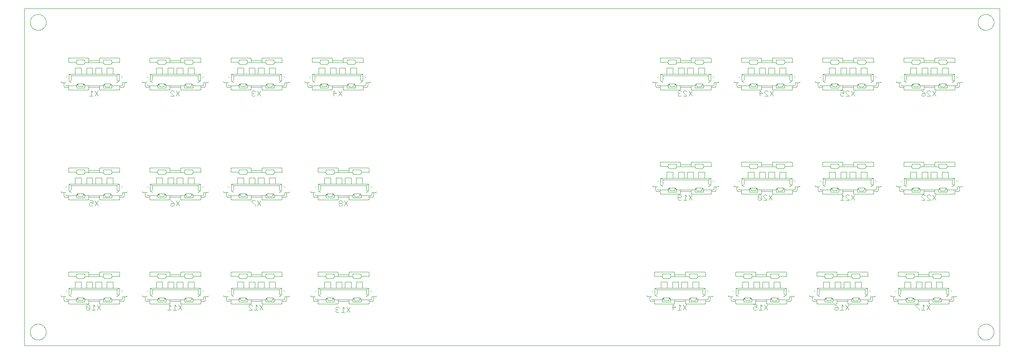
<source format=gbo>
G75*
%MOIN*%
%OFA0B0*%
%FSLAX25Y25*%
%IPPOS*%
%LPD*%
%AMOC8*
5,1,8,0,0,1.08239X$1,22.5*
%
%ADD10C,0.00000*%
%ADD11C,0.00400*%
D10*
X0001000Y0001000D02*
X0001000Y0292339D01*
X0841551Y0292339D01*
X0841551Y0001000D01*
X0001000Y0001000D01*
X0005921Y0012811D02*
X0005923Y0012980D01*
X0005929Y0013149D01*
X0005940Y0013318D01*
X0005954Y0013486D01*
X0005973Y0013654D01*
X0005996Y0013822D01*
X0006022Y0013989D01*
X0006053Y0014155D01*
X0006088Y0014321D01*
X0006127Y0014485D01*
X0006171Y0014649D01*
X0006218Y0014811D01*
X0006269Y0014972D01*
X0006324Y0015132D01*
X0006383Y0015291D01*
X0006445Y0015448D01*
X0006512Y0015603D01*
X0006583Y0015757D01*
X0006657Y0015909D01*
X0006735Y0016059D01*
X0006816Y0016207D01*
X0006901Y0016353D01*
X0006990Y0016497D01*
X0007082Y0016639D01*
X0007178Y0016778D01*
X0007277Y0016915D01*
X0007379Y0017050D01*
X0007485Y0017182D01*
X0007594Y0017311D01*
X0007706Y0017438D01*
X0007821Y0017562D01*
X0007939Y0017683D01*
X0008060Y0017801D01*
X0008184Y0017916D01*
X0008311Y0018028D01*
X0008440Y0018137D01*
X0008572Y0018243D01*
X0008707Y0018345D01*
X0008844Y0018444D01*
X0008983Y0018540D01*
X0009125Y0018632D01*
X0009269Y0018721D01*
X0009415Y0018806D01*
X0009563Y0018887D01*
X0009713Y0018965D01*
X0009865Y0019039D01*
X0010019Y0019110D01*
X0010174Y0019177D01*
X0010331Y0019239D01*
X0010490Y0019298D01*
X0010650Y0019353D01*
X0010811Y0019404D01*
X0010973Y0019451D01*
X0011137Y0019495D01*
X0011301Y0019534D01*
X0011467Y0019569D01*
X0011633Y0019600D01*
X0011800Y0019626D01*
X0011968Y0019649D01*
X0012136Y0019668D01*
X0012304Y0019682D01*
X0012473Y0019693D01*
X0012642Y0019699D01*
X0012811Y0019701D01*
X0012980Y0019699D01*
X0013149Y0019693D01*
X0013318Y0019682D01*
X0013486Y0019668D01*
X0013654Y0019649D01*
X0013822Y0019626D01*
X0013989Y0019600D01*
X0014155Y0019569D01*
X0014321Y0019534D01*
X0014485Y0019495D01*
X0014649Y0019451D01*
X0014811Y0019404D01*
X0014972Y0019353D01*
X0015132Y0019298D01*
X0015291Y0019239D01*
X0015448Y0019177D01*
X0015603Y0019110D01*
X0015757Y0019039D01*
X0015909Y0018965D01*
X0016059Y0018887D01*
X0016207Y0018806D01*
X0016353Y0018721D01*
X0016497Y0018632D01*
X0016639Y0018540D01*
X0016778Y0018444D01*
X0016915Y0018345D01*
X0017050Y0018243D01*
X0017182Y0018137D01*
X0017311Y0018028D01*
X0017438Y0017916D01*
X0017562Y0017801D01*
X0017683Y0017683D01*
X0017801Y0017562D01*
X0017916Y0017438D01*
X0018028Y0017311D01*
X0018137Y0017182D01*
X0018243Y0017050D01*
X0018345Y0016915D01*
X0018444Y0016778D01*
X0018540Y0016639D01*
X0018632Y0016497D01*
X0018721Y0016353D01*
X0018806Y0016207D01*
X0018887Y0016059D01*
X0018965Y0015909D01*
X0019039Y0015757D01*
X0019110Y0015603D01*
X0019177Y0015448D01*
X0019239Y0015291D01*
X0019298Y0015132D01*
X0019353Y0014972D01*
X0019404Y0014811D01*
X0019451Y0014649D01*
X0019495Y0014485D01*
X0019534Y0014321D01*
X0019569Y0014155D01*
X0019600Y0013989D01*
X0019626Y0013822D01*
X0019649Y0013654D01*
X0019668Y0013486D01*
X0019682Y0013318D01*
X0019693Y0013149D01*
X0019699Y0012980D01*
X0019701Y0012811D01*
X0019699Y0012642D01*
X0019693Y0012473D01*
X0019682Y0012304D01*
X0019668Y0012136D01*
X0019649Y0011968D01*
X0019626Y0011800D01*
X0019600Y0011633D01*
X0019569Y0011467D01*
X0019534Y0011301D01*
X0019495Y0011137D01*
X0019451Y0010973D01*
X0019404Y0010811D01*
X0019353Y0010650D01*
X0019298Y0010490D01*
X0019239Y0010331D01*
X0019177Y0010174D01*
X0019110Y0010019D01*
X0019039Y0009865D01*
X0018965Y0009713D01*
X0018887Y0009563D01*
X0018806Y0009415D01*
X0018721Y0009269D01*
X0018632Y0009125D01*
X0018540Y0008983D01*
X0018444Y0008844D01*
X0018345Y0008707D01*
X0018243Y0008572D01*
X0018137Y0008440D01*
X0018028Y0008311D01*
X0017916Y0008184D01*
X0017801Y0008060D01*
X0017683Y0007939D01*
X0017562Y0007821D01*
X0017438Y0007706D01*
X0017311Y0007594D01*
X0017182Y0007485D01*
X0017050Y0007379D01*
X0016915Y0007277D01*
X0016778Y0007178D01*
X0016639Y0007082D01*
X0016497Y0006990D01*
X0016353Y0006901D01*
X0016207Y0006816D01*
X0016059Y0006735D01*
X0015909Y0006657D01*
X0015757Y0006583D01*
X0015603Y0006512D01*
X0015448Y0006445D01*
X0015291Y0006383D01*
X0015132Y0006324D01*
X0014972Y0006269D01*
X0014811Y0006218D01*
X0014649Y0006171D01*
X0014485Y0006127D01*
X0014321Y0006088D01*
X0014155Y0006053D01*
X0013989Y0006022D01*
X0013822Y0005996D01*
X0013654Y0005973D01*
X0013486Y0005954D01*
X0013318Y0005940D01*
X0013149Y0005929D01*
X0012980Y0005923D01*
X0012811Y0005921D01*
X0012642Y0005923D01*
X0012473Y0005929D01*
X0012304Y0005940D01*
X0012136Y0005954D01*
X0011968Y0005973D01*
X0011800Y0005996D01*
X0011633Y0006022D01*
X0011467Y0006053D01*
X0011301Y0006088D01*
X0011137Y0006127D01*
X0010973Y0006171D01*
X0010811Y0006218D01*
X0010650Y0006269D01*
X0010490Y0006324D01*
X0010331Y0006383D01*
X0010174Y0006445D01*
X0010019Y0006512D01*
X0009865Y0006583D01*
X0009713Y0006657D01*
X0009563Y0006735D01*
X0009415Y0006816D01*
X0009269Y0006901D01*
X0009125Y0006990D01*
X0008983Y0007082D01*
X0008844Y0007178D01*
X0008707Y0007277D01*
X0008572Y0007379D01*
X0008440Y0007485D01*
X0008311Y0007594D01*
X0008184Y0007706D01*
X0008060Y0007821D01*
X0007939Y0007939D01*
X0007821Y0008060D01*
X0007706Y0008184D01*
X0007594Y0008311D01*
X0007485Y0008440D01*
X0007379Y0008572D01*
X0007277Y0008707D01*
X0007178Y0008844D01*
X0007082Y0008983D01*
X0006990Y0009125D01*
X0006901Y0009269D01*
X0006816Y0009415D01*
X0006735Y0009563D01*
X0006657Y0009713D01*
X0006583Y0009865D01*
X0006512Y0010019D01*
X0006445Y0010174D01*
X0006383Y0010331D01*
X0006324Y0010490D01*
X0006269Y0010650D01*
X0006218Y0010811D01*
X0006171Y0010973D01*
X0006127Y0011137D01*
X0006088Y0011301D01*
X0006053Y0011467D01*
X0006022Y0011633D01*
X0005996Y0011800D01*
X0005973Y0011968D01*
X0005954Y0012136D01*
X0005940Y0012304D01*
X0005929Y0012473D01*
X0005923Y0012642D01*
X0005921Y0012811D01*
X0005921Y0280528D02*
X0005923Y0280697D01*
X0005929Y0280866D01*
X0005940Y0281035D01*
X0005954Y0281203D01*
X0005973Y0281371D01*
X0005996Y0281539D01*
X0006022Y0281706D01*
X0006053Y0281872D01*
X0006088Y0282038D01*
X0006127Y0282202D01*
X0006171Y0282366D01*
X0006218Y0282528D01*
X0006269Y0282689D01*
X0006324Y0282849D01*
X0006383Y0283008D01*
X0006445Y0283165D01*
X0006512Y0283320D01*
X0006583Y0283474D01*
X0006657Y0283626D01*
X0006735Y0283776D01*
X0006816Y0283924D01*
X0006901Y0284070D01*
X0006990Y0284214D01*
X0007082Y0284356D01*
X0007178Y0284495D01*
X0007277Y0284632D01*
X0007379Y0284767D01*
X0007485Y0284899D01*
X0007594Y0285028D01*
X0007706Y0285155D01*
X0007821Y0285279D01*
X0007939Y0285400D01*
X0008060Y0285518D01*
X0008184Y0285633D01*
X0008311Y0285745D01*
X0008440Y0285854D01*
X0008572Y0285960D01*
X0008707Y0286062D01*
X0008844Y0286161D01*
X0008983Y0286257D01*
X0009125Y0286349D01*
X0009269Y0286438D01*
X0009415Y0286523D01*
X0009563Y0286604D01*
X0009713Y0286682D01*
X0009865Y0286756D01*
X0010019Y0286827D01*
X0010174Y0286894D01*
X0010331Y0286956D01*
X0010490Y0287015D01*
X0010650Y0287070D01*
X0010811Y0287121D01*
X0010973Y0287168D01*
X0011137Y0287212D01*
X0011301Y0287251D01*
X0011467Y0287286D01*
X0011633Y0287317D01*
X0011800Y0287343D01*
X0011968Y0287366D01*
X0012136Y0287385D01*
X0012304Y0287399D01*
X0012473Y0287410D01*
X0012642Y0287416D01*
X0012811Y0287418D01*
X0012980Y0287416D01*
X0013149Y0287410D01*
X0013318Y0287399D01*
X0013486Y0287385D01*
X0013654Y0287366D01*
X0013822Y0287343D01*
X0013989Y0287317D01*
X0014155Y0287286D01*
X0014321Y0287251D01*
X0014485Y0287212D01*
X0014649Y0287168D01*
X0014811Y0287121D01*
X0014972Y0287070D01*
X0015132Y0287015D01*
X0015291Y0286956D01*
X0015448Y0286894D01*
X0015603Y0286827D01*
X0015757Y0286756D01*
X0015909Y0286682D01*
X0016059Y0286604D01*
X0016207Y0286523D01*
X0016353Y0286438D01*
X0016497Y0286349D01*
X0016639Y0286257D01*
X0016778Y0286161D01*
X0016915Y0286062D01*
X0017050Y0285960D01*
X0017182Y0285854D01*
X0017311Y0285745D01*
X0017438Y0285633D01*
X0017562Y0285518D01*
X0017683Y0285400D01*
X0017801Y0285279D01*
X0017916Y0285155D01*
X0018028Y0285028D01*
X0018137Y0284899D01*
X0018243Y0284767D01*
X0018345Y0284632D01*
X0018444Y0284495D01*
X0018540Y0284356D01*
X0018632Y0284214D01*
X0018721Y0284070D01*
X0018806Y0283924D01*
X0018887Y0283776D01*
X0018965Y0283626D01*
X0019039Y0283474D01*
X0019110Y0283320D01*
X0019177Y0283165D01*
X0019239Y0283008D01*
X0019298Y0282849D01*
X0019353Y0282689D01*
X0019404Y0282528D01*
X0019451Y0282366D01*
X0019495Y0282202D01*
X0019534Y0282038D01*
X0019569Y0281872D01*
X0019600Y0281706D01*
X0019626Y0281539D01*
X0019649Y0281371D01*
X0019668Y0281203D01*
X0019682Y0281035D01*
X0019693Y0280866D01*
X0019699Y0280697D01*
X0019701Y0280528D01*
X0019699Y0280359D01*
X0019693Y0280190D01*
X0019682Y0280021D01*
X0019668Y0279853D01*
X0019649Y0279685D01*
X0019626Y0279517D01*
X0019600Y0279350D01*
X0019569Y0279184D01*
X0019534Y0279018D01*
X0019495Y0278854D01*
X0019451Y0278690D01*
X0019404Y0278528D01*
X0019353Y0278367D01*
X0019298Y0278207D01*
X0019239Y0278048D01*
X0019177Y0277891D01*
X0019110Y0277736D01*
X0019039Y0277582D01*
X0018965Y0277430D01*
X0018887Y0277280D01*
X0018806Y0277132D01*
X0018721Y0276986D01*
X0018632Y0276842D01*
X0018540Y0276700D01*
X0018444Y0276561D01*
X0018345Y0276424D01*
X0018243Y0276289D01*
X0018137Y0276157D01*
X0018028Y0276028D01*
X0017916Y0275901D01*
X0017801Y0275777D01*
X0017683Y0275656D01*
X0017562Y0275538D01*
X0017438Y0275423D01*
X0017311Y0275311D01*
X0017182Y0275202D01*
X0017050Y0275096D01*
X0016915Y0274994D01*
X0016778Y0274895D01*
X0016639Y0274799D01*
X0016497Y0274707D01*
X0016353Y0274618D01*
X0016207Y0274533D01*
X0016059Y0274452D01*
X0015909Y0274374D01*
X0015757Y0274300D01*
X0015603Y0274229D01*
X0015448Y0274162D01*
X0015291Y0274100D01*
X0015132Y0274041D01*
X0014972Y0273986D01*
X0014811Y0273935D01*
X0014649Y0273888D01*
X0014485Y0273844D01*
X0014321Y0273805D01*
X0014155Y0273770D01*
X0013989Y0273739D01*
X0013822Y0273713D01*
X0013654Y0273690D01*
X0013486Y0273671D01*
X0013318Y0273657D01*
X0013149Y0273646D01*
X0012980Y0273640D01*
X0012811Y0273638D01*
X0012642Y0273640D01*
X0012473Y0273646D01*
X0012304Y0273657D01*
X0012136Y0273671D01*
X0011968Y0273690D01*
X0011800Y0273713D01*
X0011633Y0273739D01*
X0011467Y0273770D01*
X0011301Y0273805D01*
X0011137Y0273844D01*
X0010973Y0273888D01*
X0010811Y0273935D01*
X0010650Y0273986D01*
X0010490Y0274041D01*
X0010331Y0274100D01*
X0010174Y0274162D01*
X0010019Y0274229D01*
X0009865Y0274300D01*
X0009713Y0274374D01*
X0009563Y0274452D01*
X0009415Y0274533D01*
X0009269Y0274618D01*
X0009125Y0274707D01*
X0008983Y0274799D01*
X0008844Y0274895D01*
X0008707Y0274994D01*
X0008572Y0275096D01*
X0008440Y0275202D01*
X0008311Y0275311D01*
X0008184Y0275423D01*
X0008060Y0275538D01*
X0007939Y0275656D01*
X0007821Y0275777D01*
X0007706Y0275901D01*
X0007594Y0276028D01*
X0007485Y0276157D01*
X0007379Y0276289D01*
X0007277Y0276424D01*
X0007178Y0276561D01*
X0007082Y0276700D01*
X0006990Y0276842D01*
X0006901Y0276986D01*
X0006816Y0277132D01*
X0006735Y0277280D01*
X0006657Y0277430D01*
X0006583Y0277582D01*
X0006512Y0277736D01*
X0006445Y0277891D01*
X0006383Y0278048D01*
X0006324Y0278207D01*
X0006269Y0278367D01*
X0006218Y0278528D01*
X0006171Y0278690D01*
X0006127Y0278854D01*
X0006088Y0279018D01*
X0006053Y0279184D01*
X0006022Y0279350D01*
X0005996Y0279517D01*
X0005973Y0279685D01*
X0005954Y0279853D01*
X0005940Y0280021D01*
X0005929Y0280190D01*
X0005923Y0280359D01*
X0005921Y0280528D01*
X0822850Y0280528D02*
X0822852Y0280697D01*
X0822858Y0280866D01*
X0822869Y0281035D01*
X0822883Y0281203D01*
X0822902Y0281371D01*
X0822925Y0281539D01*
X0822951Y0281706D01*
X0822982Y0281872D01*
X0823017Y0282038D01*
X0823056Y0282202D01*
X0823100Y0282366D01*
X0823147Y0282528D01*
X0823198Y0282689D01*
X0823253Y0282849D01*
X0823312Y0283008D01*
X0823374Y0283165D01*
X0823441Y0283320D01*
X0823512Y0283474D01*
X0823586Y0283626D01*
X0823664Y0283776D01*
X0823745Y0283924D01*
X0823830Y0284070D01*
X0823919Y0284214D01*
X0824011Y0284356D01*
X0824107Y0284495D01*
X0824206Y0284632D01*
X0824308Y0284767D01*
X0824414Y0284899D01*
X0824523Y0285028D01*
X0824635Y0285155D01*
X0824750Y0285279D01*
X0824868Y0285400D01*
X0824989Y0285518D01*
X0825113Y0285633D01*
X0825240Y0285745D01*
X0825369Y0285854D01*
X0825501Y0285960D01*
X0825636Y0286062D01*
X0825773Y0286161D01*
X0825912Y0286257D01*
X0826054Y0286349D01*
X0826198Y0286438D01*
X0826344Y0286523D01*
X0826492Y0286604D01*
X0826642Y0286682D01*
X0826794Y0286756D01*
X0826948Y0286827D01*
X0827103Y0286894D01*
X0827260Y0286956D01*
X0827419Y0287015D01*
X0827579Y0287070D01*
X0827740Y0287121D01*
X0827902Y0287168D01*
X0828066Y0287212D01*
X0828230Y0287251D01*
X0828396Y0287286D01*
X0828562Y0287317D01*
X0828729Y0287343D01*
X0828897Y0287366D01*
X0829065Y0287385D01*
X0829233Y0287399D01*
X0829402Y0287410D01*
X0829571Y0287416D01*
X0829740Y0287418D01*
X0829909Y0287416D01*
X0830078Y0287410D01*
X0830247Y0287399D01*
X0830415Y0287385D01*
X0830583Y0287366D01*
X0830751Y0287343D01*
X0830918Y0287317D01*
X0831084Y0287286D01*
X0831250Y0287251D01*
X0831414Y0287212D01*
X0831578Y0287168D01*
X0831740Y0287121D01*
X0831901Y0287070D01*
X0832061Y0287015D01*
X0832220Y0286956D01*
X0832377Y0286894D01*
X0832532Y0286827D01*
X0832686Y0286756D01*
X0832838Y0286682D01*
X0832988Y0286604D01*
X0833136Y0286523D01*
X0833282Y0286438D01*
X0833426Y0286349D01*
X0833568Y0286257D01*
X0833707Y0286161D01*
X0833844Y0286062D01*
X0833979Y0285960D01*
X0834111Y0285854D01*
X0834240Y0285745D01*
X0834367Y0285633D01*
X0834491Y0285518D01*
X0834612Y0285400D01*
X0834730Y0285279D01*
X0834845Y0285155D01*
X0834957Y0285028D01*
X0835066Y0284899D01*
X0835172Y0284767D01*
X0835274Y0284632D01*
X0835373Y0284495D01*
X0835469Y0284356D01*
X0835561Y0284214D01*
X0835650Y0284070D01*
X0835735Y0283924D01*
X0835816Y0283776D01*
X0835894Y0283626D01*
X0835968Y0283474D01*
X0836039Y0283320D01*
X0836106Y0283165D01*
X0836168Y0283008D01*
X0836227Y0282849D01*
X0836282Y0282689D01*
X0836333Y0282528D01*
X0836380Y0282366D01*
X0836424Y0282202D01*
X0836463Y0282038D01*
X0836498Y0281872D01*
X0836529Y0281706D01*
X0836555Y0281539D01*
X0836578Y0281371D01*
X0836597Y0281203D01*
X0836611Y0281035D01*
X0836622Y0280866D01*
X0836628Y0280697D01*
X0836630Y0280528D01*
X0836628Y0280359D01*
X0836622Y0280190D01*
X0836611Y0280021D01*
X0836597Y0279853D01*
X0836578Y0279685D01*
X0836555Y0279517D01*
X0836529Y0279350D01*
X0836498Y0279184D01*
X0836463Y0279018D01*
X0836424Y0278854D01*
X0836380Y0278690D01*
X0836333Y0278528D01*
X0836282Y0278367D01*
X0836227Y0278207D01*
X0836168Y0278048D01*
X0836106Y0277891D01*
X0836039Y0277736D01*
X0835968Y0277582D01*
X0835894Y0277430D01*
X0835816Y0277280D01*
X0835735Y0277132D01*
X0835650Y0276986D01*
X0835561Y0276842D01*
X0835469Y0276700D01*
X0835373Y0276561D01*
X0835274Y0276424D01*
X0835172Y0276289D01*
X0835066Y0276157D01*
X0834957Y0276028D01*
X0834845Y0275901D01*
X0834730Y0275777D01*
X0834612Y0275656D01*
X0834491Y0275538D01*
X0834367Y0275423D01*
X0834240Y0275311D01*
X0834111Y0275202D01*
X0833979Y0275096D01*
X0833844Y0274994D01*
X0833707Y0274895D01*
X0833568Y0274799D01*
X0833426Y0274707D01*
X0833282Y0274618D01*
X0833136Y0274533D01*
X0832988Y0274452D01*
X0832838Y0274374D01*
X0832686Y0274300D01*
X0832532Y0274229D01*
X0832377Y0274162D01*
X0832220Y0274100D01*
X0832061Y0274041D01*
X0831901Y0273986D01*
X0831740Y0273935D01*
X0831578Y0273888D01*
X0831414Y0273844D01*
X0831250Y0273805D01*
X0831084Y0273770D01*
X0830918Y0273739D01*
X0830751Y0273713D01*
X0830583Y0273690D01*
X0830415Y0273671D01*
X0830247Y0273657D01*
X0830078Y0273646D01*
X0829909Y0273640D01*
X0829740Y0273638D01*
X0829571Y0273640D01*
X0829402Y0273646D01*
X0829233Y0273657D01*
X0829065Y0273671D01*
X0828897Y0273690D01*
X0828729Y0273713D01*
X0828562Y0273739D01*
X0828396Y0273770D01*
X0828230Y0273805D01*
X0828066Y0273844D01*
X0827902Y0273888D01*
X0827740Y0273935D01*
X0827579Y0273986D01*
X0827419Y0274041D01*
X0827260Y0274100D01*
X0827103Y0274162D01*
X0826948Y0274229D01*
X0826794Y0274300D01*
X0826642Y0274374D01*
X0826492Y0274452D01*
X0826344Y0274533D01*
X0826198Y0274618D01*
X0826054Y0274707D01*
X0825912Y0274799D01*
X0825773Y0274895D01*
X0825636Y0274994D01*
X0825501Y0275096D01*
X0825369Y0275202D01*
X0825240Y0275311D01*
X0825113Y0275423D01*
X0824989Y0275538D01*
X0824868Y0275656D01*
X0824750Y0275777D01*
X0824635Y0275901D01*
X0824523Y0276028D01*
X0824414Y0276157D01*
X0824308Y0276289D01*
X0824206Y0276424D01*
X0824107Y0276561D01*
X0824011Y0276700D01*
X0823919Y0276842D01*
X0823830Y0276986D01*
X0823745Y0277132D01*
X0823664Y0277280D01*
X0823586Y0277430D01*
X0823512Y0277582D01*
X0823441Y0277736D01*
X0823374Y0277891D01*
X0823312Y0278048D01*
X0823253Y0278207D01*
X0823198Y0278367D01*
X0823147Y0278528D01*
X0823100Y0278690D01*
X0823056Y0278854D01*
X0823017Y0279018D01*
X0822982Y0279184D01*
X0822951Y0279350D01*
X0822925Y0279517D01*
X0822902Y0279685D01*
X0822883Y0279853D01*
X0822869Y0280021D01*
X0822858Y0280190D01*
X0822852Y0280359D01*
X0822850Y0280528D01*
X0822850Y0012811D02*
X0822852Y0012980D01*
X0822858Y0013149D01*
X0822869Y0013318D01*
X0822883Y0013486D01*
X0822902Y0013654D01*
X0822925Y0013822D01*
X0822951Y0013989D01*
X0822982Y0014155D01*
X0823017Y0014321D01*
X0823056Y0014485D01*
X0823100Y0014649D01*
X0823147Y0014811D01*
X0823198Y0014972D01*
X0823253Y0015132D01*
X0823312Y0015291D01*
X0823374Y0015448D01*
X0823441Y0015603D01*
X0823512Y0015757D01*
X0823586Y0015909D01*
X0823664Y0016059D01*
X0823745Y0016207D01*
X0823830Y0016353D01*
X0823919Y0016497D01*
X0824011Y0016639D01*
X0824107Y0016778D01*
X0824206Y0016915D01*
X0824308Y0017050D01*
X0824414Y0017182D01*
X0824523Y0017311D01*
X0824635Y0017438D01*
X0824750Y0017562D01*
X0824868Y0017683D01*
X0824989Y0017801D01*
X0825113Y0017916D01*
X0825240Y0018028D01*
X0825369Y0018137D01*
X0825501Y0018243D01*
X0825636Y0018345D01*
X0825773Y0018444D01*
X0825912Y0018540D01*
X0826054Y0018632D01*
X0826198Y0018721D01*
X0826344Y0018806D01*
X0826492Y0018887D01*
X0826642Y0018965D01*
X0826794Y0019039D01*
X0826948Y0019110D01*
X0827103Y0019177D01*
X0827260Y0019239D01*
X0827419Y0019298D01*
X0827579Y0019353D01*
X0827740Y0019404D01*
X0827902Y0019451D01*
X0828066Y0019495D01*
X0828230Y0019534D01*
X0828396Y0019569D01*
X0828562Y0019600D01*
X0828729Y0019626D01*
X0828897Y0019649D01*
X0829065Y0019668D01*
X0829233Y0019682D01*
X0829402Y0019693D01*
X0829571Y0019699D01*
X0829740Y0019701D01*
X0829909Y0019699D01*
X0830078Y0019693D01*
X0830247Y0019682D01*
X0830415Y0019668D01*
X0830583Y0019649D01*
X0830751Y0019626D01*
X0830918Y0019600D01*
X0831084Y0019569D01*
X0831250Y0019534D01*
X0831414Y0019495D01*
X0831578Y0019451D01*
X0831740Y0019404D01*
X0831901Y0019353D01*
X0832061Y0019298D01*
X0832220Y0019239D01*
X0832377Y0019177D01*
X0832532Y0019110D01*
X0832686Y0019039D01*
X0832838Y0018965D01*
X0832988Y0018887D01*
X0833136Y0018806D01*
X0833282Y0018721D01*
X0833426Y0018632D01*
X0833568Y0018540D01*
X0833707Y0018444D01*
X0833844Y0018345D01*
X0833979Y0018243D01*
X0834111Y0018137D01*
X0834240Y0018028D01*
X0834367Y0017916D01*
X0834491Y0017801D01*
X0834612Y0017683D01*
X0834730Y0017562D01*
X0834845Y0017438D01*
X0834957Y0017311D01*
X0835066Y0017182D01*
X0835172Y0017050D01*
X0835274Y0016915D01*
X0835373Y0016778D01*
X0835469Y0016639D01*
X0835561Y0016497D01*
X0835650Y0016353D01*
X0835735Y0016207D01*
X0835816Y0016059D01*
X0835894Y0015909D01*
X0835968Y0015757D01*
X0836039Y0015603D01*
X0836106Y0015448D01*
X0836168Y0015291D01*
X0836227Y0015132D01*
X0836282Y0014972D01*
X0836333Y0014811D01*
X0836380Y0014649D01*
X0836424Y0014485D01*
X0836463Y0014321D01*
X0836498Y0014155D01*
X0836529Y0013989D01*
X0836555Y0013822D01*
X0836578Y0013654D01*
X0836597Y0013486D01*
X0836611Y0013318D01*
X0836622Y0013149D01*
X0836628Y0012980D01*
X0836630Y0012811D01*
X0836628Y0012642D01*
X0836622Y0012473D01*
X0836611Y0012304D01*
X0836597Y0012136D01*
X0836578Y0011968D01*
X0836555Y0011800D01*
X0836529Y0011633D01*
X0836498Y0011467D01*
X0836463Y0011301D01*
X0836424Y0011137D01*
X0836380Y0010973D01*
X0836333Y0010811D01*
X0836282Y0010650D01*
X0836227Y0010490D01*
X0836168Y0010331D01*
X0836106Y0010174D01*
X0836039Y0010019D01*
X0835968Y0009865D01*
X0835894Y0009713D01*
X0835816Y0009563D01*
X0835735Y0009415D01*
X0835650Y0009269D01*
X0835561Y0009125D01*
X0835469Y0008983D01*
X0835373Y0008844D01*
X0835274Y0008707D01*
X0835172Y0008572D01*
X0835066Y0008440D01*
X0834957Y0008311D01*
X0834845Y0008184D01*
X0834730Y0008060D01*
X0834612Y0007939D01*
X0834491Y0007821D01*
X0834367Y0007706D01*
X0834240Y0007594D01*
X0834111Y0007485D01*
X0833979Y0007379D01*
X0833844Y0007277D01*
X0833707Y0007178D01*
X0833568Y0007082D01*
X0833426Y0006990D01*
X0833282Y0006901D01*
X0833136Y0006816D01*
X0832988Y0006735D01*
X0832838Y0006657D01*
X0832686Y0006583D01*
X0832532Y0006512D01*
X0832377Y0006445D01*
X0832220Y0006383D01*
X0832061Y0006324D01*
X0831901Y0006269D01*
X0831740Y0006218D01*
X0831578Y0006171D01*
X0831414Y0006127D01*
X0831250Y0006088D01*
X0831084Y0006053D01*
X0830918Y0006022D01*
X0830751Y0005996D01*
X0830583Y0005973D01*
X0830415Y0005954D01*
X0830247Y0005940D01*
X0830078Y0005929D01*
X0829909Y0005923D01*
X0829740Y0005921D01*
X0829571Y0005923D01*
X0829402Y0005929D01*
X0829233Y0005940D01*
X0829065Y0005954D01*
X0828897Y0005973D01*
X0828729Y0005996D01*
X0828562Y0006022D01*
X0828396Y0006053D01*
X0828230Y0006088D01*
X0828066Y0006127D01*
X0827902Y0006171D01*
X0827740Y0006218D01*
X0827579Y0006269D01*
X0827419Y0006324D01*
X0827260Y0006383D01*
X0827103Y0006445D01*
X0826948Y0006512D01*
X0826794Y0006583D01*
X0826642Y0006657D01*
X0826492Y0006735D01*
X0826344Y0006816D01*
X0826198Y0006901D01*
X0826054Y0006990D01*
X0825912Y0007082D01*
X0825773Y0007178D01*
X0825636Y0007277D01*
X0825501Y0007379D01*
X0825369Y0007485D01*
X0825240Y0007594D01*
X0825113Y0007706D01*
X0824989Y0007821D01*
X0824868Y0007939D01*
X0824750Y0008060D01*
X0824635Y0008184D01*
X0824523Y0008311D01*
X0824414Y0008440D01*
X0824308Y0008572D01*
X0824206Y0008707D01*
X0824107Y0008844D01*
X0824011Y0008983D01*
X0823919Y0009125D01*
X0823830Y0009269D01*
X0823745Y0009415D01*
X0823664Y0009563D01*
X0823586Y0009713D01*
X0823512Y0009865D01*
X0823441Y0010019D01*
X0823374Y0010174D01*
X0823312Y0010331D01*
X0823253Y0010490D01*
X0823198Y0010650D01*
X0823147Y0010811D01*
X0823100Y0010973D01*
X0823056Y0011137D01*
X0823017Y0011301D01*
X0822982Y0011467D01*
X0822951Y0011633D01*
X0822925Y0011800D01*
X0822902Y0011968D01*
X0822883Y0012136D01*
X0822869Y0012304D01*
X0822858Y0012473D01*
X0822852Y0012642D01*
X0822850Y0012811D01*
D11*
X0781649Y0031648D02*
X0778580Y0036252D01*
X0777045Y0034717D02*
X0775510Y0036252D01*
X0775510Y0031648D01*
X0773976Y0031648D02*
X0777045Y0031648D01*
X0778580Y0031648D02*
X0781649Y0036252D01*
X0781650Y0036978D02*
X0797165Y0036978D01*
X0797165Y0036977D02*
X0797215Y0036979D01*
X0797266Y0036985D01*
X0797315Y0036994D01*
X0797364Y0037007D01*
X0797412Y0037024D01*
X0797458Y0037044D01*
X0797503Y0037067D01*
X0797545Y0037094D01*
X0797586Y0037124D01*
X0797624Y0037157D01*
X0797660Y0037193D01*
X0797693Y0037231D01*
X0797723Y0037272D01*
X0797750Y0037315D01*
X0797773Y0037359D01*
X0797793Y0037405D01*
X0797810Y0037453D01*
X0797823Y0037502D01*
X0797832Y0037551D01*
X0797838Y0037602D01*
X0797840Y0037652D01*
X0797840Y0039254D01*
X0800201Y0039254D01*
X0799610Y0040856D02*
X0791600Y0040856D01*
X0791263Y0040266D01*
X0791263Y0039254D01*
X0791261Y0039208D01*
X0791256Y0039162D01*
X0791247Y0039116D01*
X0791234Y0039071D01*
X0791218Y0039028D01*
X0791199Y0038986D01*
X0791176Y0038945D01*
X0791150Y0038907D01*
X0791121Y0038870D01*
X0791090Y0038836D01*
X0791056Y0038805D01*
X0791019Y0038776D01*
X0790981Y0038750D01*
X0790940Y0038727D01*
X0790898Y0038708D01*
X0790855Y0038692D01*
X0790810Y0038679D01*
X0790764Y0038670D01*
X0790718Y0038665D01*
X0790672Y0038663D01*
X0790672Y0038664D02*
X0784264Y0038664D01*
X0784240Y0038666D01*
X0784216Y0038671D01*
X0784194Y0038679D01*
X0784173Y0038691D01*
X0784153Y0038705D01*
X0784136Y0038722D01*
X0784122Y0038742D01*
X0784110Y0038763D01*
X0784102Y0038785D01*
X0784097Y0038809D01*
X0784095Y0038833D01*
X0784095Y0040266D01*
X0785107Y0042037D01*
X0785781Y0039844D01*
X0789407Y0039844D01*
X0790166Y0042290D01*
X0790250Y0042374D02*
X0785022Y0042374D01*
X0783673Y0040856D01*
X0784095Y0040266D01*
X0783673Y0040856D02*
X0780638Y0040856D01*
X0768327Y0040856D01*
X0767989Y0040519D01*
X0767989Y0038748D01*
X0760822Y0038748D01*
X0760822Y0040350D01*
X0761834Y0042206D01*
X0761750Y0042290D02*
X0762593Y0040013D01*
X0766303Y0040013D01*
X0766809Y0042290D01*
X0767905Y0040266D01*
X0768327Y0040856D02*
X0766978Y0042458D01*
X0761665Y0042458D01*
X0760316Y0040856D01*
X0754076Y0040856D01*
X0754076Y0039254D01*
X0751715Y0039254D01*
X0752305Y0040856D02*
X0754076Y0040856D01*
X0754076Y0039254D02*
X0754076Y0037821D01*
X0754078Y0037766D01*
X0754083Y0037711D01*
X0754092Y0037657D01*
X0754105Y0037603D01*
X0754121Y0037550D01*
X0754140Y0037498D01*
X0754163Y0037448D01*
X0754189Y0037400D01*
X0754218Y0037353D01*
X0754250Y0037308D01*
X0754285Y0037265D01*
X0754323Y0037225D01*
X0754363Y0037187D01*
X0754406Y0037152D01*
X0754451Y0037120D01*
X0754498Y0037091D01*
X0754546Y0037065D01*
X0754596Y0037042D01*
X0754648Y0037023D01*
X0754701Y0037007D01*
X0754755Y0036994D01*
X0754809Y0036985D01*
X0754864Y0036980D01*
X0754919Y0036978D01*
X0770519Y0036978D01*
X0770573Y0036980D01*
X0770627Y0036986D01*
X0770680Y0036995D01*
X0770733Y0037009D01*
X0770784Y0037026D01*
X0770834Y0037047D01*
X0770883Y0037071D01*
X0770929Y0037098D01*
X0770974Y0037129D01*
X0771016Y0037163D01*
X0771056Y0037200D01*
X0771093Y0037240D01*
X0771127Y0037282D01*
X0771158Y0037327D01*
X0771185Y0037373D01*
X0771209Y0037422D01*
X0771230Y0037472D01*
X0771247Y0037523D01*
X0771261Y0037576D01*
X0771270Y0037629D01*
X0771276Y0037683D01*
X0771278Y0037737D01*
X0771278Y0039254D01*
X0780554Y0039254D01*
X0780638Y0037989D02*
X0780638Y0040856D01*
X0780638Y0037989D02*
X0780640Y0037928D01*
X0780645Y0037867D01*
X0780655Y0037807D01*
X0780667Y0037747D01*
X0780684Y0037688D01*
X0780704Y0037630D01*
X0780727Y0037574D01*
X0780754Y0037519D01*
X0780784Y0037465D01*
X0780817Y0037414D01*
X0780853Y0037365D01*
X0780893Y0037318D01*
X0780934Y0037273D01*
X0780979Y0037232D01*
X0781026Y0037192D01*
X0781075Y0037156D01*
X0781126Y0037123D01*
X0781180Y0037093D01*
X0781235Y0037066D01*
X0781291Y0037043D01*
X0781349Y0037023D01*
X0781408Y0037006D01*
X0781468Y0036994D01*
X0781528Y0036984D01*
X0781589Y0036979D01*
X0781650Y0036977D01*
X0772441Y0036252D02*
X0769372Y0036252D01*
X0769372Y0035485D01*
X0772441Y0032415D01*
X0772441Y0031648D01*
X0771278Y0039254D02*
X0771278Y0040856D01*
X0760822Y0040350D02*
X0760316Y0040856D01*
X0752305Y0040857D02*
X0752255Y0040859D01*
X0752205Y0040865D01*
X0752155Y0040874D01*
X0752106Y0040887D01*
X0752059Y0040904D01*
X0752013Y0040924D01*
X0751968Y0040947D01*
X0751925Y0040974D01*
X0751885Y0041004D01*
X0751847Y0041037D01*
X0751811Y0041073D01*
X0751778Y0041111D01*
X0751748Y0041151D01*
X0751721Y0041194D01*
X0751698Y0041239D01*
X0751678Y0041285D01*
X0751661Y0041332D01*
X0751648Y0041381D01*
X0751639Y0041431D01*
X0751633Y0041481D01*
X0751631Y0041531D01*
X0749944Y0041025D02*
X0749946Y0040943D01*
X0749952Y0040862D01*
X0749961Y0040780D01*
X0749974Y0040700D01*
X0749991Y0040620D01*
X0750012Y0040540D01*
X0750036Y0040462D01*
X0750064Y0040385D01*
X0750095Y0040310D01*
X0750130Y0040236D01*
X0750168Y0040163D01*
X0750209Y0040093D01*
X0750254Y0040024D01*
X0750302Y0039958D01*
X0750353Y0039894D01*
X0750406Y0039832D01*
X0750463Y0039773D01*
X0750522Y0039716D01*
X0750584Y0039663D01*
X0750648Y0039612D01*
X0750714Y0039564D01*
X0750783Y0039519D01*
X0750853Y0039478D01*
X0750926Y0039440D01*
X0751000Y0039405D01*
X0751075Y0039374D01*
X0751152Y0039346D01*
X0751230Y0039322D01*
X0751310Y0039301D01*
X0751390Y0039284D01*
X0751470Y0039271D01*
X0751552Y0039262D01*
X0751633Y0039256D01*
X0751715Y0039254D01*
X0749944Y0041025D02*
X0749944Y0043133D01*
X0748680Y0043217D02*
X0751546Y0043217D01*
X0748680Y0043218D02*
X0748616Y0043220D01*
X0748553Y0043225D01*
X0748490Y0043235D01*
X0748427Y0043248D01*
X0748366Y0043264D01*
X0748305Y0043284D01*
X0748246Y0043308D01*
X0748188Y0043335D01*
X0748132Y0043365D01*
X0748078Y0043398D01*
X0748026Y0043435D01*
X0747976Y0043474D01*
X0747928Y0043517D01*
X0747883Y0043562D01*
X0747840Y0043610D01*
X0747801Y0043660D01*
X0747764Y0043712D01*
X0747731Y0043766D01*
X0747701Y0043822D01*
X0747674Y0043880D01*
X0747650Y0043939D01*
X0747630Y0044000D01*
X0747614Y0044061D01*
X0747601Y0044124D01*
X0747591Y0044187D01*
X0747586Y0044250D01*
X0747584Y0044314D01*
X0751715Y0047687D02*
X0752727Y0048783D01*
X0754329Y0050806D02*
X0754329Y0045747D01*
X0754919Y0044482D02*
X0756269Y0045663D01*
X0756269Y0049289D01*
X0754413Y0050806D01*
X0754329Y0050806D01*
X0754413Y0050806D02*
X0797755Y0050806D01*
X0795647Y0049289D01*
X0756269Y0049289D01*
X0754329Y0045747D02*
X0754331Y0045658D01*
X0754337Y0045568D01*
X0754346Y0045479D01*
X0754359Y0045391D01*
X0754376Y0045303D01*
X0754397Y0045216D01*
X0754421Y0045130D01*
X0754449Y0045045D01*
X0754481Y0044961D01*
X0754516Y0044879D01*
X0754555Y0044798D01*
X0754597Y0044719D01*
X0754642Y0044642D01*
X0754691Y0044567D01*
X0754742Y0044494D01*
X0754797Y0044423D01*
X0754855Y0044354D01*
X0754915Y0044288D01*
X0754978Y0044225D01*
X0755044Y0044165D01*
X0755113Y0044107D01*
X0755184Y0044052D01*
X0755257Y0044001D01*
X0755332Y0043952D01*
X0755409Y0043907D01*
X0755488Y0043865D01*
X0755569Y0043826D01*
X0755651Y0043791D01*
X0755735Y0043759D01*
X0755820Y0043731D01*
X0755906Y0043707D01*
X0755993Y0043686D01*
X0756081Y0043669D01*
X0756169Y0043656D01*
X0756258Y0043647D01*
X0756348Y0043641D01*
X0756437Y0043639D01*
X0733405Y0043217D02*
X0730454Y0043217D01*
X0730454Y0041700D01*
X0732056Y0041109D02*
X0732054Y0041026D01*
X0732049Y0040943D01*
X0732039Y0040860D01*
X0732026Y0040778D01*
X0732009Y0040696D01*
X0731989Y0040616D01*
X0731965Y0040536D01*
X0731938Y0040457D01*
X0731907Y0040380D01*
X0731872Y0040304D01*
X0731835Y0040230D01*
X0731793Y0040158D01*
X0731749Y0040087D01*
X0731702Y0040019D01*
X0731651Y0039952D01*
X0731598Y0039889D01*
X0731542Y0039827D01*
X0731483Y0039768D01*
X0731421Y0039712D01*
X0731358Y0039659D01*
X0731291Y0039608D01*
X0731223Y0039561D01*
X0731152Y0039517D01*
X0731080Y0039475D01*
X0731006Y0039438D01*
X0730930Y0039403D01*
X0730853Y0039372D01*
X0730774Y0039345D01*
X0730694Y0039321D01*
X0730614Y0039301D01*
X0730532Y0039284D01*
X0730450Y0039271D01*
X0730367Y0039261D01*
X0730284Y0039256D01*
X0730201Y0039254D01*
X0727840Y0039254D01*
X0727840Y0040856D01*
X0727840Y0039254D02*
X0727840Y0037652D01*
X0727838Y0037602D01*
X0727832Y0037551D01*
X0727823Y0037502D01*
X0727810Y0037453D01*
X0727793Y0037405D01*
X0727773Y0037359D01*
X0727750Y0037315D01*
X0727723Y0037272D01*
X0727693Y0037231D01*
X0727660Y0037193D01*
X0727624Y0037157D01*
X0727586Y0037124D01*
X0727545Y0037094D01*
X0727503Y0037067D01*
X0727458Y0037044D01*
X0727412Y0037024D01*
X0727364Y0037007D01*
X0727315Y0036994D01*
X0727266Y0036985D01*
X0727215Y0036979D01*
X0727165Y0036977D01*
X0727165Y0036978D02*
X0711650Y0036978D01*
X0711649Y0036252D02*
X0708580Y0031648D01*
X0707045Y0031648D02*
X0703976Y0031648D01*
X0705510Y0031648D02*
X0705510Y0036252D01*
X0707045Y0034717D01*
X0708580Y0036252D02*
X0711649Y0031648D01*
X0702441Y0032415D02*
X0701674Y0031648D01*
X0700139Y0031648D01*
X0699372Y0032415D01*
X0699372Y0033183D01*
X0700139Y0033950D01*
X0702441Y0033950D01*
X0702441Y0032415D01*
X0702441Y0033950D02*
X0700906Y0035485D01*
X0699372Y0036252D01*
X0700519Y0036978D02*
X0684919Y0036978D01*
X0684864Y0036980D01*
X0684809Y0036985D01*
X0684755Y0036994D01*
X0684701Y0037007D01*
X0684648Y0037023D01*
X0684596Y0037042D01*
X0684546Y0037065D01*
X0684498Y0037091D01*
X0684451Y0037120D01*
X0684406Y0037152D01*
X0684363Y0037187D01*
X0684323Y0037225D01*
X0684285Y0037265D01*
X0684250Y0037308D01*
X0684218Y0037353D01*
X0684189Y0037400D01*
X0684163Y0037448D01*
X0684140Y0037498D01*
X0684121Y0037550D01*
X0684105Y0037603D01*
X0684092Y0037657D01*
X0684083Y0037711D01*
X0684078Y0037766D01*
X0684076Y0037821D01*
X0684076Y0039254D01*
X0681715Y0039254D01*
X0682305Y0040856D02*
X0684076Y0040856D01*
X0690316Y0040856D01*
X0690822Y0040350D01*
X0691834Y0042206D01*
X0691750Y0042290D02*
X0692593Y0040013D01*
X0696303Y0040013D01*
X0696809Y0042290D01*
X0697905Y0040266D01*
X0697989Y0040519D02*
X0698327Y0040856D01*
X0696978Y0042458D01*
X0691665Y0042458D01*
X0690316Y0040856D01*
X0690822Y0040350D02*
X0690822Y0038748D01*
X0697989Y0038748D01*
X0697989Y0040519D01*
X0698327Y0040856D02*
X0710638Y0040856D01*
X0713673Y0040856D01*
X0714095Y0040266D01*
X0715107Y0042037D01*
X0715781Y0039844D01*
X0719407Y0039844D01*
X0720166Y0042290D01*
X0720250Y0042374D02*
X0715022Y0042374D01*
X0713673Y0040856D01*
X0714095Y0040266D02*
X0714095Y0038833D01*
X0714097Y0038809D01*
X0714102Y0038785D01*
X0714110Y0038763D01*
X0714122Y0038742D01*
X0714136Y0038722D01*
X0714153Y0038705D01*
X0714173Y0038691D01*
X0714194Y0038679D01*
X0714216Y0038671D01*
X0714240Y0038666D01*
X0714264Y0038664D01*
X0720672Y0038664D01*
X0720672Y0038663D02*
X0720718Y0038665D01*
X0720764Y0038670D01*
X0720810Y0038679D01*
X0720855Y0038692D01*
X0720898Y0038708D01*
X0720940Y0038727D01*
X0720981Y0038750D01*
X0721019Y0038776D01*
X0721056Y0038805D01*
X0721090Y0038836D01*
X0721121Y0038870D01*
X0721150Y0038907D01*
X0721176Y0038945D01*
X0721199Y0038986D01*
X0721218Y0039028D01*
X0721234Y0039071D01*
X0721247Y0039116D01*
X0721256Y0039162D01*
X0721261Y0039208D01*
X0721263Y0039254D01*
X0721263Y0040266D01*
X0721600Y0040856D01*
X0721600Y0040856D01*
X0729610Y0040856D01*
X0729610Y0040857D02*
X0729665Y0040859D01*
X0729720Y0040864D01*
X0729774Y0040873D01*
X0729828Y0040886D01*
X0729881Y0040902D01*
X0729933Y0040921D01*
X0729983Y0040944D01*
X0730032Y0040970D01*
X0730078Y0040999D01*
X0730123Y0041031D01*
X0730166Y0041066D01*
X0730206Y0041104D01*
X0730244Y0041144D01*
X0730279Y0041187D01*
X0730311Y0041232D01*
X0730340Y0041279D01*
X0730366Y0041327D01*
X0730389Y0041377D01*
X0730408Y0041429D01*
X0730424Y0041482D01*
X0730437Y0041536D01*
X0730446Y0041590D01*
X0730451Y0041645D01*
X0730453Y0041700D01*
X0732056Y0041109D02*
X0732056Y0043133D01*
X0733405Y0043218D02*
X0733460Y0043220D01*
X0733515Y0043225D01*
X0733569Y0043234D01*
X0733623Y0043247D01*
X0733676Y0043263D01*
X0733728Y0043282D01*
X0733778Y0043305D01*
X0733827Y0043331D01*
X0733873Y0043360D01*
X0733918Y0043392D01*
X0733961Y0043427D01*
X0734001Y0043465D01*
X0734039Y0043505D01*
X0734074Y0043548D01*
X0734106Y0043593D01*
X0734135Y0043640D01*
X0734161Y0043688D01*
X0734184Y0043738D01*
X0734203Y0043790D01*
X0734219Y0043843D01*
X0734232Y0043897D01*
X0734241Y0043951D01*
X0734246Y0044006D01*
X0734248Y0044061D01*
X0730369Y0047602D02*
X0729273Y0048614D01*
X0727755Y0050806D02*
X0725647Y0049289D01*
X0686269Y0049289D01*
X0686269Y0045663D01*
X0684919Y0044482D01*
X0684329Y0045747D02*
X0684329Y0050806D01*
X0684413Y0050806D01*
X0686269Y0049289D01*
X0684413Y0050806D02*
X0727755Y0050806D01*
X0727755Y0046169D01*
X0726996Y0044567D02*
X0725731Y0045663D01*
X0725647Y0049289D01*
X0727756Y0046169D02*
X0727754Y0046070D01*
X0727748Y0045970D01*
X0727738Y0045872D01*
X0727725Y0045773D01*
X0727707Y0045675D01*
X0727686Y0045578D01*
X0727661Y0045482D01*
X0727632Y0045387D01*
X0727600Y0045293D01*
X0727563Y0045201D01*
X0727524Y0045110D01*
X0727480Y0045020D01*
X0727433Y0044933D01*
X0727383Y0044847D01*
X0727330Y0044763D01*
X0727273Y0044682D01*
X0727213Y0044603D01*
X0727150Y0044526D01*
X0727084Y0044452D01*
X0727015Y0044380D01*
X0726943Y0044311D01*
X0726869Y0044245D01*
X0726792Y0044182D01*
X0726713Y0044122D01*
X0726632Y0044065D01*
X0726548Y0044012D01*
X0726462Y0043962D01*
X0726375Y0043915D01*
X0726285Y0043871D01*
X0726194Y0043832D01*
X0726102Y0043795D01*
X0726008Y0043763D01*
X0725913Y0043734D01*
X0725817Y0043709D01*
X0725720Y0043688D01*
X0725622Y0043670D01*
X0725523Y0043657D01*
X0725425Y0043647D01*
X0725325Y0043641D01*
X0725226Y0043639D01*
X0721600Y0040941D02*
X0720250Y0042374D01*
X0720166Y0041868D02*
X0721178Y0040097D01*
X0711650Y0036977D02*
X0711589Y0036979D01*
X0711528Y0036984D01*
X0711468Y0036994D01*
X0711408Y0037006D01*
X0711349Y0037023D01*
X0711291Y0037043D01*
X0711235Y0037066D01*
X0711180Y0037093D01*
X0711126Y0037123D01*
X0711075Y0037156D01*
X0711026Y0037192D01*
X0710979Y0037232D01*
X0710934Y0037273D01*
X0710893Y0037318D01*
X0710853Y0037365D01*
X0710817Y0037414D01*
X0710784Y0037465D01*
X0710754Y0037519D01*
X0710727Y0037574D01*
X0710704Y0037630D01*
X0710684Y0037688D01*
X0710667Y0037747D01*
X0710655Y0037807D01*
X0710645Y0037867D01*
X0710640Y0037928D01*
X0710638Y0037989D01*
X0710638Y0040856D01*
X0710554Y0039254D02*
X0701278Y0039254D01*
X0701278Y0040856D01*
X0701278Y0039254D02*
X0701278Y0037737D01*
X0701276Y0037683D01*
X0701270Y0037629D01*
X0701261Y0037576D01*
X0701247Y0037523D01*
X0701230Y0037472D01*
X0701209Y0037422D01*
X0701185Y0037373D01*
X0701158Y0037327D01*
X0701127Y0037282D01*
X0701093Y0037240D01*
X0701056Y0037200D01*
X0701016Y0037163D01*
X0700974Y0037129D01*
X0700929Y0037098D01*
X0700883Y0037071D01*
X0700834Y0037047D01*
X0700784Y0037026D01*
X0700733Y0037009D01*
X0700680Y0036995D01*
X0700627Y0036986D01*
X0700573Y0036980D01*
X0700519Y0036978D01*
X0684076Y0039254D02*
X0684076Y0040856D01*
X0682305Y0040857D02*
X0682255Y0040859D01*
X0682205Y0040865D01*
X0682155Y0040874D01*
X0682106Y0040887D01*
X0682059Y0040904D01*
X0682013Y0040924D01*
X0681968Y0040947D01*
X0681925Y0040974D01*
X0681885Y0041004D01*
X0681847Y0041037D01*
X0681811Y0041073D01*
X0681778Y0041111D01*
X0681748Y0041151D01*
X0681721Y0041194D01*
X0681698Y0041239D01*
X0681678Y0041285D01*
X0681661Y0041332D01*
X0681648Y0041381D01*
X0681639Y0041431D01*
X0681633Y0041481D01*
X0681631Y0041531D01*
X0679944Y0041025D02*
X0679946Y0040943D01*
X0679952Y0040862D01*
X0679961Y0040780D01*
X0679974Y0040700D01*
X0679991Y0040620D01*
X0680012Y0040540D01*
X0680036Y0040462D01*
X0680064Y0040385D01*
X0680095Y0040310D01*
X0680130Y0040236D01*
X0680168Y0040163D01*
X0680209Y0040093D01*
X0680254Y0040024D01*
X0680302Y0039958D01*
X0680353Y0039894D01*
X0680406Y0039832D01*
X0680463Y0039773D01*
X0680522Y0039716D01*
X0680584Y0039663D01*
X0680648Y0039612D01*
X0680714Y0039564D01*
X0680783Y0039519D01*
X0680853Y0039478D01*
X0680926Y0039440D01*
X0681000Y0039405D01*
X0681075Y0039374D01*
X0681152Y0039346D01*
X0681230Y0039322D01*
X0681310Y0039301D01*
X0681390Y0039284D01*
X0681470Y0039271D01*
X0681552Y0039262D01*
X0681633Y0039256D01*
X0681715Y0039254D01*
X0679944Y0041025D02*
X0679944Y0043133D01*
X0678680Y0043217D02*
X0681546Y0043217D01*
X0678680Y0043218D02*
X0678616Y0043220D01*
X0678553Y0043225D01*
X0678490Y0043235D01*
X0678427Y0043248D01*
X0678366Y0043264D01*
X0678305Y0043284D01*
X0678246Y0043308D01*
X0678188Y0043335D01*
X0678132Y0043365D01*
X0678078Y0043398D01*
X0678026Y0043435D01*
X0677976Y0043474D01*
X0677928Y0043517D01*
X0677883Y0043562D01*
X0677840Y0043610D01*
X0677801Y0043660D01*
X0677764Y0043712D01*
X0677731Y0043766D01*
X0677701Y0043822D01*
X0677674Y0043880D01*
X0677650Y0043939D01*
X0677630Y0044000D01*
X0677614Y0044061D01*
X0677601Y0044124D01*
X0677591Y0044187D01*
X0677586Y0044250D01*
X0677584Y0044314D01*
X0681715Y0047687D02*
X0682727Y0048783D01*
X0684329Y0045747D02*
X0684331Y0045658D01*
X0684337Y0045568D01*
X0684346Y0045479D01*
X0684359Y0045391D01*
X0684376Y0045303D01*
X0684397Y0045216D01*
X0684421Y0045130D01*
X0684449Y0045045D01*
X0684481Y0044961D01*
X0684516Y0044879D01*
X0684555Y0044798D01*
X0684597Y0044719D01*
X0684642Y0044642D01*
X0684691Y0044567D01*
X0684742Y0044494D01*
X0684797Y0044423D01*
X0684855Y0044354D01*
X0684915Y0044288D01*
X0684978Y0044225D01*
X0685044Y0044165D01*
X0685113Y0044107D01*
X0685184Y0044052D01*
X0685257Y0044001D01*
X0685332Y0043952D01*
X0685409Y0043907D01*
X0685488Y0043865D01*
X0685569Y0043826D01*
X0685651Y0043791D01*
X0685735Y0043759D01*
X0685820Y0043731D01*
X0685906Y0043707D01*
X0685993Y0043686D01*
X0686081Y0043669D01*
X0686169Y0043656D01*
X0686258Y0043647D01*
X0686348Y0043641D01*
X0686437Y0043639D01*
X0689726Y0050891D02*
X0689726Y0055950D01*
X0694869Y0055950D01*
X0694869Y0050891D01*
X0699507Y0050891D02*
X0699507Y0055950D01*
X0704651Y0055950D01*
X0704651Y0050975D01*
X0707349Y0051059D02*
X0707349Y0055950D01*
X0712493Y0055950D01*
X0712493Y0050891D01*
X0712577Y0050891D01*
X0717046Y0050975D02*
X0717046Y0055950D01*
X0722274Y0055950D01*
X0722274Y0050975D01*
X0720166Y0059154D02*
X0715022Y0059154D01*
X0713589Y0060841D01*
X0713926Y0061178D01*
X0713926Y0062443D01*
X0713927Y0062443D02*
X0713929Y0062489D01*
X0713934Y0062535D01*
X0713943Y0062581D01*
X0713956Y0062625D01*
X0713972Y0062669D01*
X0713991Y0062711D01*
X0714014Y0062751D01*
X0714040Y0062790D01*
X0714068Y0062826D01*
X0714100Y0062860D01*
X0714134Y0062892D01*
X0714170Y0062920D01*
X0714209Y0062946D01*
X0714249Y0062969D01*
X0714291Y0062988D01*
X0714335Y0063004D01*
X0714379Y0063017D01*
X0714425Y0063026D01*
X0714471Y0063031D01*
X0714517Y0063033D01*
X0720588Y0063033D01*
X0720632Y0063031D01*
X0720676Y0063025D01*
X0720719Y0063016D01*
X0720761Y0063002D01*
X0720802Y0062986D01*
X0720841Y0062965D01*
X0720878Y0062941D01*
X0720913Y0062915D01*
X0720946Y0062885D01*
X0720976Y0062852D01*
X0721002Y0062817D01*
X0721026Y0062780D01*
X0721047Y0062741D01*
X0721063Y0062700D01*
X0721077Y0062658D01*
X0721086Y0062615D01*
X0721092Y0062571D01*
X0721094Y0062527D01*
X0721094Y0061347D01*
X0721431Y0060925D01*
X0727840Y0060925D01*
X0727840Y0060841D02*
X0727840Y0064045D01*
X0727839Y0064045D02*
X0727837Y0064095D01*
X0727831Y0064145D01*
X0727822Y0064195D01*
X0727809Y0064244D01*
X0727792Y0064291D01*
X0727772Y0064337D01*
X0727749Y0064382D01*
X0727722Y0064425D01*
X0727692Y0064465D01*
X0727659Y0064503D01*
X0727623Y0064539D01*
X0727585Y0064572D01*
X0727545Y0064602D01*
X0727502Y0064629D01*
X0727457Y0064652D01*
X0727411Y0064672D01*
X0727364Y0064689D01*
X0727315Y0064702D01*
X0727265Y0064711D01*
X0727215Y0064717D01*
X0727165Y0064719D01*
X0727165Y0064720D02*
X0711312Y0064720D01*
X0711312Y0064719D02*
X0711262Y0064717D01*
X0711212Y0064711D01*
X0711162Y0064702D01*
X0711113Y0064689D01*
X0711066Y0064672D01*
X0711020Y0064652D01*
X0710975Y0064629D01*
X0710932Y0064602D01*
X0710892Y0064572D01*
X0710854Y0064539D01*
X0710818Y0064503D01*
X0710785Y0064465D01*
X0710755Y0064425D01*
X0710728Y0064382D01*
X0710705Y0064337D01*
X0710685Y0064291D01*
X0710668Y0064244D01*
X0710655Y0064195D01*
X0710646Y0064145D01*
X0710640Y0064095D01*
X0710638Y0064045D01*
X0710638Y0060841D01*
X0701278Y0060841D01*
X0698327Y0060841D01*
X0697989Y0061178D01*
X0697989Y0062443D01*
X0697987Y0062489D01*
X0697982Y0062535D01*
X0697973Y0062581D01*
X0697960Y0062625D01*
X0697944Y0062669D01*
X0697925Y0062711D01*
X0697902Y0062751D01*
X0697876Y0062790D01*
X0697848Y0062826D01*
X0697816Y0062860D01*
X0697782Y0062892D01*
X0697746Y0062920D01*
X0697707Y0062946D01*
X0697667Y0062969D01*
X0697625Y0062988D01*
X0697581Y0063004D01*
X0697537Y0063017D01*
X0697491Y0063026D01*
X0697445Y0063031D01*
X0697399Y0063033D01*
X0691328Y0063033D01*
X0691284Y0063031D01*
X0691240Y0063025D01*
X0691197Y0063016D01*
X0691155Y0063002D01*
X0691114Y0062986D01*
X0691075Y0062965D01*
X0691038Y0062941D01*
X0691003Y0062915D01*
X0690970Y0062885D01*
X0690940Y0062852D01*
X0690914Y0062817D01*
X0690890Y0062780D01*
X0690869Y0062741D01*
X0690853Y0062700D01*
X0690839Y0062658D01*
X0690830Y0062615D01*
X0690824Y0062571D01*
X0690822Y0062527D01*
X0690822Y0061347D01*
X0690485Y0060925D01*
X0684076Y0060925D01*
X0684076Y0064045D01*
X0684078Y0064095D01*
X0684084Y0064146D01*
X0684093Y0064195D01*
X0684106Y0064244D01*
X0684123Y0064292D01*
X0684143Y0064338D01*
X0684166Y0064383D01*
X0684193Y0064425D01*
X0684223Y0064466D01*
X0684256Y0064504D01*
X0684292Y0064540D01*
X0684330Y0064573D01*
X0684371Y0064603D01*
X0684414Y0064630D01*
X0684458Y0064653D01*
X0684504Y0064673D01*
X0684552Y0064690D01*
X0684601Y0064703D01*
X0684650Y0064712D01*
X0684701Y0064718D01*
X0684751Y0064720D01*
X0700519Y0064720D01*
X0700573Y0064718D01*
X0700627Y0064712D01*
X0700680Y0064703D01*
X0700733Y0064689D01*
X0700784Y0064672D01*
X0700834Y0064651D01*
X0700883Y0064627D01*
X0700929Y0064600D01*
X0700974Y0064569D01*
X0701016Y0064535D01*
X0701056Y0064498D01*
X0701093Y0064458D01*
X0701127Y0064416D01*
X0701158Y0064371D01*
X0701185Y0064325D01*
X0701209Y0064276D01*
X0701230Y0064226D01*
X0701247Y0064175D01*
X0701261Y0064122D01*
X0701270Y0064069D01*
X0701276Y0064015D01*
X0701278Y0063961D01*
X0701278Y0062443D01*
X0701278Y0060841D01*
X0701278Y0062443D02*
X0710554Y0062443D01*
X0710638Y0060841D02*
X0713589Y0060841D01*
X0720166Y0059154D02*
X0721515Y0060841D01*
X0698327Y0060841D02*
X0696893Y0059154D01*
X0691750Y0059154D01*
X0690400Y0060841D01*
X0657840Y0060841D02*
X0657840Y0064045D01*
X0657839Y0064045D02*
X0657837Y0064095D01*
X0657831Y0064145D01*
X0657822Y0064195D01*
X0657809Y0064244D01*
X0657792Y0064291D01*
X0657772Y0064337D01*
X0657749Y0064382D01*
X0657722Y0064425D01*
X0657692Y0064465D01*
X0657659Y0064503D01*
X0657623Y0064539D01*
X0657585Y0064572D01*
X0657545Y0064602D01*
X0657502Y0064629D01*
X0657457Y0064652D01*
X0657411Y0064672D01*
X0657364Y0064689D01*
X0657315Y0064702D01*
X0657265Y0064711D01*
X0657215Y0064717D01*
X0657165Y0064719D01*
X0657165Y0064720D02*
X0641312Y0064720D01*
X0641312Y0064719D02*
X0641262Y0064717D01*
X0641212Y0064711D01*
X0641162Y0064702D01*
X0641113Y0064689D01*
X0641066Y0064672D01*
X0641020Y0064652D01*
X0640975Y0064629D01*
X0640932Y0064602D01*
X0640892Y0064572D01*
X0640854Y0064539D01*
X0640818Y0064503D01*
X0640785Y0064465D01*
X0640755Y0064425D01*
X0640728Y0064382D01*
X0640705Y0064337D01*
X0640685Y0064291D01*
X0640668Y0064244D01*
X0640655Y0064195D01*
X0640646Y0064145D01*
X0640640Y0064095D01*
X0640638Y0064045D01*
X0640638Y0060841D01*
X0631278Y0060841D01*
X0628327Y0060841D01*
X0627989Y0061178D01*
X0627989Y0062443D01*
X0627987Y0062489D01*
X0627982Y0062535D01*
X0627973Y0062581D01*
X0627960Y0062625D01*
X0627944Y0062669D01*
X0627925Y0062711D01*
X0627902Y0062751D01*
X0627876Y0062790D01*
X0627848Y0062826D01*
X0627816Y0062860D01*
X0627782Y0062892D01*
X0627746Y0062920D01*
X0627707Y0062946D01*
X0627667Y0062969D01*
X0627625Y0062988D01*
X0627581Y0063004D01*
X0627537Y0063017D01*
X0627491Y0063026D01*
X0627445Y0063031D01*
X0627399Y0063033D01*
X0621328Y0063033D01*
X0621284Y0063031D01*
X0621240Y0063025D01*
X0621197Y0063016D01*
X0621155Y0063002D01*
X0621114Y0062986D01*
X0621075Y0062965D01*
X0621038Y0062941D01*
X0621003Y0062915D01*
X0620970Y0062885D01*
X0620940Y0062852D01*
X0620914Y0062817D01*
X0620890Y0062780D01*
X0620869Y0062741D01*
X0620853Y0062700D01*
X0620839Y0062658D01*
X0620830Y0062615D01*
X0620824Y0062571D01*
X0620822Y0062527D01*
X0620822Y0061347D01*
X0620485Y0060925D01*
X0614076Y0060925D01*
X0614076Y0064045D01*
X0614078Y0064095D01*
X0614084Y0064146D01*
X0614093Y0064195D01*
X0614106Y0064244D01*
X0614123Y0064292D01*
X0614143Y0064338D01*
X0614166Y0064383D01*
X0614193Y0064425D01*
X0614223Y0064466D01*
X0614256Y0064504D01*
X0614292Y0064540D01*
X0614330Y0064573D01*
X0614371Y0064603D01*
X0614414Y0064630D01*
X0614458Y0064653D01*
X0614504Y0064673D01*
X0614552Y0064690D01*
X0614601Y0064703D01*
X0614650Y0064712D01*
X0614701Y0064718D01*
X0614751Y0064720D01*
X0630519Y0064720D01*
X0630573Y0064718D01*
X0630627Y0064712D01*
X0630680Y0064703D01*
X0630733Y0064689D01*
X0630784Y0064672D01*
X0630834Y0064651D01*
X0630883Y0064627D01*
X0630929Y0064600D01*
X0630974Y0064569D01*
X0631016Y0064535D01*
X0631056Y0064498D01*
X0631093Y0064458D01*
X0631127Y0064416D01*
X0631158Y0064371D01*
X0631185Y0064325D01*
X0631209Y0064276D01*
X0631230Y0064226D01*
X0631247Y0064175D01*
X0631261Y0064122D01*
X0631270Y0064069D01*
X0631276Y0064015D01*
X0631278Y0063961D01*
X0631278Y0062443D01*
X0631278Y0060841D01*
X0631278Y0062443D02*
X0640554Y0062443D01*
X0640638Y0060841D02*
X0643589Y0060841D01*
X0643926Y0061178D01*
X0643926Y0062443D01*
X0643927Y0062443D02*
X0643929Y0062489D01*
X0643934Y0062535D01*
X0643943Y0062581D01*
X0643956Y0062625D01*
X0643972Y0062669D01*
X0643991Y0062711D01*
X0644014Y0062751D01*
X0644040Y0062790D01*
X0644068Y0062826D01*
X0644100Y0062860D01*
X0644134Y0062892D01*
X0644170Y0062920D01*
X0644209Y0062946D01*
X0644249Y0062969D01*
X0644291Y0062988D01*
X0644335Y0063004D01*
X0644379Y0063017D01*
X0644425Y0063026D01*
X0644471Y0063031D01*
X0644517Y0063033D01*
X0650588Y0063033D01*
X0650632Y0063031D01*
X0650676Y0063025D01*
X0650719Y0063016D01*
X0650761Y0063002D01*
X0650802Y0062986D01*
X0650841Y0062965D01*
X0650878Y0062941D01*
X0650913Y0062915D01*
X0650946Y0062885D01*
X0650976Y0062852D01*
X0651002Y0062817D01*
X0651026Y0062780D01*
X0651047Y0062741D01*
X0651063Y0062700D01*
X0651077Y0062658D01*
X0651086Y0062615D01*
X0651092Y0062571D01*
X0651094Y0062527D01*
X0651094Y0061347D01*
X0651431Y0060925D01*
X0657840Y0060925D01*
X0651515Y0060841D02*
X0650166Y0059154D01*
X0645022Y0059154D01*
X0643589Y0060841D01*
X0642493Y0055950D02*
X0637349Y0055950D01*
X0637349Y0051059D01*
X0634651Y0050975D02*
X0634651Y0055950D01*
X0629507Y0055950D01*
X0629507Y0050891D01*
X0624869Y0050891D02*
X0624869Y0055950D01*
X0619726Y0055950D01*
X0619726Y0050891D01*
X0616269Y0049289D02*
X0616269Y0045663D01*
X0614919Y0044482D01*
X0614329Y0045747D02*
X0614329Y0050806D01*
X0614413Y0050806D01*
X0616269Y0049289D01*
X0655647Y0049289D01*
X0655731Y0045663D01*
X0656996Y0044567D01*
X0657755Y0046169D02*
X0657755Y0050806D01*
X0655647Y0049289D01*
X0657755Y0050806D02*
X0614413Y0050806D01*
X0612727Y0048783D02*
X0611715Y0047687D01*
X0607584Y0044314D02*
X0607586Y0044250D01*
X0607591Y0044187D01*
X0607601Y0044124D01*
X0607614Y0044061D01*
X0607630Y0044000D01*
X0607650Y0043939D01*
X0607674Y0043880D01*
X0607701Y0043822D01*
X0607731Y0043766D01*
X0607764Y0043712D01*
X0607801Y0043660D01*
X0607840Y0043610D01*
X0607883Y0043562D01*
X0607928Y0043517D01*
X0607976Y0043474D01*
X0608026Y0043435D01*
X0608078Y0043398D01*
X0608132Y0043365D01*
X0608188Y0043335D01*
X0608246Y0043308D01*
X0608305Y0043284D01*
X0608366Y0043264D01*
X0608427Y0043248D01*
X0608490Y0043235D01*
X0608553Y0043225D01*
X0608616Y0043220D01*
X0608680Y0043218D01*
X0608680Y0043217D02*
X0611546Y0043217D01*
X0609944Y0043133D02*
X0609944Y0041025D01*
X0609946Y0040943D01*
X0609952Y0040862D01*
X0609961Y0040780D01*
X0609974Y0040700D01*
X0609991Y0040620D01*
X0610012Y0040540D01*
X0610036Y0040462D01*
X0610064Y0040385D01*
X0610095Y0040310D01*
X0610130Y0040236D01*
X0610168Y0040163D01*
X0610209Y0040093D01*
X0610254Y0040024D01*
X0610302Y0039958D01*
X0610353Y0039894D01*
X0610406Y0039832D01*
X0610463Y0039773D01*
X0610522Y0039716D01*
X0610584Y0039663D01*
X0610648Y0039612D01*
X0610714Y0039564D01*
X0610783Y0039519D01*
X0610853Y0039478D01*
X0610926Y0039440D01*
X0611000Y0039405D01*
X0611075Y0039374D01*
X0611152Y0039346D01*
X0611230Y0039322D01*
X0611310Y0039301D01*
X0611390Y0039284D01*
X0611470Y0039271D01*
X0611552Y0039262D01*
X0611633Y0039256D01*
X0611715Y0039254D01*
X0614076Y0039254D01*
X0614076Y0037821D01*
X0614078Y0037766D01*
X0614083Y0037711D01*
X0614092Y0037657D01*
X0614105Y0037603D01*
X0614121Y0037550D01*
X0614140Y0037498D01*
X0614163Y0037448D01*
X0614189Y0037400D01*
X0614218Y0037353D01*
X0614250Y0037308D01*
X0614285Y0037265D01*
X0614323Y0037225D01*
X0614363Y0037187D01*
X0614406Y0037152D01*
X0614451Y0037120D01*
X0614498Y0037091D01*
X0614546Y0037065D01*
X0614596Y0037042D01*
X0614648Y0037023D01*
X0614701Y0037007D01*
X0614755Y0036994D01*
X0614809Y0036985D01*
X0614864Y0036980D01*
X0614919Y0036978D01*
X0630519Y0036978D01*
X0630573Y0036980D01*
X0630627Y0036986D01*
X0630680Y0036995D01*
X0630733Y0037009D01*
X0630784Y0037026D01*
X0630834Y0037047D01*
X0630883Y0037071D01*
X0630929Y0037098D01*
X0630974Y0037129D01*
X0631016Y0037163D01*
X0631056Y0037200D01*
X0631093Y0037240D01*
X0631127Y0037282D01*
X0631158Y0037327D01*
X0631185Y0037373D01*
X0631209Y0037422D01*
X0631230Y0037472D01*
X0631247Y0037523D01*
X0631261Y0037576D01*
X0631270Y0037629D01*
X0631276Y0037683D01*
X0631278Y0037737D01*
X0631278Y0039254D01*
X0640554Y0039254D01*
X0640638Y0037989D02*
X0640638Y0040856D01*
X0628327Y0040856D01*
X0627989Y0040519D01*
X0627989Y0038748D01*
X0620822Y0038748D01*
X0620822Y0040350D01*
X0621834Y0042206D01*
X0621750Y0042290D02*
X0622593Y0040013D01*
X0626303Y0040013D01*
X0626809Y0042290D01*
X0627905Y0040266D01*
X0628327Y0040856D02*
X0626978Y0042458D01*
X0621665Y0042458D01*
X0620316Y0040856D01*
X0614076Y0040856D01*
X0614076Y0039254D01*
X0614076Y0040856D02*
X0612305Y0040856D01*
X0612305Y0040857D02*
X0612255Y0040859D01*
X0612205Y0040865D01*
X0612155Y0040874D01*
X0612106Y0040887D01*
X0612059Y0040904D01*
X0612013Y0040924D01*
X0611968Y0040947D01*
X0611925Y0040974D01*
X0611885Y0041004D01*
X0611847Y0041037D01*
X0611811Y0041073D01*
X0611778Y0041111D01*
X0611748Y0041151D01*
X0611721Y0041194D01*
X0611698Y0041239D01*
X0611678Y0041285D01*
X0611661Y0041332D01*
X0611648Y0041381D01*
X0611639Y0041431D01*
X0611633Y0041481D01*
X0611631Y0041531D01*
X0614329Y0045747D02*
X0614331Y0045658D01*
X0614337Y0045568D01*
X0614346Y0045479D01*
X0614359Y0045391D01*
X0614376Y0045303D01*
X0614397Y0045216D01*
X0614421Y0045130D01*
X0614449Y0045045D01*
X0614481Y0044961D01*
X0614516Y0044879D01*
X0614555Y0044798D01*
X0614597Y0044719D01*
X0614642Y0044642D01*
X0614691Y0044567D01*
X0614742Y0044494D01*
X0614797Y0044423D01*
X0614855Y0044354D01*
X0614915Y0044288D01*
X0614978Y0044225D01*
X0615044Y0044165D01*
X0615113Y0044107D01*
X0615184Y0044052D01*
X0615257Y0044001D01*
X0615332Y0043952D01*
X0615409Y0043907D01*
X0615488Y0043865D01*
X0615569Y0043826D01*
X0615651Y0043791D01*
X0615735Y0043759D01*
X0615820Y0043731D01*
X0615906Y0043707D01*
X0615993Y0043686D01*
X0616081Y0043669D01*
X0616169Y0043656D01*
X0616258Y0043647D01*
X0616348Y0043641D01*
X0616437Y0043639D01*
X0620316Y0040856D02*
X0620822Y0040350D01*
X0629372Y0036252D02*
X0632441Y0036252D01*
X0632441Y0033950D01*
X0630906Y0034717D01*
X0630139Y0034717D01*
X0629372Y0033950D01*
X0629372Y0032415D01*
X0630139Y0031648D01*
X0631674Y0031648D01*
X0632441Y0032415D01*
X0633976Y0031648D02*
X0637045Y0031648D01*
X0638580Y0031648D02*
X0641649Y0036252D01*
X0641650Y0036978D02*
X0657165Y0036978D01*
X0657165Y0036977D02*
X0657215Y0036979D01*
X0657266Y0036985D01*
X0657315Y0036994D01*
X0657364Y0037007D01*
X0657412Y0037024D01*
X0657458Y0037044D01*
X0657503Y0037067D01*
X0657545Y0037094D01*
X0657586Y0037124D01*
X0657624Y0037157D01*
X0657660Y0037193D01*
X0657693Y0037231D01*
X0657723Y0037272D01*
X0657750Y0037315D01*
X0657773Y0037359D01*
X0657793Y0037405D01*
X0657810Y0037453D01*
X0657823Y0037502D01*
X0657832Y0037551D01*
X0657838Y0037602D01*
X0657840Y0037652D01*
X0657840Y0039254D01*
X0660201Y0039254D01*
X0659610Y0040856D02*
X0651600Y0040856D01*
X0651263Y0040266D01*
X0651263Y0039254D01*
X0651261Y0039208D01*
X0651256Y0039162D01*
X0651247Y0039116D01*
X0651234Y0039071D01*
X0651218Y0039028D01*
X0651199Y0038986D01*
X0651176Y0038945D01*
X0651150Y0038907D01*
X0651121Y0038870D01*
X0651090Y0038836D01*
X0651056Y0038805D01*
X0651019Y0038776D01*
X0650981Y0038750D01*
X0650940Y0038727D01*
X0650898Y0038708D01*
X0650855Y0038692D01*
X0650810Y0038679D01*
X0650764Y0038670D01*
X0650718Y0038665D01*
X0650672Y0038663D01*
X0650672Y0038664D02*
X0644264Y0038664D01*
X0644240Y0038666D01*
X0644216Y0038671D01*
X0644194Y0038679D01*
X0644173Y0038691D01*
X0644153Y0038705D01*
X0644136Y0038722D01*
X0644122Y0038742D01*
X0644110Y0038763D01*
X0644102Y0038785D01*
X0644097Y0038809D01*
X0644095Y0038833D01*
X0644095Y0040266D01*
X0645107Y0042037D01*
X0645781Y0039844D01*
X0649407Y0039844D01*
X0650166Y0042290D01*
X0650250Y0042374D02*
X0645022Y0042374D01*
X0643673Y0040856D01*
X0644095Y0040266D01*
X0643673Y0040856D02*
X0640638Y0040856D01*
X0640638Y0037989D02*
X0640640Y0037928D01*
X0640645Y0037867D01*
X0640655Y0037807D01*
X0640667Y0037747D01*
X0640684Y0037688D01*
X0640704Y0037630D01*
X0640727Y0037574D01*
X0640754Y0037519D01*
X0640784Y0037465D01*
X0640817Y0037414D01*
X0640853Y0037365D01*
X0640893Y0037318D01*
X0640934Y0037273D01*
X0640979Y0037232D01*
X0641026Y0037192D01*
X0641075Y0037156D01*
X0641126Y0037123D01*
X0641180Y0037093D01*
X0641235Y0037066D01*
X0641291Y0037043D01*
X0641349Y0037023D01*
X0641408Y0037006D01*
X0641468Y0036994D01*
X0641528Y0036984D01*
X0641589Y0036979D01*
X0641650Y0036977D01*
X0638580Y0036252D02*
X0641649Y0031648D01*
X0637045Y0034717D02*
X0635510Y0036252D01*
X0635510Y0031648D01*
X0631278Y0039254D02*
X0631278Y0040856D01*
X0650166Y0041868D02*
X0651178Y0040097D01*
X0651600Y0040856D02*
X0651600Y0040856D01*
X0651600Y0040941D02*
X0650250Y0042374D01*
X0655226Y0043639D02*
X0655325Y0043641D01*
X0655425Y0043647D01*
X0655523Y0043657D01*
X0655622Y0043670D01*
X0655720Y0043688D01*
X0655817Y0043709D01*
X0655913Y0043734D01*
X0656008Y0043763D01*
X0656102Y0043795D01*
X0656194Y0043832D01*
X0656285Y0043871D01*
X0656375Y0043915D01*
X0656462Y0043962D01*
X0656548Y0044012D01*
X0656632Y0044065D01*
X0656713Y0044122D01*
X0656792Y0044182D01*
X0656869Y0044245D01*
X0656943Y0044311D01*
X0657015Y0044380D01*
X0657084Y0044452D01*
X0657150Y0044526D01*
X0657213Y0044603D01*
X0657273Y0044682D01*
X0657330Y0044763D01*
X0657383Y0044847D01*
X0657433Y0044933D01*
X0657480Y0045020D01*
X0657524Y0045110D01*
X0657563Y0045201D01*
X0657600Y0045293D01*
X0657632Y0045387D01*
X0657661Y0045482D01*
X0657686Y0045578D01*
X0657707Y0045675D01*
X0657725Y0045773D01*
X0657738Y0045872D01*
X0657748Y0045970D01*
X0657754Y0046070D01*
X0657756Y0046169D01*
X0659273Y0048614D02*
X0660369Y0047602D01*
X0664248Y0044061D02*
X0664246Y0044006D01*
X0664241Y0043951D01*
X0664232Y0043897D01*
X0664219Y0043843D01*
X0664203Y0043790D01*
X0664184Y0043738D01*
X0664161Y0043688D01*
X0664135Y0043640D01*
X0664106Y0043593D01*
X0664074Y0043548D01*
X0664039Y0043505D01*
X0664001Y0043465D01*
X0663961Y0043427D01*
X0663918Y0043392D01*
X0663873Y0043360D01*
X0663827Y0043331D01*
X0663778Y0043305D01*
X0663728Y0043282D01*
X0663676Y0043263D01*
X0663623Y0043247D01*
X0663569Y0043234D01*
X0663515Y0043225D01*
X0663460Y0043220D01*
X0663405Y0043218D01*
X0663405Y0043217D02*
X0660454Y0043217D01*
X0660454Y0041700D01*
X0662056Y0041109D02*
X0662054Y0041026D01*
X0662049Y0040943D01*
X0662039Y0040860D01*
X0662026Y0040778D01*
X0662009Y0040696D01*
X0661989Y0040616D01*
X0661965Y0040536D01*
X0661938Y0040457D01*
X0661907Y0040380D01*
X0661872Y0040304D01*
X0661835Y0040230D01*
X0661793Y0040158D01*
X0661749Y0040087D01*
X0661702Y0040019D01*
X0661651Y0039952D01*
X0661598Y0039889D01*
X0661542Y0039827D01*
X0661483Y0039768D01*
X0661421Y0039712D01*
X0661358Y0039659D01*
X0661291Y0039608D01*
X0661223Y0039561D01*
X0661152Y0039517D01*
X0661080Y0039475D01*
X0661006Y0039438D01*
X0660930Y0039403D01*
X0660853Y0039372D01*
X0660774Y0039345D01*
X0660694Y0039321D01*
X0660614Y0039301D01*
X0660532Y0039284D01*
X0660450Y0039271D01*
X0660367Y0039261D01*
X0660284Y0039256D01*
X0660201Y0039254D01*
X0657840Y0039254D02*
X0657840Y0040856D01*
X0659610Y0040857D02*
X0659665Y0040859D01*
X0659720Y0040864D01*
X0659774Y0040873D01*
X0659828Y0040886D01*
X0659881Y0040902D01*
X0659933Y0040921D01*
X0659983Y0040944D01*
X0660032Y0040970D01*
X0660078Y0040999D01*
X0660123Y0041031D01*
X0660166Y0041066D01*
X0660206Y0041104D01*
X0660244Y0041144D01*
X0660279Y0041187D01*
X0660311Y0041232D01*
X0660340Y0041279D01*
X0660366Y0041327D01*
X0660389Y0041377D01*
X0660408Y0041429D01*
X0660424Y0041482D01*
X0660437Y0041536D01*
X0660446Y0041590D01*
X0660451Y0041645D01*
X0660453Y0041700D01*
X0662056Y0041109D02*
X0662056Y0043133D01*
X0652274Y0050975D02*
X0652274Y0055950D01*
X0647046Y0055950D01*
X0647046Y0050975D01*
X0642577Y0050891D02*
X0642493Y0050891D01*
X0642493Y0055950D01*
X0628327Y0060841D02*
X0626893Y0059154D01*
X0621750Y0059154D01*
X0620400Y0060841D01*
X0587840Y0060841D02*
X0587840Y0064045D01*
X0587839Y0064045D02*
X0587837Y0064095D01*
X0587831Y0064145D01*
X0587822Y0064195D01*
X0587809Y0064244D01*
X0587792Y0064291D01*
X0587772Y0064337D01*
X0587749Y0064382D01*
X0587722Y0064425D01*
X0587692Y0064465D01*
X0587659Y0064503D01*
X0587623Y0064539D01*
X0587585Y0064572D01*
X0587545Y0064602D01*
X0587502Y0064629D01*
X0587457Y0064652D01*
X0587411Y0064672D01*
X0587364Y0064689D01*
X0587315Y0064702D01*
X0587265Y0064711D01*
X0587215Y0064717D01*
X0587165Y0064719D01*
X0587165Y0064720D02*
X0571312Y0064720D01*
X0571312Y0064719D02*
X0571262Y0064717D01*
X0571212Y0064711D01*
X0571162Y0064702D01*
X0571113Y0064689D01*
X0571066Y0064672D01*
X0571020Y0064652D01*
X0570975Y0064629D01*
X0570932Y0064602D01*
X0570892Y0064572D01*
X0570854Y0064539D01*
X0570818Y0064503D01*
X0570785Y0064465D01*
X0570755Y0064425D01*
X0570728Y0064382D01*
X0570705Y0064337D01*
X0570685Y0064291D01*
X0570668Y0064244D01*
X0570655Y0064195D01*
X0570646Y0064145D01*
X0570640Y0064095D01*
X0570638Y0064045D01*
X0570638Y0060841D01*
X0561278Y0060841D01*
X0558327Y0060841D01*
X0557989Y0061178D01*
X0557989Y0062443D01*
X0557987Y0062489D01*
X0557982Y0062535D01*
X0557973Y0062581D01*
X0557960Y0062625D01*
X0557944Y0062669D01*
X0557925Y0062711D01*
X0557902Y0062751D01*
X0557876Y0062790D01*
X0557848Y0062826D01*
X0557816Y0062860D01*
X0557782Y0062892D01*
X0557746Y0062920D01*
X0557707Y0062946D01*
X0557667Y0062969D01*
X0557625Y0062988D01*
X0557581Y0063004D01*
X0557537Y0063017D01*
X0557491Y0063026D01*
X0557445Y0063031D01*
X0557399Y0063033D01*
X0551328Y0063033D01*
X0551284Y0063031D01*
X0551240Y0063025D01*
X0551197Y0063016D01*
X0551155Y0063002D01*
X0551114Y0062986D01*
X0551075Y0062965D01*
X0551038Y0062941D01*
X0551003Y0062915D01*
X0550970Y0062885D01*
X0550940Y0062852D01*
X0550914Y0062817D01*
X0550890Y0062780D01*
X0550869Y0062741D01*
X0550853Y0062700D01*
X0550839Y0062658D01*
X0550830Y0062615D01*
X0550824Y0062571D01*
X0550822Y0062527D01*
X0550822Y0061347D01*
X0550485Y0060925D01*
X0544076Y0060925D01*
X0544076Y0064045D01*
X0544078Y0064095D01*
X0544084Y0064146D01*
X0544093Y0064195D01*
X0544106Y0064244D01*
X0544123Y0064292D01*
X0544143Y0064338D01*
X0544166Y0064383D01*
X0544193Y0064425D01*
X0544223Y0064466D01*
X0544256Y0064504D01*
X0544292Y0064540D01*
X0544330Y0064573D01*
X0544371Y0064603D01*
X0544414Y0064630D01*
X0544458Y0064653D01*
X0544504Y0064673D01*
X0544552Y0064690D01*
X0544601Y0064703D01*
X0544650Y0064712D01*
X0544701Y0064718D01*
X0544751Y0064720D01*
X0560519Y0064720D01*
X0560573Y0064718D01*
X0560627Y0064712D01*
X0560680Y0064703D01*
X0560733Y0064689D01*
X0560784Y0064672D01*
X0560834Y0064651D01*
X0560883Y0064627D01*
X0560929Y0064600D01*
X0560974Y0064569D01*
X0561016Y0064535D01*
X0561056Y0064498D01*
X0561093Y0064458D01*
X0561127Y0064416D01*
X0561158Y0064371D01*
X0561185Y0064325D01*
X0561209Y0064276D01*
X0561230Y0064226D01*
X0561247Y0064175D01*
X0561261Y0064122D01*
X0561270Y0064069D01*
X0561276Y0064015D01*
X0561278Y0063961D01*
X0561278Y0062443D01*
X0561278Y0060841D01*
X0561278Y0062443D02*
X0570554Y0062443D01*
X0570638Y0060841D02*
X0573589Y0060841D01*
X0573926Y0061178D01*
X0573926Y0062443D01*
X0573927Y0062443D02*
X0573929Y0062489D01*
X0573934Y0062535D01*
X0573943Y0062581D01*
X0573956Y0062625D01*
X0573972Y0062669D01*
X0573991Y0062711D01*
X0574014Y0062751D01*
X0574040Y0062790D01*
X0574068Y0062826D01*
X0574100Y0062860D01*
X0574134Y0062892D01*
X0574170Y0062920D01*
X0574209Y0062946D01*
X0574249Y0062969D01*
X0574291Y0062988D01*
X0574335Y0063004D01*
X0574379Y0063017D01*
X0574425Y0063026D01*
X0574471Y0063031D01*
X0574517Y0063033D01*
X0580588Y0063033D01*
X0580632Y0063031D01*
X0580676Y0063025D01*
X0580719Y0063016D01*
X0580761Y0063002D01*
X0580802Y0062986D01*
X0580841Y0062965D01*
X0580878Y0062941D01*
X0580913Y0062915D01*
X0580946Y0062885D01*
X0580976Y0062852D01*
X0581002Y0062817D01*
X0581026Y0062780D01*
X0581047Y0062741D01*
X0581063Y0062700D01*
X0581077Y0062658D01*
X0581086Y0062615D01*
X0581092Y0062571D01*
X0581094Y0062527D01*
X0581094Y0061347D01*
X0581431Y0060925D01*
X0587840Y0060925D01*
X0581515Y0060841D02*
X0580166Y0059154D01*
X0575022Y0059154D01*
X0573589Y0060841D01*
X0572493Y0055950D02*
X0567349Y0055950D01*
X0567349Y0051059D01*
X0564651Y0050975D02*
X0564651Y0055950D01*
X0559507Y0055950D01*
X0559507Y0050891D01*
X0554869Y0050891D02*
X0554869Y0055950D01*
X0549726Y0055950D01*
X0549726Y0050891D01*
X0546269Y0049289D02*
X0546269Y0045663D01*
X0544919Y0044482D01*
X0544329Y0045747D02*
X0544329Y0050806D01*
X0544413Y0050806D01*
X0546269Y0049289D01*
X0585647Y0049289D01*
X0585731Y0045663D01*
X0586996Y0044567D01*
X0587755Y0046169D02*
X0587755Y0050806D01*
X0585647Y0049289D01*
X0587755Y0050806D02*
X0544413Y0050806D01*
X0542727Y0048783D02*
X0541715Y0047687D01*
X0537584Y0044314D02*
X0537586Y0044250D01*
X0537591Y0044187D01*
X0537601Y0044124D01*
X0537614Y0044061D01*
X0537630Y0044000D01*
X0537650Y0043939D01*
X0537674Y0043880D01*
X0537701Y0043822D01*
X0537731Y0043766D01*
X0537764Y0043712D01*
X0537801Y0043660D01*
X0537840Y0043610D01*
X0537883Y0043562D01*
X0537928Y0043517D01*
X0537976Y0043474D01*
X0538026Y0043435D01*
X0538078Y0043398D01*
X0538132Y0043365D01*
X0538188Y0043335D01*
X0538246Y0043308D01*
X0538305Y0043284D01*
X0538366Y0043264D01*
X0538427Y0043248D01*
X0538490Y0043235D01*
X0538553Y0043225D01*
X0538616Y0043220D01*
X0538680Y0043218D01*
X0538680Y0043217D02*
X0541546Y0043217D01*
X0539944Y0043133D02*
X0539944Y0041025D01*
X0539946Y0040943D01*
X0539952Y0040862D01*
X0539961Y0040780D01*
X0539974Y0040700D01*
X0539991Y0040620D01*
X0540012Y0040540D01*
X0540036Y0040462D01*
X0540064Y0040385D01*
X0540095Y0040310D01*
X0540130Y0040236D01*
X0540168Y0040163D01*
X0540209Y0040093D01*
X0540254Y0040024D01*
X0540302Y0039958D01*
X0540353Y0039894D01*
X0540406Y0039832D01*
X0540463Y0039773D01*
X0540522Y0039716D01*
X0540584Y0039663D01*
X0540648Y0039612D01*
X0540714Y0039564D01*
X0540783Y0039519D01*
X0540853Y0039478D01*
X0540926Y0039440D01*
X0541000Y0039405D01*
X0541075Y0039374D01*
X0541152Y0039346D01*
X0541230Y0039322D01*
X0541310Y0039301D01*
X0541390Y0039284D01*
X0541470Y0039271D01*
X0541552Y0039262D01*
X0541633Y0039256D01*
X0541715Y0039254D01*
X0544076Y0039254D01*
X0544076Y0037821D01*
X0544078Y0037766D01*
X0544083Y0037711D01*
X0544092Y0037657D01*
X0544105Y0037603D01*
X0544121Y0037550D01*
X0544140Y0037498D01*
X0544163Y0037448D01*
X0544189Y0037400D01*
X0544218Y0037353D01*
X0544250Y0037308D01*
X0544285Y0037265D01*
X0544323Y0037225D01*
X0544363Y0037187D01*
X0544406Y0037152D01*
X0544451Y0037120D01*
X0544498Y0037091D01*
X0544546Y0037065D01*
X0544596Y0037042D01*
X0544648Y0037023D01*
X0544701Y0037007D01*
X0544755Y0036994D01*
X0544809Y0036985D01*
X0544864Y0036980D01*
X0544919Y0036978D01*
X0560519Y0036978D01*
X0560573Y0036980D01*
X0560627Y0036986D01*
X0560680Y0036995D01*
X0560733Y0037009D01*
X0560784Y0037026D01*
X0560834Y0037047D01*
X0560883Y0037071D01*
X0560929Y0037098D01*
X0560974Y0037129D01*
X0561016Y0037163D01*
X0561056Y0037200D01*
X0561093Y0037240D01*
X0561127Y0037282D01*
X0561158Y0037327D01*
X0561185Y0037373D01*
X0561209Y0037422D01*
X0561230Y0037472D01*
X0561247Y0037523D01*
X0561261Y0037576D01*
X0561270Y0037629D01*
X0561276Y0037683D01*
X0561278Y0037737D01*
X0561278Y0039254D01*
X0570554Y0039254D01*
X0570638Y0037989D02*
X0570638Y0040856D01*
X0558327Y0040856D01*
X0557989Y0040519D01*
X0557989Y0038748D01*
X0550822Y0038748D01*
X0550822Y0040350D01*
X0551834Y0042206D01*
X0551750Y0042290D02*
X0552593Y0040013D01*
X0556303Y0040013D01*
X0556809Y0042290D01*
X0557905Y0040266D01*
X0558327Y0040856D02*
X0556978Y0042458D01*
X0551665Y0042458D01*
X0550316Y0040856D01*
X0544076Y0040856D01*
X0544076Y0039254D01*
X0544076Y0040856D02*
X0542305Y0040856D01*
X0542305Y0040857D02*
X0542255Y0040859D01*
X0542205Y0040865D01*
X0542155Y0040874D01*
X0542106Y0040887D01*
X0542059Y0040904D01*
X0542013Y0040924D01*
X0541968Y0040947D01*
X0541925Y0040974D01*
X0541885Y0041004D01*
X0541847Y0041037D01*
X0541811Y0041073D01*
X0541778Y0041111D01*
X0541748Y0041151D01*
X0541721Y0041194D01*
X0541698Y0041239D01*
X0541678Y0041285D01*
X0541661Y0041332D01*
X0541648Y0041381D01*
X0541639Y0041431D01*
X0541633Y0041481D01*
X0541631Y0041531D01*
X0544329Y0045747D02*
X0544331Y0045658D01*
X0544337Y0045568D01*
X0544346Y0045479D01*
X0544359Y0045391D01*
X0544376Y0045303D01*
X0544397Y0045216D01*
X0544421Y0045130D01*
X0544449Y0045045D01*
X0544481Y0044961D01*
X0544516Y0044879D01*
X0544555Y0044798D01*
X0544597Y0044719D01*
X0544642Y0044642D01*
X0544691Y0044567D01*
X0544742Y0044494D01*
X0544797Y0044423D01*
X0544855Y0044354D01*
X0544915Y0044288D01*
X0544978Y0044225D01*
X0545044Y0044165D01*
X0545113Y0044107D01*
X0545184Y0044052D01*
X0545257Y0044001D01*
X0545332Y0043952D01*
X0545409Y0043907D01*
X0545488Y0043865D01*
X0545569Y0043826D01*
X0545651Y0043791D01*
X0545735Y0043759D01*
X0545820Y0043731D01*
X0545906Y0043707D01*
X0545993Y0043686D01*
X0546081Y0043669D01*
X0546169Y0043656D01*
X0546258Y0043647D01*
X0546348Y0043641D01*
X0546437Y0043639D01*
X0550316Y0040856D02*
X0550822Y0040350D01*
X0560139Y0036252D02*
X0562441Y0033950D01*
X0559372Y0033950D01*
X0560139Y0031648D02*
X0560139Y0036252D01*
X0561278Y0039254D02*
X0561278Y0040856D01*
X0565510Y0036252D02*
X0565510Y0031648D01*
X0563976Y0031648D02*
X0567045Y0031648D01*
X0568580Y0031648D02*
X0571649Y0036252D01*
X0571650Y0036978D02*
X0587165Y0036978D01*
X0587165Y0036977D02*
X0587215Y0036979D01*
X0587266Y0036985D01*
X0587315Y0036994D01*
X0587364Y0037007D01*
X0587412Y0037024D01*
X0587458Y0037044D01*
X0587503Y0037067D01*
X0587545Y0037094D01*
X0587586Y0037124D01*
X0587624Y0037157D01*
X0587660Y0037193D01*
X0587693Y0037231D01*
X0587723Y0037272D01*
X0587750Y0037315D01*
X0587773Y0037359D01*
X0587793Y0037405D01*
X0587810Y0037453D01*
X0587823Y0037502D01*
X0587832Y0037551D01*
X0587838Y0037602D01*
X0587840Y0037652D01*
X0587840Y0039254D01*
X0590201Y0039254D01*
X0589610Y0040856D02*
X0581600Y0040856D01*
X0581263Y0040266D01*
X0581263Y0039254D01*
X0581261Y0039208D01*
X0581256Y0039162D01*
X0581247Y0039116D01*
X0581234Y0039071D01*
X0581218Y0039028D01*
X0581199Y0038986D01*
X0581176Y0038945D01*
X0581150Y0038907D01*
X0581121Y0038870D01*
X0581090Y0038836D01*
X0581056Y0038805D01*
X0581019Y0038776D01*
X0580981Y0038750D01*
X0580940Y0038727D01*
X0580898Y0038708D01*
X0580855Y0038692D01*
X0580810Y0038679D01*
X0580764Y0038670D01*
X0580718Y0038665D01*
X0580672Y0038663D01*
X0580672Y0038664D02*
X0574264Y0038664D01*
X0574240Y0038666D01*
X0574216Y0038671D01*
X0574194Y0038679D01*
X0574173Y0038691D01*
X0574153Y0038705D01*
X0574136Y0038722D01*
X0574122Y0038742D01*
X0574110Y0038763D01*
X0574102Y0038785D01*
X0574097Y0038809D01*
X0574095Y0038833D01*
X0574095Y0040266D01*
X0575107Y0042037D01*
X0575781Y0039844D01*
X0579407Y0039844D01*
X0580166Y0042290D01*
X0580250Y0042374D02*
X0575022Y0042374D01*
X0573673Y0040856D01*
X0574095Y0040266D01*
X0573673Y0040856D02*
X0570638Y0040856D01*
X0570638Y0037989D02*
X0570640Y0037928D01*
X0570645Y0037867D01*
X0570655Y0037807D01*
X0570667Y0037747D01*
X0570684Y0037688D01*
X0570704Y0037630D01*
X0570727Y0037574D01*
X0570754Y0037519D01*
X0570784Y0037465D01*
X0570817Y0037414D01*
X0570853Y0037365D01*
X0570893Y0037318D01*
X0570934Y0037273D01*
X0570979Y0037232D01*
X0571026Y0037192D01*
X0571075Y0037156D01*
X0571126Y0037123D01*
X0571180Y0037093D01*
X0571235Y0037066D01*
X0571291Y0037043D01*
X0571349Y0037023D01*
X0571408Y0037006D01*
X0571468Y0036994D01*
X0571528Y0036984D01*
X0571589Y0036979D01*
X0571650Y0036977D01*
X0568580Y0036252D02*
X0571649Y0031648D01*
X0567045Y0034717D02*
X0565510Y0036252D01*
X0580166Y0041868D02*
X0581178Y0040097D01*
X0581600Y0040856D02*
X0581600Y0040856D01*
X0581600Y0040941D02*
X0580250Y0042374D01*
X0585226Y0043639D02*
X0585325Y0043641D01*
X0585425Y0043647D01*
X0585523Y0043657D01*
X0585622Y0043670D01*
X0585720Y0043688D01*
X0585817Y0043709D01*
X0585913Y0043734D01*
X0586008Y0043763D01*
X0586102Y0043795D01*
X0586194Y0043832D01*
X0586285Y0043871D01*
X0586375Y0043915D01*
X0586462Y0043962D01*
X0586548Y0044012D01*
X0586632Y0044065D01*
X0586713Y0044122D01*
X0586792Y0044182D01*
X0586869Y0044245D01*
X0586943Y0044311D01*
X0587015Y0044380D01*
X0587084Y0044452D01*
X0587150Y0044526D01*
X0587213Y0044603D01*
X0587273Y0044682D01*
X0587330Y0044763D01*
X0587383Y0044847D01*
X0587433Y0044933D01*
X0587480Y0045020D01*
X0587524Y0045110D01*
X0587563Y0045201D01*
X0587600Y0045293D01*
X0587632Y0045387D01*
X0587661Y0045482D01*
X0587686Y0045578D01*
X0587707Y0045675D01*
X0587725Y0045773D01*
X0587738Y0045872D01*
X0587748Y0045970D01*
X0587754Y0046070D01*
X0587756Y0046169D01*
X0589273Y0048614D02*
X0590369Y0047602D01*
X0594248Y0044061D02*
X0594246Y0044006D01*
X0594241Y0043951D01*
X0594232Y0043897D01*
X0594219Y0043843D01*
X0594203Y0043790D01*
X0594184Y0043738D01*
X0594161Y0043688D01*
X0594135Y0043640D01*
X0594106Y0043593D01*
X0594074Y0043548D01*
X0594039Y0043505D01*
X0594001Y0043465D01*
X0593961Y0043427D01*
X0593918Y0043392D01*
X0593873Y0043360D01*
X0593827Y0043331D01*
X0593778Y0043305D01*
X0593728Y0043282D01*
X0593676Y0043263D01*
X0593623Y0043247D01*
X0593569Y0043234D01*
X0593515Y0043225D01*
X0593460Y0043220D01*
X0593405Y0043218D01*
X0593405Y0043217D02*
X0590454Y0043217D01*
X0590454Y0041700D01*
X0592056Y0041109D02*
X0592054Y0041026D01*
X0592049Y0040943D01*
X0592039Y0040860D01*
X0592026Y0040778D01*
X0592009Y0040696D01*
X0591989Y0040616D01*
X0591965Y0040536D01*
X0591938Y0040457D01*
X0591907Y0040380D01*
X0591872Y0040304D01*
X0591835Y0040230D01*
X0591793Y0040158D01*
X0591749Y0040087D01*
X0591702Y0040019D01*
X0591651Y0039952D01*
X0591598Y0039889D01*
X0591542Y0039827D01*
X0591483Y0039768D01*
X0591421Y0039712D01*
X0591358Y0039659D01*
X0591291Y0039608D01*
X0591223Y0039561D01*
X0591152Y0039517D01*
X0591080Y0039475D01*
X0591006Y0039438D01*
X0590930Y0039403D01*
X0590853Y0039372D01*
X0590774Y0039345D01*
X0590694Y0039321D01*
X0590614Y0039301D01*
X0590532Y0039284D01*
X0590450Y0039271D01*
X0590367Y0039261D01*
X0590284Y0039256D01*
X0590201Y0039254D01*
X0587840Y0039254D02*
X0587840Y0040856D01*
X0589610Y0040857D02*
X0589665Y0040859D01*
X0589720Y0040864D01*
X0589774Y0040873D01*
X0589828Y0040886D01*
X0589881Y0040902D01*
X0589933Y0040921D01*
X0589983Y0040944D01*
X0590032Y0040970D01*
X0590078Y0040999D01*
X0590123Y0041031D01*
X0590166Y0041066D01*
X0590206Y0041104D01*
X0590244Y0041144D01*
X0590279Y0041187D01*
X0590311Y0041232D01*
X0590340Y0041279D01*
X0590366Y0041327D01*
X0590389Y0041377D01*
X0590408Y0041429D01*
X0590424Y0041482D01*
X0590437Y0041536D01*
X0590446Y0041590D01*
X0590451Y0041645D01*
X0590453Y0041700D01*
X0592056Y0041109D02*
X0592056Y0043133D01*
X0582274Y0050975D02*
X0582274Y0055950D01*
X0577046Y0055950D01*
X0577046Y0050975D01*
X0572577Y0050891D02*
X0572493Y0050891D01*
X0572493Y0055950D01*
X0558327Y0060841D02*
X0556893Y0059154D01*
X0551750Y0059154D01*
X0550400Y0060841D01*
X0565139Y0126648D02*
X0564372Y0127415D01*
X0564372Y0130485D01*
X0565139Y0131252D01*
X0566674Y0131252D01*
X0567441Y0130485D01*
X0567441Y0129717D01*
X0566674Y0128950D01*
X0564372Y0128950D01*
X0565139Y0126648D02*
X0566674Y0126648D01*
X0567441Y0127415D01*
X0568976Y0126648D02*
X0572045Y0126648D01*
X0573580Y0126648D02*
X0576649Y0131252D01*
X0576650Y0131978D02*
X0592165Y0131978D01*
X0592165Y0131977D02*
X0592215Y0131979D01*
X0592266Y0131985D01*
X0592315Y0131994D01*
X0592364Y0132007D01*
X0592412Y0132024D01*
X0592458Y0132044D01*
X0592503Y0132067D01*
X0592545Y0132094D01*
X0592586Y0132124D01*
X0592624Y0132157D01*
X0592660Y0132193D01*
X0592693Y0132231D01*
X0592723Y0132272D01*
X0592750Y0132315D01*
X0592773Y0132359D01*
X0592793Y0132405D01*
X0592810Y0132453D01*
X0592823Y0132502D01*
X0592832Y0132551D01*
X0592838Y0132602D01*
X0592840Y0132652D01*
X0592840Y0134254D01*
X0595201Y0134254D01*
X0594610Y0135856D02*
X0586600Y0135856D01*
X0586263Y0135266D01*
X0586263Y0134254D01*
X0586261Y0134208D01*
X0586256Y0134162D01*
X0586247Y0134116D01*
X0586234Y0134071D01*
X0586218Y0134028D01*
X0586199Y0133986D01*
X0586176Y0133945D01*
X0586150Y0133907D01*
X0586121Y0133870D01*
X0586090Y0133836D01*
X0586056Y0133805D01*
X0586019Y0133776D01*
X0585981Y0133750D01*
X0585940Y0133727D01*
X0585898Y0133708D01*
X0585855Y0133692D01*
X0585810Y0133679D01*
X0585764Y0133670D01*
X0585718Y0133665D01*
X0585672Y0133663D01*
X0585672Y0133664D02*
X0579264Y0133664D01*
X0579240Y0133666D01*
X0579216Y0133671D01*
X0579194Y0133679D01*
X0579173Y0133691D01*
X0579153Y0133705D01*
X0579136Y0133722D01*
X0579122Y0133742D01*
X0579110Y0133763D01*
X0579102Y0133785D01*
X0579097Y0133809D01*
X0579095Y0133833D01*
X0579095Y0135266D01*
X0580107Y0137037D01*
X0580781Y0134844D01*
X0584407Y0134844D01*
X0585166Y0137290D01*
X0585250Y0137374D02*
X0580022Y0137374D01*
X0578673Y0135856D01*
X0579095Y0135266D01*
X0578673Y0135856D02*
X0575638Y0135856D01*
X0563327Y0135856D01*
X0562989Y0135519D01*
X0562989Y0133748D01*
X0555822Y0133748D01*
X0555822Y0135350D01*
X0556834Y0137206D01*
X0556750Y0137290D02*
X0557593Y0135013D01*
X0561303Y0135013D01*
X0561809Y0137290D01*
X0562905Y0135266D01*
X0563327Y0135856D02*
X0561978Y0137458D01*
X0556665Y0137458D01*
X0555316Y0135856D01*
X0549076Y0135856D01*
X0549076Y0134254D01*
X0546715Y0134254D01*
X0547305Y0135856D02*
X0549076Y0135856D01*
X0549076Y0134254D02*
X0549076Y0132821D01*
X0549078Y0132766D01*
X0549083Y0132711D01*
X0549092Y0132657D01*
X0549105Y0132603D01*
X0549121Y0132550D01*
X0549140Y0132498D01*
X0549163Y0132448D01*
X0549189Y0132400D01*
X0549218Y0132353D01*
X0549250Y0132308D01*
X0549285Y0132265D01*
X0549323Y0132225D01*
X0549363Y0132187D01*
X0549406Y0132152D01*
X0549451Y0132120D01*
X0549498Y0132091D01*
X0549546Y0132065D01*
X0549596Y0132042D01*
X0549648Y0132023D01*
X0549701Y0132007D01*
X0549755Y0131994D01*
X0549809Y0131985D01*
X0549864Y0131980D01*
X0549919Y0131978D01*
X0565519Y0131978D01*
X0565573Y0131980D01*
X0565627Y0131986D01*
X0565680Y0131995D01*
X0565733Y0132009D01*
X0565784Y0132026D01*
X0565834Y0132047D01*
X0565883Y0132071D01*
X0565929Y0132098D01*
X0565974Y0132129D01*
X0566016Y0132163D01*
X0566056Y0132200D01*
X0566093Y0132240D01*
X0566127Y0132282D01*
X0566158Y0132327D01*
X0566185Y0132373D01*
X0566209Y0132422D01*
X0566230Y0132472D01*
X0566247Y0132523D01*
X0566261Y0132576D01*
X0566270Y0132629D01*
X0566276Y0132683D01*
X0566278Y0132737D01*
X0566278Y0134254D01*
X0575554Y0134254D01*
X0575638Y0132989D02*
X0575638Y0135856D01*
X0575638Y0132989D02*
X0575640Y0132928D01*
X0575645Y0132867D01*
X0575655Y0132807D01*
X0575667Y0132747D01*
X0575684Y0132688D01*
X0575704Y0132630D01*
X0575727Y0132574D01*
X0575754Y0132519D01*
X0575784Y0132465D01*
X0575817Y0132414D01*
X0575853Y0132365D01*
X0575893Y0132318D01*
X0575934Y0132273D01*
X0575979Y0132232D01*
X0576026Y0132192D01*
X0576075Y0132156D01*
X0576126Y0132123D01*
X0576180Y0132093D01*
X0576235Y0132066D01*
X0576291Y0132043D01*
X0576349Y0132023D01*
X0576408Y0132006D01*
X0576468Y0131994D01*
X0576528Y0131984D01*
X0576589Y0131979D01*
X0576650Y0131977D01*
X0573580Y0131252D02*
X0576649Y0126648D01*
X0572045Y0129717D02*
X0570510Y0131252D01*
X0570510Y0126648D01*
X0566278Y0134254D02*
X0566278Y0135856D01*
X0555822Y0135350D02*
X0555316Y0135856D01*
X0551437Y0138639D02*
X0551348Y0138641D01*
X0551258Y0138647D01*
X0551169Y0138656D01*
X0551081Y0138669D01*
X0550993Y0138686D01*
X0550906Y0138707D01*
X0550820Y0138731D01*
X0550735Y0138759D01*
X0550651Y0138791D01*
X0550569Y0138826D01*
X0550488Y0138865D01*
X0550409Y0138907D01*
X0550332Y0138952D01*
X0550257Y0139001D01*
X0550184Y0139052D01*
X0550113Y0139107D01*
X0550044Y0139165D01*
X0549978Y0139225D01*
X0549915Y0139288D01*
X0549855Y0139354D01*
X0549797Y0139423D01*
X0549742Y0139494D01*
X0549691Y0139567D01*
X0549642Y0139642D01*
X0549597Y0139719D01*
X0549555Y0139798D01*
X0549516Y0139879D01*
X0549481Y0139961D01*
X0549449Y0140045D01*
X0549421Y0140130D01*
X0549397Y0140216D01*
X0549376Y0140303D01*
X0549359Y0140391D01*
X0549346Y0140479D01*
X0549337Y0140568D01*
X0549331Y0140658D01*
X0549329Y0140747D01*
X0549329Y0145806D01*
X0549413Y0145806D01*
X0551269Y0144289D01*
X0551269Y0140663D01*
X0549919Y0139482D01*
X0546546Y0138217D02*
X0543680Y0138217D01*
X0543680Y0138218D02*
X0543616Y0138220D01*
X0543553Y0138225D01*
X0543490Y0138235D01*
X0543427Y0138248D01*
X0543366Y0138264D01*
X0543305Y0138284D01*
X0543246Y0138308D01*
X0543188Y0138335D01*
X0543132Y0138365D01*
X0543078Y0138398D01*
X0543026Y0138435D01*
X0542976Y0138474D01*
X0542928Y0138517D01*
X0542883Y0138562D01*
X0542840Y0138610D01*
X0542801Y0138660D01*
X0542764Y0138712D01*
X0542731Y0138766D01*
X0542701Y0138822D01*
X0542674Y0138880D01*
X0542650Y0138939D01*
X0542630Y0139000D01*
X0542614Y0139061D01*
X0542601Y0139124D01*
X0542591Y0139187D01*
X0542586Y0139250D01*
X0542584Y0139314D01*
X0544944Y0138133D02*
X0544944Y0136025D01*
X0544946Y0135943D01*
X0544952Y0135862D01*
X0544961Y0135780D01*
X0544974Y0135700D01*
X0544991Y0135620D01*
X0545012Y0135540D01*
X0545036Y0135462D01*
X0545064Y0135385D01*
X0545095Y0135310D01*
X0545130Y0135236D01*
X0545168Y0135163D01*
X0545209Y0135093D01*
X0545254Y0135024D01*
X0545302Y0134958D01*
X0545353Y0134894D01*
X0545406Y0134832D01*
X0545463Y0134773D01*
X0545522Y0134716D01*
X0545584Y0134663D01*
X0545648Y0134612D01*
X0545714Y0134564D01*
X0545783Y0134519D01*
X0545853Y0134478D01*
X0545926Y0134440D01*
X0546000Y0134405D01*
X0546075Y0134374D01*
X0546152Y0134346D01*
X0546230Y0134322D01*
X0546310Y0134301D01*
X0546390Y0134284D01*
X0546470Y0134271D01*
X0546552Y0134262D01*
X0546633Y0134256D01*
X0546715Y0134254D01*
X0547305Y0135857D02*
X0547255Y0135859D01*
X0547205Y0135865D01*
X0547155Y0135874D01*
X0547106Y0135887D01*
X0547059Y0135904D01*
X0547013Y0135924D01*
X0546968Y0135947D01*
X0546925Y0135974D01*
X0546885Y0136004D01*
X0546847Y0136037D01*
X0546811Y0136073D01*
X0546778Y0136111D01*
X0546748Y0136151D01*
X0546721Y0136194D01*
X0546698Y0136239D01*
X0546678Y0136285D01*
X0546661Y0136332D01*
X0546648Y0136381D01*
X0546639Y0136431D01*
X0546633Y0136481D01*
X0546631Y0136531D01*
X0546715Y0142687D02*
X0547727Y0143783D01*
X0549413Y0145806D02*
X0592755Y0145806D01*
X0590647Y0144289D01*
X0551269Y0144289D01*
X0554726Y0145891D02*
X0554726Y0150950D01*
X0559869Y0150950D01*
X0559869Y0145891D01*
X0564507Y0145891D02*
X0564507Y0150950D01*
X0569651Y0150950D01*
X0569651Y0145975D01*
X0572349Y0146059D02*
X0572349Y0150950D01*
X0577493Y0150950D01*
X0577493Y0145891D01*
X0577577Y0145891D01*
X0582046Y0145975D02*
X0582046Y0150950D01*
X0587274Y0150950D01*
X0587274Y0145975D01*
X0590647Y0144289D02*
X0590731Y0140663D01*
X0591996Y0139567D01*
X0592755Y0141169D02*
X0592755Y0145806D01*
X0594273Y0143614D02*
X0595369Y0142602D01*
X0595454Y0138217D02*
X0595454Y0136700D01*
X0597056Y0136109D02*
X0597054Y0136026D01*
X0597049Y0135943D01*
X0597039Y0135860D01*
X0597026Y0135778D01*
X0597009Y0135696D01*
X0596989Y0135616D01*
X0596965Y0135536D01*
X0596938Y0135457D01*
X0596907Y0135380D01*
X0596872Y0135304D01*
X0596835Y0135230D01*
X0596793Y0135158D01*
X0596749Y0135087D01*
X0596702Y0135019D01*
X0596651Y0134952D01*
X0596598Y0134889D01*
X0596542Y0134827D01*
X0596483Y0134768D01*
X0596421Y0134712D01*
X0596358Y0134659D01*
X0596291Y0134608D01*
X0596223Y0134561D01*
X0596152Y0134517D01*
X0596080Y0134475D01*
X0596006Y0134438D01*
X0595930Y0134403D01*
X0595853Y0134372D01*
X0595774Y0134345D01*
X0595694Y0134321D01*
X0595614Y0134301D01*
X0595532Y0134284D01*
X0595450Y0134271D01*
X0595367Y0134261D01*
X0595284Y0134256D01*
X0595201Y0134254D01*
X0592840Y0134254D02*
X0592840Y0135856D01*
X0594610Y0135857D02*
X0594665Y0135859D01*
X0594720Y0135864D01*
X0594774Y0135873D01*
X0594828Y0135886D01*
X0594881Y0135902D01*
X0594933Y0135921D01*
X0594983Y0135944D01*
X0595032Y0135970D01*
X0595078Y0135999D01*
X0595123Y0136031D01*
X0595166Y0136066D01*
X0595206Y0136104D01*
X0595244Y0136144D01*
X0595279Y0136187D01*
X0595311Y0136232D01*
X0595340Y0136279D01*
X0595366Y0136327D01*
X0595389Y0136377D01*
X0595408Y0136429D01*
X0595424Y0136482D01*
X0595437Y0136536D01*
X0595446Y0136590D01*
X0595451Y0136645D01*
X0595453Y0136700D01*
X0595454Y0138217D02*
X0598405Y0138217D01*
X0598405Y0138218D02*
X0598460Y0138220D01*
X0598515Y0138225D01*
X0598569Y0138234D01*
X0598623Y0138247D01*
X0598676Y0138263D01*
X0598728Y0138282D01*
X0598778Y0138305D01*
X0598827Y0138331D01*
X0598873Y0138360D01*
X0598918Y0138392D01*
X0598961Y0138427D01*
X0599001Y0138465D01*
X0599039Y0138505D01*
X0599074Y0138548D01*
X0599106Y0138593D01*
X0599135Y0138640D01*
X0599161Y0138688D01*
X0599184Y0138738D01*
X0599203Y0138790D01*
X0599219Y0138843D01*
X0599232Y0138897D01*
X0599241Y0138951D01*
X0599246Y0139006D01*
X0599248Y0139061D01*
X0597056Y0138133D02*
X0597056Y0136109D01*
X0586600Y0135941D02*
X0585250Y0137374D01*
X0585166Y0136868D02*
X0586178Y0135097D01*
X0586600Y0135856D02*
X0586600Y0135856D01*
X0590226Y0138639D02*
X0590325Y0138641D01*
X0590425Y0138647D01*
X0590523Y0138657D01*
X0590622Y0138670D01*
X0590720Y0138688D01*
X0590817Y0138709D01*
X0590913Y0138734D01*
X0591008Y0138763D01*
X0591102Y0138795D01*
X0591194Y0138832D01*
X0591285Y0138871D01*
X0591375Y0138915D01*
X0591462Y0138962D01*
X0591548Y0139012D01*
X0591632Y0139065D01*
X0591713Y0139122D01*
X0591792Y0139182D01*
X0591869Y0139245D01*
X0591943Y0139311D01*
X0592015Y0139380D01*
X0592084Y0139452D01*
X0592150Y0139526D01*
X0592213Y0139603D01*
X0592273Y0139682D01*
X0592330Y0139763D01*
X0592383Y0139847D01*
X0592433Y0139933D01*
X0592480Y0140020D01*
X0592524Y0140110D01*
X0592563Y0140201D01*
X0592600Y0140293D01*
X0592632Y0140387D01*
X0592661Y0140482D01*
X0592686Y0140578D01*
X0592707Y0140675D01*
X0592725Y0140773D01*
X0592738Y0140872D01*
X0592748Y0140970D01*
X0592754Y0141070D01*
X0592756Y0141169D01*
X0612584Y0139314D02*
X0612586Y0139250D01*
X0612591Y0139187D01*
X0612601Y0139124D01*
X0612614Y0139061D01*
X0612630Y0139000D01*
X0612650Y0138939D01*
X0612674Y0138880D01*
X0612701Y0138822D01*
X0612731Y0138766D01*
X0612764Y0138712D01*
X0612801Y0138660D01*
X0612840Y0138610D01*
X0612883Y0138562D01*
X0612928Y0138517D01*
X0612976Y0138474D01*
X0613026Y0138435D01*
X0613078Y0138398D01*
X0613132Y0138365D01*
X0613188Y0138335D01*
X0613246Y0138308D01*
X0613305Y0138284D01*
X0613366Y0138264D01*
X0613427Y0138248D01*
X0613490Y0138235D01*
X0613553Y0138225D01*
X0613616Y0138220D01*
X0613680Y0138218D01*
X0613680Y0138217D02*
X0616546Y0138217D01*
X0614944Y0138133D02*
X0614944Y0136025D01*
X0614946Y0135943D01*
X0614952Y0135862D01*
X0614961Y0135780D01*
X0614974Y0135700D01*
X0614991Y0135620D01*
X0615012Y0135540D01*
X0615036Y0135462D01*
X0615064Y0135385D01*
X0615095Y0135310D01*
X0615130Y0135236D01*
X0615168Y0135163D01*
X0615209Y0135093D01*
X0615254Y0135024D01*
X0615302Y0134958D01*
X0615353Y0134894D01*
X0615406Y0134832D01*
X0615463Y0134773D01*
X0615522Y0134716D01*
X0615584Y0134663D01*
X0615648Y0134612D01*
X0615714Y0134564D01*
X0615783Y0134519D01*
X0615853Y0134478D01*
X0615926Y0134440D01*
X0616000Y0134405D01*
X0616075Y0134374D01*
X0616152Y0134346D01*
X0616230Y0134322D01*
X0616310Y0134301D01*
X0616390Y0134284D01*
X0616470Y0134271D01*
X0616552Y0134262D01*
X0616633Y0134256D01*
X0616715Y0134254D01*
X0619076Y0134254D01*
X0619076Y0132821D01*
X0619078Y0132766D01*
X0619083Y0132711D01*
X0619092Y0132657D01*
X0619105Y0132603D01*
X0619121Y0132550D01*
X0619140Y0132498D01*
X0619163Y0132448D01*
X0619189Y0132400D01*
X0619218Y0132353D01*
X0619250Y0132308D01*
X0619285Y0132265D01*
X0619323Y0132225D01*
X0619363Y0132187D01*
X0619406Y0132152D01*
X0619451Y0132120D01*
X0619498Y0132091D01*
X0619546Y0132065D01*
X0619596Y0132042D01*
X0619648Y0132023D01*
X0619701Y0132007D01*
X0619755Y0131994D01*
X0619809Y0131985D01*
X0619864Y0131980D01*
X0619919Y0131978D01*
X0635519Y0131978D01*
X0635674Y0131252D02*
X0634139Y0131252D01*
X0633372Y0130485D01*
X0636441Y0127415D01*
X0635674Y0126648D01*
X0634139Y0126648D01*
X0633372Y0127415D01*
X0633372Y0130485D01*
X0635674Y0131252D02*
X0636441Y0130485D01*
X0636441Y0127415D01*
X0637976Y0126648D02*
X0641045Y0126648D01*
X0637976Y0129717D01*
X0637976Y0130485D01*
X0638743Y0131252D01*
X0640278Y0131252D01*
X0641045Y0130485D01*
X0642580Y0131252D02*
X0645649Y0126648D01*
X0642580Y0126648D02*
X0645649Y0131252D01*
X0646650Y0131978D02*
X0662165Y0131978D01*
X0662165Y0131977D02*
X0662215Y0131979D01*
X0662266Y0131985D01*
X0662315Y0131994D01*
X0662364Y0132007D01*
X0662412Y0132024D01*
X0662458Y0132044D01*
X0662503Y0132067D01*
X0662545Y0132094D01*
X0662586Y0132124D01*
X0662624Y0132157D01*
X0662660Y0132193D01*
X0662693Y0132231D01*
X0662723Y0132272D01*
X0662750Y0132315D01*
X0662773Y0132359D01*
X0662793Y0132405D01*
X0662810Y0132453D01*
X0662823Y0132502D01*
X0662832Y0132551D01*
X0662838Y0132602D01*
X0662840Y0132652D01*
X0662840Y0134254D01*
X0665201Y0134254D01*
X0664610Y0135856D02*
X0656600Y0135856D01*
X0656263Y0135266D01*
X0656263Y0134254D01*
X0656261Y0134208D01*
X0656256Y0134162D01*
X0656247Y0134116D01*
X0656234Y0134071D01*
X0656218Y0134028D01*
X0656199Y0133986D01*
X0656176Y0133945D01*
X0656150Y0133907D01*
X0656121Y0133870D01*
X0656090Y0133836D01*
X0656056Y0133805D01*
X0656019Y0133776D01*
X0655981Y0133750D01*
X0655940Y0133727D01*
X0655898Y0133708D01*
X0655855Y0133692D01*
X0655810Y0133679D01*
X0655764Y0133670D01*
X0655718Y0133665D01*
X0655672Y0133663D01*
X0655672Y0133664D02*
X0649264Y0133664D01*
X0649240Y0133666D01*
X0649216Y0133671D01*
X0649194Y0133679D01*
X0649173Y0133691D01*
X0649153Y0133705D01*
X0649136Y0133722D01*
X0649122Y0133742D01*
X0649110Y0133763D01*
X0649102Y0133785D01*
X0649097Y0133809D01*
X0649095Y0133833D01*
X0649095Y0135266D01*
X0650107Y0137037D01*
X0650781Y0134844D01*
X0654407Y0134844D01*
X0655166Y0137290D01*
X0655250Y0137374D02*
X0650022Y0137374D01*
X0648673Y0135856D01*
X0649095Y0135266D01*
X0648673Y0135856D02*
X0645638Y0135856D01*
X0633327Y0135856D01*
X0632989Y0135519D01*
X0632989Y0133748D01*
X0625822Y0133748D01*
X0625822Y0135350D01*
X0626834Y0137206D01*
X0626750Y0137290D02*
X0627593Y0135013D01*
X0631303Y0135013D01*
X0631809Y0137290D01*
X0632905Y0135266D01*
X0633327Y0135856D02*
X0631978Y0137458D01*
X0626665Y0137458D01*
X0625316Y0135856D01*
X0619076Y0135856D01*
X0619076Y0134254D01*
X0619076Y0135856D02*
X0617305Y0135856D01*
X0617305Y0135857D02*
X0617255Y0135859D01*
X0617205Y0135865D01*
X0617155Y0135874D01*
X0617106Y0135887D01*
X0617059Y0135904D01*
X0617013Y0135924D01*
X0616968Y0135947D01*
X0616925Y0135974D01*
X0616885Y0136004D01*
X0616847Y0136037D01*
X0616811Y0136073D01*
X0616778Y0136111D01*
X0616748Y0136151D01*
X0616721Y0136194D01*
X0616698Y0136239D01*
X0616678Y0136285D01*
X0616661Y0136332D01*
X0616648Y0136381D01*
X0616639Y0136431D01*
X0616633Y0136481D01*
X0616631Y0136531D01*
X0619919Y0139482D02*
X0621269Y0140663D01*
X0621269Y0144289D01*
X0619413Y0145806D01*
X0619329Y0145806D01*
X0619329Y0140747D01*
X0619331Y0140658D01*
X0619337Y0140568D01*
X0619346Y0140479D01*
X0619359Y0140391D01*
X0619376Y0140303D01*
X0619397Y0140216D01*
X0619421Y0140130D01*
X0619449Y0140045D01*
X0619481Y0139961D01*
X0619516Y0139879D01*
X0619555Y0139798D01*
X0619597Y0139719D01*
X0619642Y0139642D01*
X0619691Y0139567D01*
X0619742Y0139494D01*
X0619797Y0139423D01*
X0619855Y0139354D01*
X0619915Y0139288D01*
X0619978Y0139225D01*
X0620044Y0139165D01*
X0620113Y0139107D01*
X0620184Y0139052D01*
X0620257Y0139001D01*
X0620332Y0138952D01*
X0620409Y0138907D01*
X0620488Y0138865D01*
X0620569Y0138826D01*
X0620651Y0138791D01*
X0620735Y0138759D01*
X0620820Y0138731D01*
X0620906Y0138707D01*
X0620993Y0138686D01*
X0621081Y0138669D01*
X0621169Y0138656D01*
X0621258Y0138647D01*
X0621348Y0138641D01*
X0621437Y0138639D01*
X0625316Y0135856D02*
X0625822Y0135350D01*
X0635519Y0131978D02*
X0635573Y0131980D01*
X0635627Y0131986D01*
X0635680Y0131995D01*
X0635733Y0132009D01*
X0635784Y0132026D01*
X0635834Y0132047D01*
X0635883Y0132071D01*
X0635929Y0132098D01*
X0635974Y0132129D01*
X0636016Y0132163D01*
X0636056Y0132200D01*
X0636093Y0132240D01*
X0636127Y0132282D01*
X0636158Y0132327D01*
X0636185Y0132373D01*
X0636209Y0132422D01*
X0636230Y0132472D01*
X0636247Y0132523D01*
X0636261Y0132576D01*
X0636270Y0132629D01*
X0636276Y0132683D01*
X0636278Y0132737D01*
X0636278Y0134254D01*
X0645554Y0134254D01*
X0645638Y0132989D02*
X0645638Y0135856D01*
X0645638Y0132989D02*
X0645640Y0132928D01*
X0645645Y0132867D01*
X0645655Y0132807D01*
X0645667Y0132747D01*
X0645684Y0132688D01*
X0645704Y0132630D01*
X0645727Y0132574D01*
X0645754Y0132519D01*
X0645784Y0132465D01*
X0645817Y0132414D01*
X0645853Y0132365D01*
X0645893Y0132318D01*
X0645934Y0132273D01*
X0645979Y0132232D01*
X0646026Y0132192D01*
X0646075Y0132156D01*
X0646126Y0132123D01*
X0646180Y0132093D01*
X0646235Y0132066D01*
X0646291Y0132043D01*
X0646349Y0132023D01*
X0646408Y0132006D01*
X0646468Y0131994D01*
X0646528Y0131984D01*
X0646589Y0131979D01*
X0646650Y0131977D01*
X0636278Y0134254D02*
X0636278Y0135856D01*
X0655166Y0136868D02*
X0656178Y0135097D01*
X0656600Y0135856D02*
X0656600Y0135856D01*
X0656600Y0135941D02*
X0655250Y0137374D01*
X0660731Y0140663D02*
X0661996Y0139567D01*
X0660731Y0140663D02*
X0660647Y0144289D01*
X0621269Y0144289D01*
X0619413Y0145806D02*
X0662755Y0145806D01*
X0660647Y0144289D01*
X0662755Y0145806D02*
X0662755Y0141169D01*
X0662756Y0141169D02*
X0662754Y0141070D01*
X0662748Y0140970D01*
X0662738Y0140872D01*
X0662725Y0140773D01*
X0662707Y0140675D01*
X0662686Y0140578D01*
X0662661Y0140482D01*
X0662632Y0140387D01*
X0662600Y0140293D01*
X0662563Y0140201D01*
X0662524Y0140110D01*
X0662480Y0140020D01*
X0662433Y0139933D01*
X0662383Y0139847D01*
X0662330Y0139763D01*
X0662273Y0139682D01*
X0662213Y0139603D01*
X0662150Y0139526D01*
X0662084Y0139452D01*
X0662015Y0139380D01*
X0661943Y0139311D01*
X0661869Y0139245D01*
X0661792Y0139182D01*
X0661713Y0139122D01*
X0661632Y0139065D01*
X0661548Y0139012D01*
X0661462Y0138962D01*
X0661375Y0138915D01*
X0661285Y0138871D01*
X0661194Y0138832D01*
X0661102Y0138795D01*
X0661008Y0138763D01*
X0660913Y0138734D01*
X0660817Y0138709D01*
X0660720Y0138688D01*
X0660622Y0138670D01*
X0660523Y0138657D01*
X0660425Y0138647D01*
X0660325Y0138641D01*
X0660226Y0138639D01*
X0662840Y0135856D02*
X0662840Y0134254D01*
X0665201Y0134254D02*
X0665284Y0134256D01*
X0665367Y0134261D01*
X0665450Y0134271D01*
X0665532Y0134284D01*
X0665614Y0134301D01*
X0665694Y0134321D01*
X0665774Y0134345D01*
X0665853Y0134372D01*
X0665930Y0134403D01*
X0666006Y0134438D01*
X0666080Y0134475D01*
X0666152Y0134517D01*
X0666223Y0134561D01*
X0666291Y0134608D01*
X0666358Y0134659D01*
X0666421Y0134712D01*
X0666483Y0134768D01*
X0666542Y0134827D01*
X0666598Y0134889D01*
X0666651Y0134952D01*
X0666702Y0135019D01*
X0666749Y0135087D01*
X0666793Y0135158D01*
X0666835Y0135230D01*
X0666872Y0135304D01*
X0666907Y0135380D01*
X0666938Y0135457D01*
X0666965Y0135536D01*
X0666989Y0135616D01*
X0667009Y0135696D01*
X0667026Y0135778D01*
X0667039Y0135860D01*
X0667049Y0135943D01*
X0667054Y0136026D01*
X0667056Y0136109D01*
X0667056Y0138133D01*
X0668405Y0138217D02*
X0665454Y0138217D01*
X0665454Y0136700D01*
X0665453Y0136700D02*
X0665451Y0136645D01*
X0665446Y0136590D01*
X0665437Y0136536D01*
X0665424Y0136482D01*
X0665408Y0136429D01*
X0665389Y0136377D01*
X0665366Y0136327D01*
X0665340Y0136279D01*
X0665311Y0136232D01*
X0665279Y0136187D01*
X0665244Y0136144D01*
X0665206Y0136104D01*
X0665166Y0136066D01*
X0665123Y0136031D01*
X0665078Y0135999D01*
X0665032Y0135970D01*
X0664983Y0135944D01*
X0664933Y0135921D01*
X0664881Y0135902D01*
X0664828Y0135886D01*
X0664774Y0135873D01*
X0664720Y0135864D01*
X0664665Y0135859D01*
X0664610Y0135857D01*
X0668405Y0138218D02*
X0668460Y0138220D01*
X0668515Y0138225D01*
X0668569Y0138234D01*
X0668623Y0138247D01*
X0668676Y0138263D01*
X0668728Y0138282D01*
X0668778Y0138305D01*
X0668827Y0138331D01*
X0668873Y0138360D01*
X0668918Y0138392D01*
X0668961Y0138427D01*
X0669001Y0138465D01*
X0669039Y0138505D01*
X0669074Y0138548D01*
X0669106Y0138593D01*
X0669135Y0138640D01*
X0669161Y0138688D01*
X0669184Y0138738D01*
X0669203Y0138790D01*
X0669219Y0138843D01*
X0669232Y0138897D01*
X0669241Y0138951D01*
X0669246Y0139006D01*
X0669248Y0139061D01*
X0665369Y0142602D02*
X0664273Y0143614D01*
X0657274Y0145975D02*
X0657274Y0150950D01*
X0652046Y0150950D01*
X0652046Y0145975D01*
X0647577Y0145891D02*
X0647493Y0145891D01*
X0647493Y0150950D01*
X0642349Y0150950D01*
X0642349Y0146059D01*
X0639651Y0145975D02*
X0639651Y0150950D01*
X0634507Y0150950D01*
X0634507Y0145891D01*
X0629869Y0145891D02*
X0629869Y0150950D01*
X0624726Y0150950D01*
X0624726Y0145891D01*
X0617727Y0143783D02*
X0616715Y0142687D01*
X0626750Y0154154D02*
X0625400Y0155841D01*
X0625485Y0155925D02*
X0625822Y0156347D01*
X0625822Y0157527D01*
X0625824Y0157571D01*
X0625830Y0157615D01*
X0625839Y0157658D01*
X0625853Y0157700D01*
X0625869Y0157741D01*
X0625890Y0157780D01*
X0625914Y0157817D01*
X0625940Y0157852D01*
X0625970Y0157885D01*
X0626003Y0157915D01*
X0626038Y0157941D01*
X0626075Y0157965D01*
X0626114Y0157986D01*
X0626155Y0158002D01*
X0626197Y0158016D01*
X0626240Y0158025D01*
X0626284Y0158031D01*
X0626328Y0158033D01*
X0632399Y0158033D01*
X0632445Y0158031D01*
X0632491Y0158026D01*
X0632537Y0158017D01*
X0632581Y0158004D01*
X0632625Y0157988D01*
X0632667Y0157969D01*
X0632707Y0157946D01*
X0632746Y0157920D01*
X0632782Y0157892D01*
X0632816Y0157860D01*
X0632848Y0157826D01*
X0632876Y0157790D01*
X0632902Y0157751D01*
X0632925Y0157711D01*
X0632944Y0157669D01*
X0632960Y0157625D01*
X0632973Y0157581D01*
X0632982Y0157535D01*
X0632987Y0157489D01*
X0632989Y0157443D01*
X0632989Y0156178D01*
X0633327Y0155841D01*
X0631893Y0154154D01*
X0626750Y0154154D01*
X0625485Y0155925D02*
X0619076Y0155925D01*
X0619076Y0159045D01*
X0619078Y0159095D01*
X0619084Y0159146D01*
X0619093Y0159195D01*
X0619106Y0159244D01*
X0619123Y0159292D01*
X0619143Y0159338D01*
X0619166Y0159383D01*
X0619193Y0159425D01*
X0619223Y0159466D01*
X0619256Y0159504D01*
X0619292Y0159540D01*
X0619330Y0159573D01*
X0619371Y0159603D01*
X0619414Y0159630D01*
X0619458Y0159653D01*
X0619504Y0159673D01*
X0619552Y0159690D01*
X0619601Y0159703D01*
X0619650Y0159712D01*
X0619701Y0159718D01*
X0619751Y0159720D01*
X0635519Y0159720D01*
X0635573Y0159718D01*
X0635627Y0159712D01*
X0635680Y0159703D01*
X0635733Y0159689D01*
X0635784Y0159672D01*
X0635834Y0159651D01*
X0635883Y0159627D01*
X0635929Y0159600D01*
X0635974Y0159569D01*
X0636016Y0159535D01*
X0636056Y0159498D01*
X0636093Y0159458D01*
X0636127Y0159416D01*
X0636158Y0159371D01*
X0636185Y0159325D01*
X0636209Y0159276D01*
X0636230Y0159226D01*
X0636247Y0159175D01*
X0636261Y0159122D01*
X0636270Y0159069D01*
X0636276Y0159015D01*
X0636278Y0158961D01*
X0636278Y0157443D01*
X0636278Y0155841D01*
X0645638Y0155841D01*
X0648589Y0155841D01*
X0648926Y0156178D01*
X0648926Y0157443D01*
X0648927Y0157443D02*
X0648929Y0157489D01*
X0648934Y0157535D01*
X0648943Y0157581D01*
X0648956Y0157625D01*
X0648972Y0157669D01*
X0648991Y0157711D01*
X0649014Y0157751D01*
X0649040Y0157790D01*
X0649068Y0157826D01*
X0649100Y0157860D01*
X0649134Y0157892D01*
X0649170Y0157920D01*
X0649209Y0157946D01*
X0649249Y0157969D01*
X0649291Y0157988D01*
X0649335Y0158004D01*
X0649379Y0158017D01*
X0649425Y0158026D01*
X0649471Y0158031D01*
X0649517Y0158033D01*
X0655588Y0158033D01*
X0655632Y0158031D01*
X0655676Y0158025D01*
X0655719Y0158016D01*
X0655761Y0158002D01*
X0655802Y0157986D01*
X0655841Y0157965D01*
X0655878Y0157941D01*
X0655913Y0157915D01*
X0655946Y0157885D01*
X0655976Y0157852D01*
X0656002Y0157817D01*
X0656026Y0157780D01*
X0656047Y0157741D01*
X0656063Y0157700D01*
X0656077Y0157658D01*
X0656086Y0157615D01*
X0656092Y0157571D01*
X0656094Y0157527D01*
X0656094Y0156347D01*
X0656431Y0155925D01*
X0662840Y0155925D01*
X0662840Y0155841D02*
X0662840Y0159045D01*
X0662839Y0159045D02*
X0662837Y0159095D01*
X0662831Y0159145D01*
X0662822Y0159195D01*
X0662809Y0159244D01*
X0662792Y0159291D01*
X0662772Y0159337D01*
X0662749Y0159382D01*
X0662722Y0159425D01*
X0662692Y0159465D01*
X0662659Y0159503D01*
X0662623Y0159539D01*
X0662585Y0159572D01*
X0662545Y0159602D01*
X0662502Y0159629D01*
X0662457Y0159652D01*
X0662411Y0159672D01*
X0662364Y0159689D01*
X0662315Y0159702D01*
X0662265Y0159711D01*
X0662215Y0159717D01*
X0662165Y0159719D01*
X0662165Y0159720D02*
X0646312Y0159720D01*
X0646312Y0159719D02*
X0646262Y0159717D01*
X0646212Y0159711D01*
X0646162Y0159702D01*
X0646113Y0159689D01*
X0646066Y0159672D01*
X0646020Y0159652D01*
X0645975Y0159629D01*
X0645932Y0159602D01*
X0645892Y0159572D01*
X0645854Y0159539D01*
X0645818Y0159503D01*
X0645785Y0159465D01*
X0645755Y0159425D01*
X0645728Y0159382D01*
X0645705Y0159337D01*
X0645685Y0159291D01*
X0645668Y0159244D01*
X0645655Y0159195D01*
X0645646Y0159145D01*
X0645640Y0159095D01*
X0645638Y0159045D01*
X0645638Y0155841D01*
X0645554Y0157443D02*
X0636278Y0157443D01*
X0636278Y0155841D02*
X0633327Y0155841D01*
X0648589Y0155841D02*
X0650022Y0154154D01*
X0655166Y0154154D01*
X0656515Y0155841D01*
X0689076Y0155925D02*
X0695485Y0155925D01*
X0695822Y0156347D01*
X0695822Y0157527D01*
X0695824Y0157571D01*
X0695830Y0157615D01*
X0695839Y0157658D01*
X0695853Y0157700D01*
X0695869Y0157741D01*
X0695890Y0157780D01*
X0695914Y0157817D01*
X0695940Y0157852D01*
X0695970Y0157885D01*
X0696003Y0157915D01*
X0696038Y0157941D01*
X0696075Y0157965D01*
X0696114Y0157986D01*
X0696155Y0158002D01*
X0696197Y0158016D01*
X0696240Y0158025D01*
X0696284Y0158031D01*
X0696328Y0158033D01*
X0702399Y0158033D01*
X0702445Y0158031D01*
X0702491Y0158026D01*
X0702537Y0158017D01*
X0702581Y0158004D01*
X0702625Y0157988D01*
X0702667Y0157969D01*
X0702707Y0157946D01*
X0702746Y0157920D01*
X0702782Y0157892D01*
X0702816Y0157860D01*
X0702848Y0157826D01*
X0702876Y0157790D01*
X0702902Y0157751D01*
X0702925Y0157711D01*
X0702944Y0157669D01*
X0702960Y0157625D01*
X0702973Y0157581D01*
X0702982Y0157535D01*
X0702987Y0157489D01*
X0702989Y0157443D01*
X0702989Y0156178D01*
X0703327Y0155841D01*
X0701893Y0154154D01*
X0696750Y0154154D01*
X0695400Y0155841D01*
X0689076Y0155925D02*
X0689076Y0159045D01*
X0689078Y0159095D01*
X0689084Y0159146D01*
X0689093Y0159195D01*
X0689106Y0159244D01*
X0689123Y0159292D01*
X0689143Y0159338D01*
X0689166Y0159383D01*
X0689193Y0159425D01*
X0689223Y0159466D01*
X0689256Y0159504D01*
X0689292Y0159540D01*
X0689330Y0159573D01*
X0689371Y0159603D01*
X0689414Y0159630D01*
X0689458Y0159653D01*
X0689504Y0159673D01*
X0689552Y0159690D01*
X0689601Y0159703D01*
X0689650Y0159712D01*
X0689701Y0159718D01*
X0689751Y0159720D01*
X0705519Y0159720D01*
X0705573Y0159718D01*
X0705627Y0159712D01*
X0705680Y0159703D01*
X0705733Y0159689D01*
X0705784Y0159672D01*
X0705834Y0159651D01*
X0705883Y0159627D01*
X0705929Y0159600D01*
X0705974Y0159569D01*
X0706016Y0159535D01*
X0706056Y0159498D01*
X0706093Y0159458D01*
X0706127Y0159416D01*
X0706158Y0159371D01*
X0706185Y0159325D01*
X0706209Y0159276D01*
X0706230Y0159226D01*
X0706247Y0159175D01*
X0706261Y0159122D01*
X0706270Y0159069D01*
X0706276Y0159015D01*
X0706278Y0158961D01*
X0706278Y0157443D01*
X0706278Y0155841D01*
X0715638Y0155841D01*
X0718589Y0155841D01*
X0718926Y0156178D01*
X0718926Y0157443D01*
X0718927Y0157443D02*
X0718929Y0157489D01*
X0718934Y0157535D01*
X0718943Y0157581D01*
X0718956Y0157625D01*
X0718972Y0157669D01*
X0718991Y0157711D01*
X0719014Y0157751D01*
X0719040Y0157790D01*
X0719068Y0157826D01*
X0719100Y0157860D01*
X0719134Y0157892D01*
X0719170Y0157920D01*
X0719209Y0157946D01*
X0719249Y0157969D01*
X0719291Y0157988D01*
X0719335Y0158004D01*
X0719379Y0158017D01*
X0719425Y0158026D01*
X0719471Y0158031D01*
X0719517Y0158033D01*
X0725588Y0158033D01*
X0725632Y0158031D01*
X0725676Y0158025D01*
X0725719Y0158016D01*
X0725761Y0158002D01*
X0725802Y0157986D01*
X0725841Y0157965D01*
X0725878Y0157941D01*
X0725913Y0157915D01*
X0725946Y0157885D01*
X0725976Y0157852D01*
X0726002Y0157817D01*
X0726026Y0157780D01*
X0726047Y0157741D01*
X0726063Y0157700D01*
X0726077Y0157658D01*
X0726086Y0157615D01*
X0726092Y0157571D01*
X0726094Y0157527D01*
X0726094Y0156347D01*
X0726431Y0155925D01*
X0732840Y0155925D01*
X0732840Y0155841D02*
X0732840Y0159045D01*
X0732839Y0159045D02*
X0732837Y0159095D01*
X0732831Y0159145D01*
X0732822Y0159195D01*
X0732809Y0159244D01*
X0732792Y0159291D01*
X0732772Y0159337D01*
X0732749Y0159382D01*
X0732722Y0159425D01*
X0732692Y0159465D01*
X0732659Y0159503D01*
X0732623Y0159539D01*
X0732585Y0159572D01*
X0732545Y0159602D01*
X0732502Y0159629D01*
X0732457Y0159652D01*
X0732411Y0159672D01*
X0732364Y0159689D01*
X0732315Y0159702D01*
X0732265Y0159711D01*
X0732215Y0159717D01*
X0732165Y0159719D01*
X0732165Y0159720D02*
X0716312Y0159720D01*
X0716312Y0159719D02*
X0716262Y0159717D01*
X0716212Y0159711D01*
X0716162Y0159702D01*
X0716113Y0159689D01*
X0716066Y0159672D01*
X0716020Y0159652D01*
X0715975Y0159629D01*
X0715932Y0159602D01*
X0715892Y0159572D01*
X0715854Y0159539D01*
X0715818Y0159503D01*
X0715785Y0159465D01*
X0715755Y0159425D01*
X0715728Y0159382D01*
X0715705Y0159337D01*
X0715685Y0159291D01*
X0715668Y0159244D01*
X0715655Y0159195D01*
X0715646Y0159145D01*
X0715640Y0159095D01*
X0715638Y0159045D01*
X0715638Y0155841D01*
X0715554Y0157443D02*
X0706278Y0157443D01*
X0706278Y0155841D02*
X0703327Y0155841D01*
X0704507Y0150950D02*
X0704507Y0145891D01*
X0699869Y0145891D02*
X0699869Y0150950D01*
X0694726Y0150950D01*
X0694726Y0145891D01*
X0691269Y0144289D02*
X0691269Y0140663D01*
X0689919Y0139482D01*
X0689329Y0140747D02*
X0689329Y0145806D01*
X0689413Y0145806D01*
X0691269Y0144289D01*
X0730647Y0144289D01*
X0730731Y0140663D01*
X0731996Y0139567D01*
X0732755Y0141169D02*
X0732755Y0145806D01*
X0730647Y0144289D01*
X0732755Y0145806D02*
X0689413Y0145806D01*
X0687727Y0143783D02*
X0686715Y0142687D01*
X0686546Y0138217D02*
X0683680Y0138217D01*
X0683680Y0138218D02*
X0683616Y0138220D01*
X0683553Y0138225D01*
X0683490Y0138235D01*
X0683427Y0138248D01*
X0683366Y0138264D01*
X0683305Y0138284D01*
X0683246Y0138308D01*
X0683188Y0138335D01*
X0683132Y0138365D01*
X0683078Y0138398D01*
X0683026Y0138435D01*
X0682976Y0138474D01*
X0682928Y0138517D01*
X0682883Y0138562D01*
X0682840Y0138610D01*
X0682801Y0138660D01*
X0682764Y0138712D01*
X0682731Y0138766D01*
X0682701Y0138822D01*
X0682674Y0138880D01*
X0682650Y0138939D01*
X0682630Y0139000D01*
X0682614Y0139061D01*
X0682601Y0139124D01*
X0682591Y0139187D01*
X0682586Y0139250D01*
X0682584Y0139314D01*
X0684944Y0138133D02*
X0684944Y0136025D01*
X0684946Y0135943D01*
X0684952Y0135862D01*
X0684961Y0135780D01*
X0684974Y0135700D01*
X0684991Y0135620D01*
X0685012Y0135540D01*
X0685036Y0135462D01*
X0685064Y0135385D01*
X0685095Y0135310D01*
X0685130Y0135236D01*
X0685168Y0135163D01*
X0685209Y0135093D01*
X0685254Y0135024D01*
X0685302Y0134958D01*
X0685353Y0134894D01*
X0685406Y0134832D01*
X0685463Y0134773D01*
X0685522Y0134716D01*
X0685584Y0134663D01*
X0685648Y0134612D01*
X0685714Y0134564D01*
X0685783Y0134519D01*
X0685853Y0134478D01*
X0685926Y0134440D01*
X0686000Y0134405D01*
X0686075Y0134374D01*
X0686152Y0134346D01*
X0686230Y0134322D01*
X0686310Y0134301D01*
X0686390Y0134284D01*
X0686470Y0134271D01*
X0686552Y0134262D01*
X0686633Y0134256D01*
X0686715Y0134254D01*
X0689076Y0134254D01*
X0689076Y0132821D01*
X0689078Y0132766D01*
X0689083Y0132711D01*
X0689092Y0132657D01*
X0689105Y0132603D01*
X0689121Y0132550D01*
X0689140Y0132498D01*
X0689163Y0132448D01*
X0689189Y0132400D01*
X0689218Y0132353D01*
X0689250Y0132308D01*
X0689285Y0132265D01*
X0689323Y0132225D01*
X0689363Y0132187D01*
X0689406Y0132152D01*
X0689451Y0132120D01*
X0689498Y0132091D01*
X0689546Y0132065D01*
X0689596Y0132042D01*
X0689648Y0132023D01*
X0689701Y0132007D01*
X0689755Y0131994D01*
X0689809Y0131985D01*
X0689864Y0131980D01*
X0689919Y0131978D01*
X0705519Y0131978D01*
X0705573Y0131980D01*
X0705627Y0131986D01*
X0705680Y0131995D01*
X0705733Y0132009D01*
X0705784Y0132026D01*
X0705834Y0132047D01*
X0705883Y0132071D01*
X0705929Y0132098D01*
X0705974Y0132129D01*
X0706016Y0132163D01*
X0706056Y0132200D01*
X0706093Y0132240D01*
X0706127Y0132282D01*
X0706158Y0132327D01*
X0706185Y0132373D01*
X0706209Y0132422D01*
X0706230Y0132472D01*
X0706247Y0132523D01*
X0706261Y0132576D01*
X0706270Y0132629D01*
X0706276Y0132683D01*
X0706278Y0132737D01*
X0706278Y0134254D01*
X0715554Y0134254D01*
X0715638Y0132989D02*
X0715638Y0135856D01*
X0703327Y0135856D01*
X0702989Y0135519D01*
X0702989Y0133748D01*
X0695822Y0133748D01*
X0695822Y0135350D01*
X0696834Y0137206D01*
X0696750Y0137290D02*
X0697593Y0135013D01*
X0701303Y0135013D01*
X0701809Y0137290D01*
X0702905Y0135266D01*
X0703327Y0135856D02*
X0701978Y0137458D01*
X0696665Y0137458D01*
X0695316Y0135856D01*
X0689076Y0135856D01*
X0689076Y0134254D01*
X0689076Y0135856D02*
X0687305Y0135856D01*
X0687305Y0135857D02*
X0687255Y0135859D01*
X0687205Y0135865D01*
X0687155Y0135874D01*
X0687106Y0135887D01*
X0687059Y0135904D01*
X0687013Y0135924D01*
X0686968Y0135947D01*
X0686925Y0135974D01*
X0686885Y0136004D01*
X0686847Y0136037D01*
X0686811Y0136073D01*
X0686778Y0136111D01*
X0686748Y0136151D01*
X0686721Y0136194D01*
X0686698Y0136239D01*
X0686678Y0136285D01*
X0686661Y0136332D01*
X0686648Y0136381D01*
X0686639Y0136431D01*
X0686633Y0136481D01*
X0686631Y0136531D01*
X0689329Y0140747D02*
X0689331Y0140658D01*
X0689337Y0140568D01*
X0689346Y0140479D01*
X0689359Y0140391D01*
X0689376Y0140303D01*
X0689397Y0140216D01*
X0689421Y0140130D01*
X0689449Y0140045D01*
X0689481Y0139961D01*
X0689516Y0139879D01*
X0689555Y0139798D01*
X0689597Y0139719D01*
X0689642Y0139642D01*
X0689691Y0139567D01*
X0689742Y0139494D01*
X0689797Y0139423D01*
X0689855Y0139354D01*
X0689915Y0139288D01*
X0689978Y0139225D01*
X0690044Y0139165D01*
X0690113Y0139107D01*
X0690184Y0139052D01*
X0690257Y0139001D01*
X0690332Y0138952D01*
X0690409Y0138907D01*
X0690488Y0138865D01*
X0690569Y0138826D01*
X0690651Y0138791D01*
X0690735Y0138759D01*
X0690820Y0138731D01*
X0690906Y0138707D01*
X0690993Y0138686D01*
X0691081Y0138669D01*
X0691169Y0138656D01*
X0691258Y0138647D01*
X0691348Y0138641D01*
X0691437Y0138639D01*
X0695316Y0135856D02*
X0695822Y0135350D01*
X0706278Y0135856D02*
X0706278Y0134254D01*
X0705906Y0131252D02*
X0705906Y0126648D01*
X0704372Y0126648D02*
X0707441Y0126648D01*
X0708976Y0126648D02*
X0712045Y0126648D01*
X0708976Y0129717D01*
X0708976Y0130485D01*
X0709743Y0131252D01*
X0711278Y0131252D01*
X0712045Y0130485D01*
X0713580Y0131252D02*
X0716649Y0126648D01*
X0713580Y0126648D02*
X0716649Y0131252D01*
X0716650Y0131978D02*
X0732165Y0131978D01*
X0732165Y0131977D02*
X0732215Y0131979D01*
X0732266Y0131985D01*
X0732315Y0131994D01*
X0732364Y0132007D01*
X0732412Y0132024D01*
X0732458Y0132044D01*
X0732503Y0132067D01*
X0732545Y0132094D01*
X0732586Y0132124D01*
X0732624Y0132157D01*
X0732660Y0132193D01*
X0732693Y0132231D01*
X0732723Y0132272D01*
X0732750Y0132315D01*
X0732773Y0132359D01*
X0732793Y0132405D01*
X0732810Y0132453D01*
X0732823Y0132502D01*
X0732832Y0132551D01*
X0732838Y0132602D01*
X0732840Y0132652D01*
X0732840Y0134254D01*
X0735201Y0134254D01*
X0734610Y0135856D02*
X0726600Y0135856D01*
X0726263Y0135266D01*
X0726263Y0134254D01*
X0726261Y0134208D01*
X0726256Y0134162D01*
X0726247Y0134116D01*
X0726234Y0134071D01*
X0726218Y0134028D01*
X0726199Y0133986D01*
X0726176Y0133945D01*
X0726150Y0133907D01*
X0726121Y0133870D01*
X0726090Y0133836D01*
X0726056Y0133805D01*
X0726019Y0133776D01*
X0725981Y0133750D01*
X0725940Y0133727D01*
X0725898Y0133708D01*
X0725855Y0133692D01*
X0725810Y0133679D01*
X0725764Y0133670D01*
X0725718Y0133665D01*
X0725672Y0133663D01*
X0725672Y0133664D02*
X0719264Y0133664D01*
X0719240Y0133666D01*
X0719216Y0133671D01*
X0719194Y0133679D01*
X0719173Y0133691D01*
X0719153Y0133705D01*
X0719136Y0133722D01*
X0719122Y0133742D01*
X0719110Y0133763D01*
X0719102Y0133785D01*
X0719097Y0133809D01*
X0719095Y0133833D01*
X0719095Y0135266D01*
X0720107Y0137037D01*
X0720781Y0134844D01*
X0724407Y0134844D01*
X0725166Y0137290D01*
X0725250Y0137374D02*
X0720022Y0137374D01*
X0718673Y0135856D01*
X0719095Y0135266D01*
X0718673Y0135856D02*
X0715638Y0135856D01*
X0715638Y0132989D02*
X0715640Y0132928D01*
X0715645Y0132867D01*
X0715655Y0132807D01*
X0715667Y0132747D01*
X0715684Y0132688D01*
X0715704Y0132630D01*
X0715727Y0132574D01*
X0715754Y0132519D01*
X0715784Y0132465D01*
X0715817Y0132414D01*
X0715853Y0132365D01*
X0715893Y0132318D01*
X0715934Y0132273D01*
X0715979Y0132232D01*
X0716026Y0132192D01*
X0716075Y0132156D01*
X0716126Y0132123D01*
X0716180Y0132093D01*
X0716235Y0132066D01*
X0716291Y0132043D01*
X0716349Y0132023D01*
X0716408Y0132006D01*
X0716468Y0131994D01*
X0716528Y0131984D01*
X0716589Y0131979D01*
X0716650Y0131977D01*
X0732840Y0134254D02*
X0732840Y0135856D01*
X0734610Y0135857D02*
X0734665Y0135859D01*
X0734720Y0135864D01*
X0734774Y0135873D01*
X0734828Y0135886D01*
X0734881Y0135902D01*
X0734933Y0135921D01*
X0734983Y0135944D01*
X0735032Y0135970D01*
X0735078Y0135999D01*
X0735123Y0136031D01*
X0735166Y0136066D01*
X0735206Y0136104D01*
X0735244Y0136144D01*
X0735279Y0136187D01*
X0735311Y0136232D01*
X0735340Y0136279D01*
X0735366Y0136327D01*
X0735389Y0136377D01*
X0735408Y0136429D01*
X0735424Y0136482D01*
X0735437Y0136536D01*
X0735446Y0136590D01*
X0735451Y0136645D01*
X0735453Y0136700D01*
X0735454Y0136700D02*
X0735454Y0138217D01*
X0738405Y0138217D01*
X0738405Y0138218D02*
X0738460Y0138220D01*
X0738515Y0138225D01*
X0738569Y0138234D01*
X0738623Y0138247D01*
X0738676Y0138263D01*
X0738728Y0138282D01*
X0738778Y0138305D01*
X0738827Y0138331D01*
X0738873Y0138360D01*
X0738918Y0138392D01*
X0738961Y0138427D01*
X0739001Y0138465D01*
X0739039Y0138505D01*
X0739074Y0138548D01*
X0739106Y0138593D01*
X0739135Y0138640D01*
X0739161Y0138688D01*
X0739184Y0138738D01*
X0739203Y0138790D01*
X0739219Y0138843D01*
X0739232Y0138897D01*
X0739241Y0138951D01*
X0739246Y0139006D01*
X0739248Y0139061D01*
X0737056Y0138133D02*
X0737056Y0136109D01*
X0737054Y0136026D01*
X0737049Y0135943D01*
X0737039Y0135860D01*
X0737026Y0135778D01*
X0737009Y0135696D01*
X0736989Y0135616D01*
X0736965Y0135536D01*
X0736938Y0135457D01*
X0736907Y0135380D01*
X0736872Y0135304D01*
X0736835Y0135230D01*
X0736793Y0135158D01*
X0736749Y0135087D01*
X0736702Y0135019D01*
X0736651Y0134952D01*
X0736598Y0134889D01*
X0736542Y0134827D01*
X0736483Y0134768D01*
X0736421Y0134712D01*
X0736358Y0134659D01*
X0736291Y0134608D01*
X0736223Y0134561D01*
X0736152Y0134517D01*
X0736080Y0134475D01*
X0736006Y0134438D01*
X0735930Y0134403D01*
X0735853Y0134372D01*
X0735774Y0134345D01*
X0735694Y0134321D01*
X0735614Y0134301D01*
X0735532Y0134284D01*
X0735450Y0134271D01*
X0735367Y0134261D01*
X0735284Y0134256D01*
X0735201Y0134254D01*
X0726600Y0135856D02*
X0726600Y0135856D01*
X0726600Y0135941D02*
X0725250Y0137374D01*
X0725166Y0136868D02*
X0726178Y0135097D01*
X0730226Y0138639D02*
X0730325Y0138641D01*
X0730425Y0138647D01*
X0730523Y0138657D01*
X0730622Y0138670D01*
X0730720Y0138688D01*
X0730817Y0138709D01*
X0730913Y0138734D01*
X0731008Y0138763D01*
X0731102Y0138795D01*
X0731194Y0138832D01*
X0731285Y0138871D01*
X0731375Y0138915D01*
X0731462Y0138962D01*
X0731548Y0139012D01*
X0731632Y0139065D01*
X0731713Y0139122D01*
X0731792Y0139182D01*
X0731869Y0139245D01*
X0731943Y0139311D01*
X0732015Y0139380D01*
X0732084Y0139452D01*
X0732150Y0139526D01*
X0732213Y0139603D01*
X0732273Y0139682D01*
X0732330Y0139763D01*
X0732383Y0139847D01*
X0732433Y0139933D01*
X0732480Y0140020D01*
X0732524Y0140110D01*
X0732563Y0140201D01*
X0732600Y0140293D01*
X0732632Y0140387D01*
X0732661Y0140482D01*
X0732686Y0140578D01*
X0732707Y0140675D01*
X0732725Y0140773D01*
X0732738Y0140872D01*
X0732748Y0140970D01*
X0732754Y0141070D01*
X0732756Y0141169D01*
X0734273Y0143614D02*
X0735369Y0142602D01*
X0727274Y0145975D02*
X0727274Y0150950D01*
X0722046Y0150950D01*
X0722046Y0145975D01*
X0717577Y0145891D02*
X0717493Y0145891D01*
X0717493Y0150950D01*
X0712349Y0150950D01*
X0712349Y0146059D01*
X0709651Y0145975D02*
X0709651Y0150950D01*
X0704507Y0150950D01*
X0718589Y0155841D02*
X0720022Y0154154D01*
X0725166Y0154154D01*
X0726515Y0155841D01*
X0759076Y0155925D02*
X0765485Y0155925D01*
X0765822Y0156347D01*
X0765822Y0157527D01*
X0765824Y0157571D01*
X0765830Y0157615D01*
X0765839Y0157658D01*
X0765853Y0157700D01*
X0765869Y0157741D01*
X0765890Y0157780D01*
X0765914Y0157817D01*
X0765940Y0157852D01*
X0765970Y0157885D01*
X0766003Y0157915D01*
X0766038Y0157941D01*
X0766075Y0157965D01*
X0766114Y0157986D01*
X0766155Y0158002D01*
X0766197Y0158016D01*
X0766240Y0158025D01*
X0766284Y0158031D01*
X0766328Y0158033D01*
X0772399Y0158033D01*
X0772445Y0158031D01*
X0772491Y0158026D01*
X0772537Y0158017D01*
X0772581Y0158004D01*
X0772625Y0157988D01*
X0772667Y0157969D01*
X0772707Y0157946D01*
X0772746Y0157920D01*
X0772782Y0157892D01*
X0772816Y0157860D01*
X0772848Y0157826D01*
X0772876Y0157790D01*
X0772902Y0157751D01*
X0772925Y0157711D01*
X0772944Y0157669D01*
X0772960Y0157625D01*
X0772973Y0157581D01*
X0772982Y0157535D01*
X0772987Y0157489D01*
X0772989Y0157443D01*
X0772989Y0156178D01*
X0773327Y0155841D01*
X0771893Y0154154D01*
X0766750Y0154154D01*
X0765400Y0155841D01*
X0759076Y0155925D02*
X0759076Y0159045D01*
X0759078Y0159095D01*
X0759084Y0159146D01*
X0759093Y0159195D01*
X0759106Y0159244D01*
X0759123Y0159292D01*
X0759143Y0159338D01*
X0759166Y0159383D01*
X0759193Y0159425D01*
X0759223Y0159466D01*
X0759256Y0159504D01*
X0759292Y0159540D01*
X0759330Y0159573D01*
X0759371Y0159603D01*
X0759414Y0159630D01*
X0759458Y0159653D01*
X0759504Y0159673D01*
X0759552Y0159690D01*
X0759601Y0159703D01*
X0759650Y0159712D01*
X0759701Y0159718D01*
X0759751Y0159720D01*
X0775519Y0159720D01*
X0775573Y0159718D01*
X0775627Y0159712D01*
X0775680Y0159703D01*
X0775733Y0159689D01*
X0775784Y0159672D01*
X0775834Y0159651D01*
X0775883Y0159627D01*
X0775929Y0159600D01*
X0775974Y0159569D01*
X0776016Y0159535D01*
X0776056Y0159498D01*
X0776093Y0159458D01*
X0776127Y0159416D01*
X0776158Y0159371D01*
X0776185Y0159325D01*
X0776209Y0159276D01*
X0776230Y0159226D01*
X0776247Y0159175D01*
X0776261Y0159122D01*
X0776270Y0159069D01*
X0776276Y0159015D01*
X0776278Y0158961D01*
X0776278Y0157443D01*
X0776278Y0155841D01*
X0785638Y0155841D01*
X0788589Y0155841D01*
X0788926Y0156178D01*
X0788926Y0157443D01*
X0788927Y0157443D02*
X0788929Y0157489D01*
X0788934Y0157535D01*
X0788943Y0157581D01*
X0788956Y0157625D01*
X0788972Y0157669D01*
X0788991Y0157711D01*
X0789014Y0157751D01*
X0789040Y0157790D01*
X0789068Y0157826D01*
X0789100Y0157860D01*
X0789134Y0157892D01*
X0789170Y0157920D01*
X0789209Y0157946D01*
X0789249Y0157969D01*
X0789291Y0157988D01*
X0789335Y0158004D01*
X0789379Y0158017D01*
X0789425Y0158026D01*
X0789471Y0158031D01*
X0789517Y0158033D01*
X0795588Y0158033D01*
X0795632Y0158031D01*
X0795676Y0158025D01*
X0795719Y0158016D01*
X0795761Y0158002D01*
X0795802Y0157986D01*
X0795841Y0157965D01*
X0795878Y0157941D01*
X0795913Y0157915D01*
X0795946Y0157885D01*
X0795976Y0157852D01*
X0796002Y0157817D01*
X0796026Y0157780D01*
X0796047Y0157741D01*
X0796063Y0157700D01*
X0796077Y0157658D01*
X0796086Y0157615D01*
X0796092Y0157571D01*
X0796094Y0157527D01*
X0796094Y0156347D01*
X0796431Y0155925D01*
X0802840Y0155925D01*
X0802840Y0155841D02*
X0802840Y0159045D01*
X0802839Y0159045D02*
X0802837Y0159095D01*
X0802831Y0159145D01*
X0802822Y0159195D01*
X0802809Y0159244D01*
X0802792Y0159291D01*
X0802772Y0159337D01*
X0802749Y0159382D01*
X0802722Y0159425D01*
X0802692Y0159465D01*
X0802659Y0159503D01*
X0802623Y0159539D01*
X0802585Y0159572D01*
X0802545Y0159602D01*
X0802502Y0159629D01*
X0802457Y0159652D01*
X0802411Y0159672D01*
X0802364Y0159689D01*
X0802315Y0159702D01*
X0802265Y0159711D01*
X0802215Y0159717D01*
X0802165Y0159719D01*
X0802165Y0159720D02*
X0786312Y0159720D01*
X0786312Y0159719D02*
X0786262Y0159717D01*
X0786212Y0159711D01*
X0786162Y0159702D01*
X0786113Y0159689D01*
X0786066Y0159672D01*
X0786020Y0159652D01*
X0785975Y0159629D01*
X0785932Y0159602D01*
X0785892Y0159572D01*
X0785854Y0159539D01*
X0785818Y0159503D01*
X0785785Y0159465D01*
X0785755Y0159425D01*
X0785728Y0159382D01*
X0785705Y0159337D01*
X0785685Y0159291D01*
X0785668Y0159244D01*
X0785655Y0159195D01*
X0785646Y0159145D01*
X0785640Y0159095D01*
X0785638Y0159045D01*
X0785638Y0155841D01*
X0785554Y0157443D02*
X0776278Y0157443D01*
X0776278Y0155841D02*
X0773327Y0155841D01*
X0774507Y0150950D02*
X0774507Y0145891D01*
X0769869Y0145891D02*
X0769869Y0150950D01*
X0764726Y0150950D01*
X0764726Y0145891D01*
X0761269Y0144289D02*
X0761269Y0140663D01*
X0759919Y0139482D01*
X0759329Y0140747D02*
X0759329Y0145806D01*
X0759413Y0145806D01*
X0761269Y0144289D01*
X0800647Y0144289D01*
X0800731Y0140663D01*
X0801996Y0139567D01*
X0802755Y0141169D02*
X0802755Y0145806D01*
X0800647Y0144289D01*
X0802755Y0145806D02*
X0759413Y0145806D01*
X0757727Y0143783D02*
X0756715Y0142687D01*
X0756546Y0138217D02*
X0753680Y0138217D01*
X0753680Y0138218D02*
X0753616Y0138220D01*
X0753553Y0138225D01*
X0753490Y0138235D01*
X0753427Y0138248D01*
X0753366Y0138264D01*
X0753305Y0138284D01*
X0753246Y0138308D01*
X0753188Y0138335D01*
X0753132Y0138365D01*
X0753078Y0138398D01*
X0753026Y0138435D01*
X0752976Y0138474D01*
X0752928Y0138517D01*
X0752883Y0138562D01*
X0752840Y0138610D01*
X0752801Y0138660D01*
X0752764Y0138712D01*
X0752731Y0138766D01*
X0752701Y0138822D01*
X0752674Y0138880D01*
X0752650Y0138939D01*
X0752630Y0139000D01*
X0752614Y0139061D01*
X0752601Y0139124D01*
X0752591Y0139187D01*
X0752586Y0139250D01*
X0752584Y0139314D01*
X0754944Y0138133D02*
X0754944Y0136025D01*
X0754946Y0135943D01*
X0754952Y0135862D01*
X0754961Y0135780D01*
X0754974Y0135700D01*
X0754991Y0135620D01*
X0755012Y0135540D01*
X0755036Y0135462D01*
X0755064Y0135385D01*
X0755095Y0135310D01*
X0755130Y0135236D01*
X0755168Y0135163D01*
X0755209Y0135093D01*
X0755254Y0135024D01*
X0755302Y0134958D01*
X0755353Y0134894D01*
X0755406Y0134832D01*
X0755463Y0134773D01*
X0755522Y0134716D01*
X0755584Y0134663D01*
X0755648Y0134612D01*
X0755714Y0134564D01*
X0755783Y0134519D01*
X0755853Y0134478D01*
X0755926Y0134440D01*
X0756000Y0134405D01*
X0756075Y0134374D01*
X0756152Y0134346D01*
X0756230Y0134322D01*
X0756310Y0134301D01*
X0756390Y0134284D01*
X0756470Y0134271D01*
X0756552Y0134262D01*
X0756633Y0134256D01*
X0756715Y0134254D01*
X0759076Y0134254D01*
X0759076Y0132821D01*
X0759078Y0132766D01*
X0759083Y0132711D01*
X0759092Y0132657D01*
X0759105Y0132603D01*
X0759121Y0132550D01*
X0759140Y0132498D01*
X0759163Y0132448D01*
X0759189Y0132400D01*
X0759218Y0132353D01*
X0759250Y0132308D01*
X0759285Y0132265D01*
X0759323Y0132225D01*
X0759363Y0132187D01*
X0759406Y0132152D01*
X0759451Y0132120D01*
X0759498Y0132091D01*
X0759546Y0132065D01*
X0759596Y0132042D01*
X0759648Y0132023D01*
X0759701Y0132007D01*
X0759755Y0131994D01*
X0759809Y0131985D01*
X0759864Y0131980D01*
X0759919Y0131978D01*
X0775519Y0131978D01*
X0775573Y0131980D01*
X0775627Y0131986D01*
X0775680Y0131995D01*
X0775733Y0132009D01*
X0775784Y0132026D01*
X0775834Y0132047D01*
X0775883Y0132071D01*
X0775929Y0132098D01*
X0775974Y0132129D01*
X0776016Y0132163D01*
X0776056Y0132200D01*
X0776093Y0132240D01*
X0776127Y0132282D01*
X0776158Y0132327D01*
X0776185Y0132373D01*
X0776209Y0132422D01*
X0776230Y0132472D01*
X0776247Y0132523D01*
X0776261Y0132576D01*
X0776270Y0132629D01*
X0776276Y0132683D01*
X0776278Y0132737D01*
X0776278Y0134254D01*
X0785554Y0134254D01*
X0785638Y0132989D02*
X0785638Y0135856D01*
X0773327Y0135856D01*
X0772989Y0135519D01*
X0772989Y0133748D01*
X0765822Y0133748D01*
X0765822Y0135350D01*
X0766834Y0137206D01*
X0766750Y0137290D02*
X0767593Y0135013D01*
X0771303Y0135013D01*
X0771809Y0137290D01*
X0772905Y0135266D01*
X0773327Y0135856D02*
X0771978Y0137458D01*
X0766665Y0137458D01*
X0765316Y0135856D01*
X0759076Y0135856D01*
X0759076Y0134254D01*
X0759076Y0135856D02*
X0757305Y0135856D01*
X0757305Y0135857D02*
X0757255Y0135859D01*
X0757205Y0135865D01*
X0757155Y0135874D01*
X0757106Y0135887D01*
X0757059Y0135904D01*
X0757013Y0135924D01*
X0756968Y0135947D01*
X0756925Y0135974D01*
X0756885Y0136004D01*
X0756847Y0136037D01*
X0756811Y0136073D01*
X0756778Y0136111D01*
X0756748Y0136151D01*
X0756721Y0136194D01*
X0756698Y0136239D01*
X0756678Y0136285D01*
X0756661Y0136332D01*
X0756648Y0136381D01*
X0756639Y0136431D01*
X0756633Y0136481D01*
X0756631Y0136531D01*
X0759329Y0140747D02*
X0759331Y0140658D01*
X0759337Y0140568D01*
X0759346Y0140479D01*
X0759359Y0140391D01*
X0759376Y0140303D01*
X0759397Y0140216D01*
X0759421Y0140130D01*
X0759449Y0140045D01*
X0759481Y0139961D01*
X0759516Y0139879D01*
X0759555Y0139798D01*
X0759597Y0139719D01*
X0759642Y0139642D01*
X0759691Y0139567D01*
X0759742Y0139494D01*
X0759797Y0139423D01*
X0759855Y0139354D01*
X0759915Y0139288D01*
X0759978Y0139225D01*
X0760044Y0139165D01*
X0760113Y0139107D01*
X0760184Y0139052D01*
X0760257Y0139001D01*
X0760332Y0138952D01*
X0760409Y0138907D01*
X0760488Y0138865D01*
X0760569Y0138826D01*
X0760651Y0138791D01*
X0760735Y0138759D01*
X0760820Y0138731D01*
X0760906Y0138707D01*
X0760993Y0138686D01*
X0761081Y0138669D01*
X0761169Y0138656D01*
X0761258Y0138647D01*
X0761348Y0138641D01*
X0761437Y0138639D01*
X0765316Y0135856D02*
X0765822Y0135350D01*
X0774372Y0130485D02*
X0775139Y0131252D01*
X0776674Y0131252D01*
X0777441Y0130485D01*
X0778976Y0130485D02*
X0779743Y0131252D01*
X0781278Y0131252D01*
X0782045Y0130485D01*
X0783580Y0131252D02*
X0786649Y0126648D01*
X0783580Y0126648D02*
X0786649Y0131252D01*
X0786650Y0131978D02*
X0802165Y0131978D01*
X0802165Y0131977D02*
X0802215Y0131979D01*
X0802266Y0131985D01*
X0802315Y0131994D01*
X0802364Y0132007D01*
X0802412Y0132024D01*
X0802458Y0132044D01*
X0802503Y0132067D01*
X0802545Y0132094D01*
X0802586Y0132124D01*
X0802624Y0132157D01*
X0802660Y0132193D01*
X0802693Y0132231D01*
X0802723Y0132272D01*
X0802750Y0132315D01*
X0802773Y0132359D01*
X0802793Y0132405D01*
X0802810Y0132453D01*
X0802823Y0132502D01*
X0802832Y0132551D01*
X0802838Y0132602D01*
X0802840Y0132652D01*
X0802840Y0134254D01*
X0805201Y0134254D01*
X0804610Y0135856D02*
X0796600Y0135856D01*
X0796263Y0135266D01*
X0796263Y0134254D01*
X0796261Y0134208D01*
X0796256Y0134162D01*
X0796247Y0134116D01*
X0796234Y0134071D01*
X0796218Y0134028D01*
X0796199Y0133986D01*
X0796176Y0133945D01*
X0796150Y0133907D01*
X0796121Y0133870D01*
X0796090Y0133836D01*
X0796056Y0133805D01*
X0796019Y0133776D01*
X0795981Y0133750D01*
X0795940Y0133727D01*
X0795898Y0133708D01*
X0795855Y0133692D01*
X0795810Y0133679D01*
X0795764Y0133670D01*
X0795718Y0133665D01*
X0795672Y0133663D01*
X0795672Y0133664D02*
X0789264Y0133664D01*
X0789240Y0133666D01*
X0789216Y0133671D01*
X0789194Y0133679D01*
X0789173Y0133691D01*
X0789153Y0133705D01*
X0789136Y0133722D01*
X0789122Y0133742D01*
X0789110Y0133763D01*
X0789102Y0133785D01*
X0789097Y0133809D01*
X0789095Y0133833D01*
X0789095Y0135266D01*
X0790107Y0137037D01*
X0790781Y0134844D01*
X0794407Y0134844D01*
X0795166Y0137290D01*
X0795250Y0137374D02*
X0790022Y0137374D01*
X0788673Y0135856D01*
X0789095Y0135266D01*
X0788673Y0135856D02*
X0785638Y0135856D01*
X0785638Y0132989D02*
X0785640Y0132928D01*
X0785645Y0132867D01*
X0785655Y0132807D01*
X0785667Y0132747D01*
X0785684Y0132688D01*
X0785704Y0132630D01*
X0785727Y0132574D01*
X0785754Y0132519D01*
X0785784Y0132465D01*
X0785817Y0132414D01*
X0785853Y0132365D01*
X0785893Y0132318D01*
X0785934Y0132273D01*
X0785979Y0132232D01*
X0786026Y0132192D01*
X0786075Y0132156D01*
X0786126Y0132123D01*
X0786180Y0132093D01*
X0786235Y0132066D01*
X0786291Y0132043D01*
X0786349Y0132023D01*
X0786408Y0132006D01*
X0786468Y0131994D01*
X0786528Y0131984D01*
X0786589Y0131979D01*
X0786650Y0131977D01*
X0782045Y0126648D02*
X0778976Y0129717D01*
X0778976Y0130485D01*
X0778976Y0126648D02*
X0782045Y0126648D01*
X0777441Y0126648D02*
X0774372Y0129717D01*
X0774372Y0130485D01*
X0774372Y0126648D02*
X0777441Y0126648D01*
X0776278Y0134254D02*
X0776278Y0135856D01*
X0795166Y0136868D02*
X0796178Y0135097D01*
X0796600Y0135856D02*
X0796600Y0135856D01*
X0796600Y0135941D02*
X0795250Y0137374D01*
X0802840Y0135856D02*
X0802840Y0134254D01*
X0805201Y0134254D02*
X0805284Y0134256D01*
X0805367Y0134261D01*
X0805450Y0134271D01*
X0805532Y0134284D01*
X0805614Y0134301D01*
X0805694Y0134321D01*
X0805774Y0134345D01*
X0805853Y0134372D01*
X0805930Y0134403D01*
X0806006Y0134438D01*
X0806080Y0134475D01*
X0806152Y0134517D01*
X0806223Y0134561D01*
X0806291Y0134608D01*
X0806358Y0134659D01*
X0806421Y0134712D01*
X0806483Y0134768D01*
X0806542Y0134827D01*
X0806598Y0134889D01*
X0806651Y0134952D01*
X0806702Y0135019D01*
X0806749Y0135087D01*
X0806793Y0135158D01*
X0806835Y0135230D01*
X0806872Y0135304D01*
X0806907Y0135380D01*
X0806938Y0135457D01*
X0806965Y0135536D01*
X0806989Y0135616D01*
X0807009Y0135696D01*
X0807026Y0135778D01*
X0807039Y0135860D01*
X0807049Y0135943D01*
X0807054Y0136026D01*
X0807056Y0136109D01*
X0807056Y0138133D01*
X0808405Y0138217D02*
X0805454Y0138217D01*
X0805454Y0136700D01*
X0805453Y0136700D02*
X0805451Y0136645D01*
X0805446Y0136590D01*
X0805437Y0136536D01*
X0805424Y0136482D01*
X0805408Y0136429D01*
X0805389Y0136377D01*
X0805366Y0136327D01*
X0805340Y0136279D01*
X0805311Y0136232D01*
X0805279Y0136187D01*
X0805244Y0136144D01*
X0805206Y0136104D01*
X0805166Y0136066D01*
X0805123Y0136031D01*
X0805078Y0135999D01*
X0805032Y0135970D01*
X0804983Y0135944D01*
X0804933Y0135921D01*
X0804881Y0135902D01*
X0804828Y0135886D01*
X0804774Y0135873D01*
X0804720Y0135864D01*
X0804665Y0135859D01*
X0804610Y0135857D01*
X0808405Y0138218D02*
X0808460Y0138220D01*
X0808515Y0138225D01*
X0808569Y0138234D01*
X0808623Y0138247D01*
X0808676Y0138263D01*
X0808728Y0138282D01*
X0808778Y0138305D01*
X0808827Y0138331D01*
X0808873Y0138360D01*
X0808918Y0138392D01*
X0808961Y0138427D01*
X0809001Y0138465D01*
X0809039Y0138505D01*
X0809074Y0138548D01*
X0809106Y0138593D01*
X0809135Y0138640D01*
X0809161Y0138688D01*
X0809184Y0138738D01*
X0809203Y0138790D01*
X0809219Y0138843D01*
X0809232Y0138897D01*
X0809241Y0138951D01*
X0809246Y0139006D01*
X0809248Y0139061D01*
X0805369Y0142602D02*
X0804273Y0143614D01*
X0802756Y0141169D02*
X0802754Y0141070D01*
X0802748Y0140970D01*
X0802738Y0140872D01*
X0802725Y0140773D01*
X0802707Y0140675D01*
X0802686Y0140578D01*
X0802661Y0140482D01*
X0802632Y0140387D01*
X0802600Y0140293D01*
X0802563Y0140201D01*
X0802524Y0140110D01*
X0802480Y0140020D01*
X0802433Y0139933D01*
X0802383Y0139847D01*
X0802330Y0139763D01*
X0802273Y0139682D01*
X0802213Y0139603D01*
X0802150Y0139526D01*
X0802084Y0139452D01*
X0802015Y0139380D01*
X0801943Y0139311D01*
X0801869Y0139245D01*
X0801792Y0139182D01*
X0801713Y0139122D01*
X0801632Y0139065D01*
X0801548Y0139012D01*
X0801462Y0138962D01*
X0801375Y0138915D01*
X0801285Y0138871D01*
X0801194Y0138832D01*
X0801102Y0138795D01*
X0801008Y0138763D01*
X0800913Y0138734D01*
X0800817Y0138709D01*
X0800720Y0138688D01*
X0800622Y0138670D01*
X0800523Y0138657D01*
X0800425Y0138647D01*
X0800325Y0138641D01*
X0800226Y0138639D01*
X0797274Y0145975D02*
X0797274Y0150950D01*
X0792046Y0150950D01*
X0792046Y0145975D01*
X0787577Y0145891D02*
X0787493Y0145891D01*
X0787493Y0150950D01*
X0782349Y0150950D01*
X0782349Y0146059D01*
X0779651Y0145975D02*
X0779651Y0150950D01*
X0774507Y0150950D01*
X0788589Y0155841D02*
X0790022Y0154154D01*
X0795166Y0154154D01*
X0796515Y0155841D01*
X0707441Y0129717D02*
X0705906Y0131252D01*
X0592840Y0155841D02*
X0592840Y0159045D01*
X0592839Y0159045D02*
X0592837Y0159095D01*
X0592831Y0159145D01*
X0592822Y0159195D01*
X0592809Y0159244D01*
X0592792Y0159291D01*
X0592772Y0159337D01*
X0592749Y0159382D01*
X0592722Y0159425D01*
X0592692Y0159465D01*
X0592659Y0159503D01*
X0592623Y0159539D01*
X0592585Y0159572D01*
X0592545Y0159602D01*
X0592502Y0159629D01*
X0592457Y0159652D01*
X0592411Y0159672D01*
X0592364Y0159689D01*
X0592315Y0159702D01*
X0592265Y0159711D01*
X0592215Y0159717D01*
X0592165Y0159719D01*
X0592165Y0159720D02*
X0576312Y0159720D01*
X0576312Y0159719D02*
X0576262Y0159717D01*
X0576212Y0159711D01*
X0576162Y0159702D01*
X0576113Y0159689D01*
X0576066Y0159672D01*
X0576020Y0159652D01*
X0575975Y0159629D01*
X0575932Y0159602D01*
X0575892Y0159572D01*
X0575854Y0159539D01*
X0575818Y0159503D01*
X0575785Y0159465D01*
X0575755Y0159425D01*
X0575728Y0159382D01*
X0575705Y0159337D01*
X0575685Y0159291D01*
X0575668Y0159244D01*
X0575655Y0159195D01*
X0575646Y0159145D01*
X0575640Y0159095D01*
X0575638Y0159045D01*
X0575638Y0155841D01*
X0566278Y0155841D01*
X0563327Y0155841D01*
X0562989Y0156178D01*
X0562989Y0157443D01*
X0562987Y0157489D01*
X0562982Y0157535D01*
X0562973Y0157581D01*
X0562960Y0157625D01*
X0562944Y0157669D01*
X0562925Y0157711D01*
X0562902Y0157751D01*
X0562876Y0157790D01*
X0562848Y0157826D01*
X0562816Y0157860D01*
X0562782Y0157892D01*
X0562746Y0157920D01*
X0562707Y0157946D01*
X0562667Y0157969D01*
X0562625Y0157988D01*
X0562581Y0158004D01*
X0562537Y0158017D01*
X0562491Y0158026D01*
X0562445Y0158031D01*
X0562399Y0158033D01*
X0556328Y0158033D01*
X0556284Y0158031D01*
X0556240Y0158025D01*
X0556197Y0158016D01*
X0556155Y0158002D01*
X0556114Y0157986D01*
X0556075Y0157965D01*
X0556038Y0157941D01*
X0556003Y0157915D01*
X0555970Y0157885D01*
X0555940Y0157852D01*
X0555914Y0157817D01*
X0555890Y0157780D01*
X0555869Y0157741D01*
X0555853Y0157700D01*
X0555839Y0157658D01*
X0555830Y0157615D01*
X0555824Y0157571D01*
X0555822Y0157527D01*
X0555822Y0156347D01*
X0555485Y0155925D01*
X0549076Y0155925D01*
X0549076Y0159045D01*
X0549078Y0159095D01*
X0549084Y0159146D01*
X0549093Y0159195D01*
X0549106Y0159244D01*
X0549123Y0159292D01*
X0549143Y0159338D01*
X0549166Y0159383D01*
X0549193Y0159425D01*
X0549223Y0159466D01*
X0549256Y0159504D01*
X0549292Y0159540D01*
X0549330Y0159573D01*
X0549371Y0159603D01*
X0549414Y0159630D01*
X0549458Y0159653D01*
X0549504Y0159673D01*
X0549552Y0159690D01*
X0549601Y0159703D01*
X0549650Y0159712D01*
X0549701Y0159718D01*
X0549751Y0159720D01*
X0565519Y0159720D01*
X0565573Y0159718D01*
X0565627Y0159712D01*
X0565680Y0159703D01*
X0565733Y0159689D01*
X0565784Y0159672D01*
X0565834Y0159651D01*
X0565883Y0159627D01*
X0565929Y0159600D01*
X0565974Y0159569D01*
X0566016Y0159535D01*
X0566056Y0159498D01*
X0566093Y0159458D01*
X0566127Y0159416D01*
X0566158Y0159371D01*
X0566185Y0159325D01*
X0566209Y0159276D01*
X0566230Y0159226D01*
X0566247Y0159175D01*
X0566261Y0159122D01*
X0566270Y0159069D01*
X0566276Y0159015D01*
X0566278Y0158961D01*
X0566278Y0157443D01*
X0566278Y0155841D01*
X0566278Y0157443D02*
X0575554Y0157443D01*
X0575638Y0155841D02*
X0578589Y0155841D01*
X0578926Y0156178D01*
X0578926Y0157443D01*
X0578927Y0157443D02*
X0578929Y0157489D01*
X0578934Y0157535D01*
X0578943Y0157581D01*
X0578956Y0157625D01*
X0578972Y0157669D01*
X0578991Y0157711D01*
X0579014Y0157751D01*
X0579040Y0157790D01*
X0579068Y0157826D01*
X0579100Y0157860D01*
X0579134Y0157892D01*
X0579170Y0157920D01*
X0579209Y0157946D01*
X0579249Y0157969D01*
X0579291Y0157988D01*
X0579335Y0158004D01*
X0579379Y0158017D01*
X0579425Y0158026D01*
X0579471Y0158031D01*
X0579517Y0158033D01*
X0585588Y0158033D01*
X0585632Y0158031D01*
X0585676Y0158025D01*
X0585719Y0158016D01*
X0585761Y0158002D01*
X0585802Y0157986D01*
X0585841Y0157965D01*
X0585878Y0157941D01*
X0585913Y0157915D01*
X0585946Y0157885D01*
X0585976Y0157852D01*
X0586002Y0157817D01*
X0586026Y0157780D01*
X0586047Y0157741D01*
X0586063Y0157700D01*
X0586077Y0157658D01*
X0586086Y0157615D01*
X0586092Y0157571D01*
X0586094Y0157527D01*
X0586094Y0156347D01*
X0586431Y0155925D01*
X0592840Y0155925D01*
X0586515Y0155841D02*
X0585166Y0154154D01*
X0580022Y0154154D01*
X0578589Y0155841D01*
X0563327Y0155841D02*
X0561893Y0154154D01*
X0556750Y0154154D01*
X0555400Y0155841D01*
X0565139Y0216648D02*
X0566674Y0216648D01*
X0567441Y0217415D01*
X0568976Y0216648D02*
X0572045Y0216648D01*
X0568976Y0219717D01*
X0568976Y0220485D01*
X0569743Y0221252D01*
X0571278Y0221252D01*
X0572045Y0220485D01*
X0573580Y0221252D02*
X0576649Y0216648D01*
X0573580Y0216648D02*
X0576649Y0221252D01*
X0576650Y0221978D02*
X0592165Y0221978D01*
X0592165Y0221977D02*
X0592215Y0221979D01*
X0592266Y0221985D01*
X0592315Y0221994D01*
X0592364Y0222007D01*
X0592412Y0222024D01*
X0592458Y0222044D01*
X0592503Y0222067D01*
X0592545Y0222094D01*
X0592586Y0222124D01*
X0592624Y0222157D01*
X0592660Y0222193D01*
X0592693Y0222231D01*
X0592723Y0222272D01*
X0592750Y0222315D01*
X0592773Y0222359D01*
X0592793Y0222405D01*
X0592810Y0222453D01*
X0592823Y0222502D01*
X0592832Y0222551D01*
X0592838Y0222602D01*
X0592840Y0222652D01*
X0592840Y0224254D01*
X0595201Y0224254D01*
X0594610Y0225856D02*
X0586600Y0225856D01*
X0586263Y0225266D01*
X0586263Y0224254D01*
X0586261Y0224208D01*
X0586256Y0224162D01*
X0586247Y0224116D01*
X0586234Y0224071D01*
X0586218Y0224028D01*
X0586199Y0223986D01*
X0586176Y0223945D01*
X0586150Y0223907D01*
X0586121Y0223870D01*
X0586090Y0223836D01*
X0586056Y0223805D01*
X0586019Y0223776D01*
X0585981Y0223750D01*
X0585940Y0223727D01*
X0585898Y0223708D01*
X0585855Y0223692D01*
X0585810Y0223679D01*
X0585764Y0223670D01*
X0585718Y0223665D01*
X0585672Y0223663D01*
X0585672Y0223664D02*
X0579264Y0223664D01*
X0579240Y0223666D01*
X0579216Y0223671D01*
X0579194Y0223679D01*
X0579173Y0223691D01*
X0579153Y0223705D01*
X0579136Y0223722D01*
X0579122Y0223742D01*
X0579110Y0223763D01*
X0579102Y0223785D01*
X0579097Y0223809D01*
X0579095Y0223833D01*
X0579095Y0225266D01*
X0580107Y0227037D01*
X0580781Y0224844D01*
X0584407Y0224844D01*
X0585166Y0227290D01*
X0585250Y0227374D02*
X0580022Y0227374D01*
X0578673Y0225856D01*
X0579095Y0225266D01*
X0578673Y0225856D02*
X0575638Y0225856D01*
X0563327Y0225856D01*
X0562989Y0225519D01*
X0562989Y0223748D01*
X0555822Y0223748D01*
X0555822Y0225350D01*
X0556834Y0227206D01*
X0556750Y0227290D02*
X0557593Y0225013D01*
X0561303Y0225013D01*
X0561809Y0227290D01*
X0562905Y0225266D01*
X0563327Y0225856D02*
X0561978Y0227458D01*
X0556665Y0227458D01*
X0555316Y0225856D01*
X0549076Y0225856D01*
X0549076Y0224254D01*
X0546715Y0224254D01*
X0547305Y0225856D02*
X0549076Y0225856D01*
X0549076Y0224254D02*
X0549076Y0222821D01*
X0549078Y0222766D01*
X0549083Y0222711D01*
X0549092Y0222657D01*
X0549105Y0222603D01*
X0549121Y0222550D01*
X0549140Y0222498D01*
X0549163Y0222448D01*
X0549189Y0222400D01*
X0549218Y0222353D01*
X0549250Y0222308D01*
X0549285Y0222265D01*
X0549323Y0222225D01*
X0549363Y0222187D01*
X0549406Y0222152D01*
X0549451Y0222120D01*
X0549498Y0222091D01*
X0549546Y0222065D01*
X0549596Y0222042D01*
X0549648Y0222023D01*
X0549701Y0222007D01*
X0549755Y0221994D01*
X0549809Y0221985D01*
X0549864Y0221980D01*
X0549919Y0221978D01*
X0565519Y0221978D01*
X0565573Y0221980D01*
X0565627Y0221986D01*
X0565680Y0221995D01*
X0565733Y0222009D01*
X0565784Y0222026D01*
X0565834Y0222047D01*
X0565883Y0222071D01*
X0565929Y0222098D01*
X0565974Y0222129D01*
X0566016Y0222163D01*
X0566056Y0222200D01*
X0566093Y0222240D01*
X0566127Y0222282D01*
X0566158Y0222327D01*
X0566185Y0222373D01*
X0566209Y0222422D01*
X0566230Y0222472D01*
X0566247Y0222523D01*
X0566261Y0222576D01*
X0566270Y0222629D01*
X0566276Y0222683D01*
X0566278Y0222737D01*
X0566278Y0224254D01*
X0575554Y0224254D01*
X0575638Y0222989D02*
X0575638Y0225856D01*
X0575638Y0222989D02*
X0575640Y0222928D01*
X0575645Y0222867D01*
X0575655Y0222807D01*
X0575667Y0222747D01*
X0575684Y0222688D01*
X0575704Y0222630D01*
X0575727Y0222574D01*
X0575754Y0222519D01*
X0575784Y0222465D01*
X0575817Y0222414D01*
X0575853Y0222365D01*
X0575893Y0222318D01*
X0575934Y0222273D01*
X0575979Y0222232D01*
X0576026Y0222192D01*
X0576075Y0222156D01*
X0576126Y0222123D01*
X0576180Y0222093D01*
X0576235Y0222066D01*
X0576291Y0222043D01*
X0576349Y0222023D01*
X0576408Y0222006D01*
X0576468Y0221994D01*
X0576528Y0221984D01*
X0576589Y0221979D01*
X0576650Y0221977D01*
X0567441Y0220485D02*
X0566674Y0221252D01*
X0565139Y0221252D01*
X0564372Y0220485D01*
X0564372Y0219717D01*
X0565139Y0218950D01*
X0564372Y0218183D01*
X0564372Y0217415D01*
X0565139Y0216648D01*
X0565139Y0218950D02*
X0565906Y0218950D01*
X0566278Y0224254D02*
X0566278Y0225856D01*
X0555822Y0225350D02*
X0555316Y0225856D01*
X0547305Y0225857D02*
X0547255Y0225859D01*
X0547205Y0225865D01*
X0547155Y0225874D01*
X0547106Y0225887D01*
X0547059Y0225904D01*
X0547013Y0225924D01*
X0546968Y0225947D01*
X0546925Y0225974D01*
X0546885Y0226004D01*
X0546847Y0226037D01*
X0546811Y0226073D01*
X0546778Y0226111D01*
X0546748Y0226151D01*
X0546721Y0226194D01*
X0546698Y0226239D01*
X0546678Y0226285D01*
X0546661Y0226332D01*
X0546648Y0226381D01*
X0546639Y0226431D01*
X0546633Y0226481D01*
X0546631Y0226531D01*
X0544944Y0226025D02*
X0544946Y0225943D01*
X0544952Y0225862D01*
X0544961Y0225780D01*
X0544974Y0225700D01*
X0544991Y0225620D01*
X0545012Y0225540D01*
X0545036Y0225462D01*
X0545064Y0225385D01*
X0545095Y0225310D01*
X0545130Y0225236D01*
X0545168Y0225163D01*
X0545209Y0225093D01*
X0545254Y0225024D01*
X0545302Y0224958D01*
X0545353Y0224894D01*
X0545406Y0224832D01*
X0545463Y0224773D01*
X0545522Y0224716D01*
X0545584Y0224663D01*
X0545648Y0224612D01*
X0545714Y0224564D01*
X0545783Y0224519D01*
X0545853Y0224478D01*
X0545926Y0224440D01*
X0546000Y0224405D01*
X0546075Y0224374D01*
X0546152Y0224346D01*
X0546230Y0224322D01*
X0546310Y0224301D01*
X0546390Y0224284D01*
X0546470Y0224271D01*
X0546552Y0224262D01*
X0546633Y0224256D01*
X0546715Y0224254D01*
X0544944Y0226025D02*
X0544944Y0228133D01*
X0543680Y0228217D02*
X0546546Y0228217D01*
X0543680Y0228218D02*
X0543616Y0228220D01*
X0543553Y0228225D01*
X0543490Y0228235D01*
X0543427Y0228248D01*
X0543366Y0228264D01*
X0543305Y0228284D01*
X0543246Y0228308D01*
X0543188Y0228335D01*
X0543132Y0228365D01*
X0543078Y0228398D01*
X0543026Y0228435D01*
X0542976Y0228474D01*
X0542928Y0228517D01*
X0542883Y0228562D01*
X0542840Y0228610D01*
X0542801Y0228660D01*
X0542764Y0228712D01*
X0542731Y0228766D01*
X0542701Y0228822D01*
X0542674Y0228880D01*
X0542650Y0228939D01*
X0542630Y0229000D01*
X0542614Y0229061D01*
X0542601Y0229124D01*
X0542591Y0229187D01*
X0542586Y0229250D01*
X0542584Y0229314D01*
X0546715Y0232687D02*
X0547727Y0233783D01*
X0549329Y0235806D02*
X0549329Y0230747D01*
X0549919Y0229482D02*
X0551269Y0230663D01*
X0551269Y0234289D01*
X0549413Y0235806D01*
X0549329Y0235806D01*
X0549413Y0235806D02*
X0592755Y0235806D01*
X0590647Y0234289D01*
X0551269Y0234289D01*
X0549329Y0230747D02*
X0549331Y0230658D01*
X0549337Y0230568D01*
X0549346Y0230479D01*
X0549359Y0230391D01*
X0549376Y0230303D01*
X0549397Y0230216D01*
X0549421Y0230130D01*
X0549449Y0230045D01*
X0549481Y0229961D01*
X0549516Y0229879D01*
X0549555Y0229798D01*
X0549597Y0229719D01*
X0549642Y0229642D01*
X0549691Y0229567D01*
X0549742Y0229494D01*
X0549797Y0229423D01*
X0549855Y0229354D01*
X0549915Y0229288D01*
X0549978Y0229225D01*
X0550044Y0229165D01*
X0550113Y0229107D01*
X0550184Y0229052D01*
X0550257Y0229001D01*
X0550332Y0228952D01*
X0550409Y0228907D01*
X0550488Y0228865D01*
X0550569Y0228826D01*
X0550651Y0228791D01*
X0550735Y0228759D01*
X0550820Y0228731D01*
X0550906Y0228707D01*
X0550993Y0228686D01*
X0551081Y0228669D01*
X0551169Y0228656D01*
X0551258Y0228647D01*
X0551348Y0228641D01*
X0551437Y0228639D01*
X0554726Y0235891D02*
X0554726Y0240950D01*
X0559869Y0240950D01*
X0559869Y0235891D01*
X0564507Y0235891D02*
X0564507Y0240950D01*
X0569651Y0240950D01*
X0569651Y0235975D01*
X0572349Y0236059D02*
X0572349Y0240950D01*
X0577493Y0240950D01*
X0577493Y0235891D01*
X0577577Y0235891D01*
X0582046Y0235975D02*
X0582046Y0240950D01*
X0587274Y0240950D01*
X0587274Y0235975D01*
X0590647Y0234289D02*
X0590731Y0230663D01*
X0591996Y0229567D01*
X0592755Y0231169D02*
X0592755Y0235806D01*
X0594273Y0233614D02*
X0595369Y0232602D01*
X0599248Y0229061D02*
X0599246Y0229006D01*
X0599241Y0228951D01*
X0599232Y0228897D01*
X0599219Y0228843D01*
X0599203Y0228790D01*
X0599184Y0228738D01*
X0599161Y0228688D01*
X0599135Y0228640D01*
X0599106Y0228593D01*
X0599074Y0228548D01*
X0599039Y0228505D01*
X0599001Y0228465D01*
X0598961Y0228427D01*
X0598918Y0228392D01*
X0598873Y0228360D01*
X0598827Y0228331D01*
X0598778Y0228305D01*
X0598728Y0228282D01*
X0598676Y0228263D01*
X0598623Y0228247D01*
X0598569Y0228234D01*
X0598515Y0228225D01*
X0598460Y0228220D01*
X0598405Y0228218D01*
X0598405Y0228217D02*
X0595454Y0228217D01*
X0595454Y0226700D01*
X0597056Y0226109D02*
X0597054Y0226026D01*
X0597049Y0225943D01*
X0597039Y0225860D01*
X0597026Y0225778D01*
X0597009Y0225696D01*
X0596989Y0225616D01*
X0596965Y0225536D01*
X0596938Y0225457D01*
X0596907Y0225380D01*
X0596872Y0225304D01*
X0596835Y0225230D01*
X0596793Y0225158D01*
X0596749Y0225087D01*
X0596702Y0225019D01*
X0596651Y0224952D01*
X0596598Y0224889D01*
X0596542Y0224827D01*
X0596483Y0224768D01*
X0596421Y0224712D01*
X0596358Y0224659D01*
X0596291Y0224608D01*
X0596223Y0224561D01*
X0596152Y0224517D01*
X0596080Y0224475D01*
X0596006Y0224438D01*
X0595930Y0224403D01*
X0595853Y0224372D01*
X0595774Y0224345D01*
X0595694Y0224321D01*
X0595614Y0224301D01*
X0595532Y0224284D01*
X0595450Y0224271D01*
X0595367Y0224261D01*
X0595284Y0224256D01*
X0595201Y0224254D01*
X0592840Y0224254D02*
X0592840Y0225856D01*
X0594610Y0225857D02*
X0594665Y0225859D01*
X0594720Y0225864D01*
X0594774Y0225873D01*
X0594828Y0225886D01*
X0594881Y0225902D01*
X0594933Y0225921D01*
X0594983Y0225944D01*
X0595032Y0225970D01*
X0595078Y0225999D01*
X0595123Y0226031D01*
X0595166Y0226066D01*
X0595206Y0226104D01*
X0595244Y0226144D01*
X0595279Y0226187D01*
X0595311Y0226232D01*
X0595340Y0226279D01*
X0595366Y0226327D01*
X0595389Y0226377D01*
X0595408Y0226429D01*
X0595424Y0226482D01*
X0595437Y0226536D01*
X0595446Y0226590D01*
X0595451Y0226645D01*
X0595453Y0226700D01*
X0597056Y0226109D02*
X0597056Y0228133D01*
X0592756Y0231169D02*
X0592754Y0231070D01*
X0592748Y0230970D01*
X0592738Y0230872D01*
X0592725Y0230773D01*
X0592707Y0230675D01*
X0592686Y0230578D01*
X0592661Y0230482D01*
X0592632Y0230387D01*
X0592600Y0230293D01*
X0592563Y0230201D01*
X0592524Y0230110D01*
X0592480Y0230020D01*
X0592433Y0229933D01*
X0592383Y0229847D01*
X0592330Y0229763D01*
X0592273Y0229682D01*
X0592213Y0229603D01*
X0592150Y0229526D01*
X0592084Y0229452D01*
X0592015Y0229380D01*
X0591943Y0229311D01*
X0591869Y0229245D01*
X0591792Y0229182D01*
X0591713Y0229122D01*
X0591632Y0229065D01*
X0591548Y0229012D01*
X0591462Y0228962D01*
X0591375Y0228915D01*
X0591285Y0228871D01*
X0591194Y0228832D01*
X0591102Y0228795D01*
X0591008Y0228763D01*
X0590913Y0228734D01*
X0590817Y0228709D01*
X0590720Y0228688D01*
X0590622Y0228670D01*
X0590523Y0228657D01*
X0590425Y0228647D01*
X0590325Y0228641D01*
X0590226Y0228639D01*
X0586600Y0225941D02*
X0585250Y0227374D01*
X0585166Y0226868D02*
X0586178Y0225097D01*
X0586600Y0225856D02*
X0586600Y0225856D01*
X0613680Y0228217D02*
X0616546Y0228217D01*
X0614944Y0228133D02*
X0614944Y0226025D01*
X0614946Y0225943D01*
X0614952Y0225862D01*
X0614961Y0225780D01*
X0614974Y0225700D01*
X0614991Y0225620D01*
X0615012Y0225540D01*
X0615036Y0225462D01*
X0615064Y0225385D01*
X0615095Y0225310D01*
X0615130Y0225236D01*
X0615168Y0225163D01*
X0615209Y0225093D01*
X0615254Y0225024D01*
X0615302Y0224958D01*
X0615353Y0224894D01*
X0615406Y0224832D01*
X0615463Y0224773D01*
X0615522Y0224716D01*
X0615584Y0224663D01*
X0615648Y0224612D01*
X0615714Y0224564D01*
X0615783Y0224519D01*
X0615853Y0224478D01*
X0615926Y0224440D01*
X0616000Y0224405D01*
X0616075Y0224374D01*
X0616152Y0224346D01*
X0616230Y0224322D01*
X0616310Y0224301D01*
X0616390Y0224284D01*
X0616470Y0224271D01*
X0616552Y0224262D01*
X0616633Y0224256D01*
X0616715Y0224254D01*
X0619076Y0224254D01*
X0619076Y0222821D01*
X0619078Y0222766D01*
X0619083Y0222711D01*
X0619092Y0222657D01*
X0619105Y0222603D01*
X0619121Y0222550D01*
X0619140Y0222498D01*
X0619163Y0222448D01*
X0619189Y0222400D01*
X0619218Y0222353D01*
X0619250Y0222308D01*
X0619285Y0222265D01*
X0619323Y0222225D01*
X0619363Y0222187D01*
X0619406Y0222152D01*
X0619451Y0222120D01*
X0619498Y0222091D01*
X0619546Y0222065D01*
X0619596Y0222042D01*
X0619648Y0222023D01*
X0619701Y0222007D01*
X0619755Y0221994D01*
X0619809Y0221985D01*
X0619864Y0221980D01*
X0619919Y0221978D01*
X0635519Y0221978D01*
X0635573Y0221980D01*
X0635627Y0221986D01*
X0635680Y0221995D01*
X0635733Y0222009D01*
X0635784Y0222026D01*
X0635834Y0222047D01*
X0635883Y0222071D01*
X0635929Y0222098D01*
X0635974Y0222129D01*
X0636016Y0222163D01*
X0636056Y0222200D01*
X0636093Y0222240D01*
X0636127Y0222282D01*
X0636158Y0222327D01*
X0636185Y0222373D01*
X0636209Y0222422D01*
X0636230Y0222472D01*
X0636247Y0222523D01*
X0636261Y0222576D01*
X0636270Y0222629D01*
X0636276Y0222683D01*
X0636278Y0222737D01*
X0636278Y0224254D01*
X0645554Y0224254D01*
X0645638Y0222989D02*
X0645638Y0225856D01*
X0633327Y0225856D01*
X0632989Y0225519D01*
X0632989Y0223748D01*
X0625822Y0223748D01*
X0625822Y0225350D01*
X0626834Y0227206D01*
X0626750Y0227290D02*
X0627593Y0225013D01*
X0631303Y0225013D01*
X0631809Y0227290D01*
X0632905Y0225266D01*
X0633327Y0225856D02*
X0631978Y0227458D01*
X0626665Y0227458D01*
X0625316Y0225856D01*
X0619076Y0225856D01*
X0619076Y0224254D01*
X0619076Y0225856D02*
X0617305Y0225856D01*
X0617305Y0225857D02*
X0617255Y0225859D01*
X0617205Y0225865D01*
X0617155Y0225874D01*
X0617106Y0225887D01*
X0617059Y0225904D01*
X0617013Y0225924D01*
X0616968Y0225947D01*
X0616925Y0225974D01*
X0616885Y0226004D01*
X0616847Y0226037D01*
X0616811Y0226073D01*
X0616778Y0226111D01*
X0616748Y0226151D01*
X0616721Y0226194D01*
X0616698Y0226239D01*
X0616678Y0226285D01*
X0616661Y0226332D01*
X0616648Y0226381D01*
X0616639Y0226431D01*
X0616633Y0226481D01*
X0616631Y0226531D01*
X0613680Y0228218D02*
X0613616Y0228220D01*
X0613553Y0228225D01*
X0613490Y0228235D01*
X0613427Y0228248D01*
X0613366Y0228264D01*
X0613305Y0228284D01*
X0613246Y0228308D01*
X0613188Y0228335D01*
X0613132Y0228365D01*
X0613078Y0228398D01*
X0613026Y0228435D01*
X0612976Y0228474D01*
X0612928Y0228517D01*
X0612883Y0228562D01*
X0612840Y0228610D01*
X0612801Y0228660D01*
X0612764Y0228712D01*
X0612731Y0228766D01*
X0612701Y0228822D01*
X0612674Y0228880D01*
X0612650Y0228939D01*
X0612630Y0229000D01*
X0612614Y0229061D01*
X0612601Y0229124D01*
X0612591Y0229187D01*
X0612586Y0229250D01*
X0612584Y0229314D01*
X0616715Y0232687D02*
X0617727Y0233783D01*
X0619329Y0235806D02*
X0619329Y0230747D01*
X0619919Y0229482D02*
X0621269Y0230663D01*
X0621269Y0234289D01*
X0619413Y0235806D01*
X0619329Y0235806D01*
X0619413Y0235806D02*
X0662755Y0235806D01*
X0660647Y0234289D01*
X0621269Y0234289D01*
X0619329Y0230747D02*
X0619331Y0230658D01*
X0619337Y0230568D01*
X0619346Y0230479D01*
X0619359Y0230391D01*
X0619376Y0230303D01*
X0619397Y0230216D01*
X0619421Y0230130D01*
X0619449Y0230045D01*
X0619481Y0229961D01*
X0619516Y0229879D01*
X0619555Y0229798D01*
X0619597Y0229719D01*
X0619642Y0229642D01*
X0619691Y0229567D01*
X0619742Y0229494D01*
X0619797Y0229423D01*
X0619855Y0229354D01*
X0619915Y0229288D01*
X0619978Y0229225D01*
X0620044Y0229165D01*
X0620113Y0229107D01*
X0620184Y0229052D01*
X0620257Y0229001D01*
X0620332Y0228952D01*
X0620409Y0228907D01*
X0620488Y0228865D01*
X0620569Y0228826D01*
X0620651Y0228791D01*
X0620735Y0228759D01*
X0620820Y0228731D01*
X0620906Y0228707D01*
X0620993Y0228686D01*
X0621081Y0228669D01*
X0621169Y0228656D01*
X0621258Y0228647D01*
X0621348Y0228641D01*
X0621437Y0228639D01*
X0625316Y0225856D02*
X0625822Y0225350D01*
X0635139Y0221252D02*
X0637441Y0218950D01*
X0634372Y0218950D01*
X0635139Y0216648D02*
X0635139Y0221252D01*
X0636278Y0224254D02*
X0636278Y0225856D01*
X0639743Y0221252D02*
X0641278Y0221252D01*
X0642045Y0220485D01*
X0643580Y0221252D02*
X0646649Y0216648D01*
X0643580Y0216648D02*
X0646649Y0221252D01*
X0646650Y0221978D02*
X0662165Y0221978D01*
X0662165Y0221977D02*
X0662215Y0221979D01*
X0662266Y0221985D01*
X0662315Y0221994D01*
X0662364Y0222007D01*
X0662412Y0222024D01*
X0662458Y0222044D01*
X0662503Y0222067D01*
X0662545Y0222094D01*
X0662586Y0222124D01*
X0662624Y0222157D01*
X0662660Y0222193D01*
X0662693Y0222231D01*
X0662723Y0222272D01*
X0662750Y0222315D01*
X0662773Y0222359D01*
X0662793Y0222405D01*
X0662810Y0222453D01*
X0662823Y0222502D01*
X0662832Y0222551D01*
X0662838Y0222602D01*
X0662840Y0222652D01*
X0662840Y0224254D01*
X0665201Y0224254D01*
X0664610Y0225856D02*
X0656600Y0225856D01*
X0656263Y0225266D01*
X0656263Y0224254D01*
X0656261Y0224208D01*
X0656256Y0224162D01*
X0656247Y0224116D01*
X0656234Y0224071D01*
X0656218Y0224028D01*
X0656199Y0223986D01*
X0656176Y0223945D01*
X0656150Y0223907D01*
X0656121Y0223870D01*
X0656090Y0223836D01*
X0656056Y0223805D01*
X0656019Y0223776D01*
X0655981Y0223750D01*
X0655940Y0223727D01*
X0655898Y0223708D01*
X0655855Y0223692D01*
X0655810Y0223679D01*
X0655764Y0223670D01*
X0655718Y0223665D01*
X0655672Y0223663D01*
X0655672Y0223664D02*
X0649264Y0223664D01*
X0649240Y0223666D01*
X0649216Y0223671D01*
X0649194Y0223679D01*
X0649173Y0223691D01*
X0649153Y0223705D01*
X0649136Y0223722D01*
X0649122Y0223742D01*
X0649110Y0223763D01*
X0649102Y0223785D01*
X0649097Y0223809D01*
X0649095Y0223833D01*
X0649095Y0225266D01*
X0650107Y0227037D01*
X0650781Y0224844D01*
X0654407Y0224844D01*
X0655166Y0227290D01*
X0655250Y0227374D02*
X0650022Y0227374D01*
X0648673Y0225856D01*
X0649095Y0225266D01*
X0648673Y0225856D02*
X0645638Y0225856D01*
X0645638Y0222989D02*
X0645640Y0222928D01*
X0645645Y0222867D01*
X0645655Y0222807D01*
X0645667Y0222747D01*
X0645684Y0222688D01*
X0645704Y0222630D01*
X0645727Y0222574D01*
X0645754Y0222519D01*
X0645784Y0222465D01*
X0645817Y0222414D01*
X0645853Y0222365D01*
X0645893Y0222318D01*
X0645934Y0222273D01*
X0645979Y0222232D01*
X0646026Y0222192D01*
X0646075Y0222156D01*
X0646126Y0222123D01*
X0646180Y0222093D01*
X0646235Y0222066D01*
X0646291Y0222043D01*
X0646349Y0222023D01*
X0646408Y0222006D01*
X0646468Y0221994D01*
X0646528Y0221984D01*
X0646589Y0221979D01*
X0646650Y0221977D01*
X0639743Y0221252D02*
X0638976Y0220485D01*
X0638976Y0219717D01*
X0642045Y0216648D01*
X0638976Y0216648D01*
X0655166Y0226868D02*
X0656178Y0225097D01*
X0656600Y0225856D02*
X0656600Y0225856D01*
X0656600Y0225941D02*
X0655250Y0227374D01*
X0660226Y0228639D02*
X0660325Y0228641D01*
X0660425Y0228647D01*
X0660523Y0228657D01*
X0660622Y0228670D01*
X0660720Y0228688D01*
X0660817Y0228709D01*
X0660913Y0228734D01*
X0661008Y0228763D01*
X0661102Y0228795D01*
X0661194Y0228832D01*
X0661285Y0228871D01*
X0661375Y0228915D01*
X0661462Y0228962D01*
X0661548Y0229012D01*
X0661632Y0229065D01*
X0661713Y0229122D01*
X0661792Y0229182D01*
X0661869Y0229245D01*
X0661943Y0229311D01*
X0662015Y0229380D01*
X0662084Y0229452D01*
X0662150Y0229526D01*
X0662213Y0229603D01*
X0662273Y0229682D01*
X0662330Y0229763D01*
X0662383Y0229847D01*
X0662433Y0229933D01*
X0662480Y0230020D01*
X0662524Y0230110D01*
X0662563Y0230201D01*
X0662600Y0230293D01*
X0662632Y0230387D01*
X0662661Y0230482D01*
X0662686Y0230578D01*
X0662707Y0230675D01*
X0662725Y0230773D01*
X0662738Y0230872D01*
X0662748Y0230970D01*
X0662754Y0231070D01*
X0662756Y0231169D01*
X0662755Y0231169D02*
X0662755Y0235806D01*
X0660647Y0234289D02*
X0660731Y0230663D01*
X0661996Y0229567D01*
X0665454Y0228217D02*
X0665454Y0226700D01*
X0667056Y0226109D02*
X0667054Y0226026D01*
X0667049Y0225943D01*
X0667039Y0225860D01*
X0667026Y0225778D01*
X0667009Y0225696D01*
X0666989Y0225616D01*
X0666965Y0225536D01*
X0666938Y0225457D01*
X0666907Y0225380D01*
X0666872Y0225304D01*
X0666835Y0225230D01*
X0666793Y0225158D01*
X0666749Y0225087D01*
X0666702Y0225019D01*
X0666651Y0224952D01*
X0666598Y0224889D01*
X0666542Y0224827D01*
X0666483Y0224768D01*
X0666421Y0224712D01*
X0666358Y0224659D01*
X0666291Y0224608D01*
X0666223Y0224561D01*
X0666152Y0224517D01*
X0666080Y0224475D01*
X0666006Y0224438D01*
X0665930Y0224403D01*
X0665853Y0224372D01*
X0665774Y0224345D01*
X0665694Y0224321D01*
X0665614Y0224301D01*
X0665532Y0224284D01*
X0665450Y0224271D01*
X0665367Y0224261D01*
X0665284Y0224256D01*
X0665201Y0224254D01*
X0662840Y0224254D02*
X0662840Y0225856D01*
X0664610Y0225857D02*
X0664665Y0225859D01*
X0664720Y0225864D01*
X0664774Y0225873D01*
X0664828Y0225886D01*
X0664881Y0225902D01*
X0664933Y0225921D01*
X0664983Y0225944D01*
X0665032Y0225970D01*
X0665078Y0225999D01*
X0665123Y0226031D01*
X0665166Y0226066D01*
X0665206Y0226104D01*
X0665244Y0226144D01*
X0665279Y0226187D01*
X0665311Y0226232D01*
X0665340Y0226279D01*
X0665366Y0226327D01*
X0665389Y0226377D01*
X0665408Y0226429D01*
X0665424Y0226482D01*
X0665437Y0226536D01*
X0665446Y0226590D01*
X0665451Y0226645D01*
X0665453Y0226700D01*
X0665454Y0228217D02*
X0668405Y0228217D01*
X0668405Y0228218D02*
X0668460Y0228220D01*
X0668515Y0228225D01*
X0668569Y0228234D01*
X0668623Y0228247D01*
X0668676Y0228263D01*
X0668728Y0228282D01*
X0668778Y0228305D01*
X0668827Y0228331D01*
X0668873Y0228360D01*
X0668918Y0228392D01*
X0668961Y0228427D01*
X0669001Y0228465D01*
X0669039Y0228505D01*
X0669074Y0228548D01*
X0669106Y0228593D01*
X0669135Y0228640D01*
X0669161Y0228688D01*
X0669184Y0228738D01*
X0669203Y0228790D01*
X0669219Y0228843D01*
X0669232Y0228897D01*
X0669241Y0228951D01*
X0669246Y0229006D01*
X0669248Y0229061D01*
X0667056Y0228133D02*
X0667056Y0226109D01*
X0665369Y0232602D02*
X0664273Y0233614D01*
X0657274Y0235975D02*
X0657274Y0240950D01*
X0652046Y0240950D01*
X0652046Y0235975D01*
X0647577Y0235891D02*
X0647493Y0235891D01*
X0647493Y0240950D01*
X0642349Y0240950D01*
X0642349Y0236059D01*
X0639651Y0235975D02*
X0639651Y0240950D01*
X0634507Y0240950D01*
X0634507Y0235891D01*
X0629869Y0235891D02*
X0629869Y0240950D01*
X0624726Y0240950D01*
X0624726Y0235891D01*
X0626750Y0244154D02*
X0625400Y0245841D01*
X0625485Y0245925D02*
X0625822Y0246347D01*
X0625822Y0247527D01*
X0625824Y0247571D01*
X0625830Y0247615D01*
X0625839Y0247658D01*
X0625853Y0247700D01*
X0625869Y0247741D01*
X0625890Y0247780D01*
X0625914Y0247817D01*
X0625940Y0247852D01*
X0625970Y0247885D01*
X0626003Y0247915D01*
X0626038Y0247941D01*
X0626075Y0247965D01*
X0626114Y0247986D01*
X0626155Y0248002D01*
X0626197Y0248016D01*
X0626240Y0248025D01*
X0626284Y0248031D01*
X0626328Y0248033D01*
X0632399Y0248033D01*
X0632445Y0248031D01*
X0632491Y0248026D01*
X0632537Y0248017D01*
X0632581Y0248004D01*
X0632625Y0247988D01*
X0632667Y0247969D01*
X0632707Y0247946D01*
X0632746Y0247920D01*
X0632782Y0247892D01*
X0632816Y0247860D01*
X0632848Y0247826D01*
X0632876Y0247790D01*
X0632902Y0247751D01*
X0632925Y0247711D01*
X0632944Y0247669D01*
X0632960Y0247625D01*
X0632973Y0247581D01*
X0632982Y0247535D01*
X0632987Y0247489D01*
X0632989Y0247443D01*
X0632989Y0246178D01*
X0633327Y0245841D01*
X0631893Y0244154D01*
X0626750Y0244154D01*
X0625485Y0245925D02*
X0619076Y0245925D01*
X0619076Y0249045D01*
X0619078Y0249095D01*
X0619084Y0249146D01*
X0619093Y0249195D01*
X0619106Y0249244D01*
X0619123Y0249292D01*
X0619143Y0249338D01*
X0619166Y0249383D01*
X0619193Y0249425D01*
X0619223Y0249466D01*
X0619256Y0249504D01*
X0619292Y0249540D01*
X0619330Y0249573D01*
X0619371Y0249603D01*
X0619414Y0249630D01*
X0619458Y0249653D01*
X0619504Y0249673D01*
X0619552Y0249690D01*
X0619601Y0249703D01*
X0619650Y0249712D01*
X0619701Y0249718D01*
X0619751Y0249720D01*
X0635519Y0249720D01*
X0635573Y0249718D01*
X0635627Y0249712D01*
X0635680Y0249703D01*
X0635733Y0249689D01*
X0635784Y0249672D01*
X0635834Y0249651D01*
X0635883Y0249627D01*
X0635929Y0249600D01*
X0635974Y0249569D01*
X0636016Y0249535D01*
X0636056Y0249498D01*
X0636093Y0249458D01*
X0636127Y0249416D01*
X0636158Y0249371D01*
X0636185Y0249325D01*
X0636209Y0249276D01*
X0636230Y0249226D01*
X0636247Y0249175D01*
X0636261Y0249122D01*
X0636270Y0249069D01*
X0636276Y0249015D01*
X0636278Y0248961D01*
X0636278Y0247443D01*
X0636278Y0245841D01*
X0645638Y0245841D01*
X0648589Y0245841D01*
X0648926Y0246178D01*
X0648926Y0247443D01*
X0648927Y0247443D02*
X0648929Y0247489D01*
X0648934Y0247535D01*
X0648943Y0247581D01*
X0648956Y0247625D01*
X0648972Y0247669D01*
X0648991Y0247711D01*
X0649014Y0247751D01*
X0649040Y0247790D01*
X0649068Y0247826D01*
X0649100Y0247860D01*
X0649134Y0247892D01*
X0649170Y0247920D01*
X0649209Y0247946D01*
X0649249Y0247969D01*
X0649291Y0247988D01*
X0649335Y0248004D01*
X0649379Y0248017D01*
X0649425Y0248026D01*
X0649471Y0248031D01*
X0649517Y0248033D01*
X0655588Y0248033D01*
X0655632Y0248031D01*
X0655676Y0248025D01*
X0655719Y0248016D01*
X0655761Y0248002D01*
X0655802Y0247986D01*
X0655841Y0247965D01*
X0655878Y0247941D01*
X0655913Y0247915D01*
X0655946Y0247885D01*
X0655976Y0247852D01*
X0656002Y0247817D01*
X0656026Y0247780D01*
X0656047Y0247741D01*
X0656063Y0247700D01*
X0656077Y0247658D01*
X0656086Y0247615D01*
X0656092Y0247571D01*
X0656094Y0247527D01*
X0656094Y0246347D01*
X0656431Y0245925D01*
X0662840Y0245925D01*
X0662840Y0245841D02*
X0662840Y0249045D01*
X0662839Y0249045D02*
X0662837Y0249095D01*
X0662831Y0249145D01*
X0662822Y0249195D01*
X0662809Y0249244D01*
X0662792Y0249291D01*
X0662772Y0249337D01*
X0662749Y0249382D01*
X0662722Y0249425D01*
X0662692Y0249465D01*
X0662659Y0249503D01*
X0662623Y0249539D01*
X0662585Y0249572D01*
X0662545Y0249602D01*
X0662502Y0249629D01*
X0662457Y0249652D01*
X0662411Y0249672D01*
X0662364Y0249689D01*
X0662315Y0249702D01*
X0662265Y0249711D01*
X0662215Y0249717D01*
X0662165Y0249719D01*
X0662165Y0249720D02*
X0646312Y0249720D01*
X0646312Y0249719D02*
X0646262Y0249717D01*
X0646212Y0249711D01*
X0646162Y0249702D01*
X0646113Y0249689D01*
X0646066Y0249672D01*
X0646020Y0249652D01*
X0645975Y0249629D01*
X0645932Y0249602D01*
X0645892Y0249572D01*
X0645854Y0249539D01*
X0645818Y0249503D01*
X0645785Y0249465D01*
X0645755Y0249425D01*
X0645728Y0249382D01*
X0645705Y0249337D01*
X0645685Y0249291D01*
X0645668Y0249244D01*
X0645655Y0249195D01*
X0645646Y0249145D01*
X0645640Y0249095D01*
X0645638Y0249045D01*
X0645638Y0245841D01*
X0645554Y0247443D02*
X0636278Y0247443D01*
X0636278Y0245841D02*
X0633327Y0245841D01*
X0648589Y0245841D02*
X0650022Y0244154D01*
X0655166Y0244154D01*
X0656515Y0245841D01*
X0689076Y0245925D02*
X0695485Y0245925D01*
X0695822Y0246347D01*
X0695822Y0247527D01*
X0695824Y0247571D01*
X0695830Y0247615D01*
X0695839Y0247658D01*
X0695853Y0247700D01*
X0695869Y0247741D01*
X0695890Y0247780D01*
X0695914Y0247817D01*
X0695940Y0247852D01*
X0695970Y0247885D01*
X0696003Y0247915D01*
X0696038Y0247941D01*
X0696075Y0247965D01*
X0696114Y0247986D01*
X0696155Y0248002D01*
X0696197Y0248016D01*
X0696240Y0248025D01*
X0696284Y0248031D01*
X0696328Y0248033D01*
X0702399Y0248033D01*
X0702445Y0248031D01*
X0702491Y0248026D01*
X0702537Y0248017D01*
X0702581Y0248004D01*
X0702625Y0247988D01*
X0702667Y0247969D01*
X0702707Y0247946D01*
X0702746Y0247920D01*
X0702782Y0247892D01*
X0702816Y0247860D01*
X0702848Y0247826D01*
X0702876Y0247790D01*
X0702902Y0247751D01*
X0702925Y0247711D01*
X0702944Y0247669D01*
X0702960Y0247625D01*
X0702973Y0247581D01*
X0702982Y0247535D01*
X0702987Y0247489D01*
X0702989Y0247443D01*
X0702989Y0246178D01*
X0703327Y0245841D01*
X0701893Y0244154D01*
X0696750Y0244154D01*
X0695400Y0245841D01*
X0694726Y0240950D02*
X0694726Y0235891D01*
X0691269Y0234289D02*
X0691269Y0230663D01*
X0689919Y0229482D01*
X0689329Y0230747D02*
X0689329Y0235806D01*
X0689413Y0235806D01*
X0691269Y0234289D01*
X0730647Y0234289D01*
X0730731Y0230663D01*
X0731996Y0229567D01*
X0732755Y0231169D02*
X0732755Y0235806D01*
X0730647Y0234289D01*
X0732755Y0235806D02*
X0689413Y0235806D01*
X0687727Y0233783D02*
X0686715Y0232687D01*
X0682584Y0229314D02*
X0682586Y0229250D01*
X0682591Y0229187D01*
X0682601Y0229124D01*
X0682614Y0229061D01*
X0682630Y0229000D01*
X0682650Y0228939D01*
X0682674Y0228880D01*
X0682701Y0228822D01*
X0682731Y0228766D01*
X0682764Y0228712D01*
X0682801Y0228660D01*
X0682840Y0228610D01*
X0682883Y0228562D01*
X0682928Y0228517D01*
X0682976Y0228474D01*
X0683026Y0228435D01*
X0683078Y0228398D01*
X0683132Y0228365D01*
X0683188Y0228335D01*
X0683246Y0228308D01*
X0683305Y0228284D01*
X0683366Y0228264D01*
X0683427Y0228248D01*
X0683490Y0228235D01*
X0683553Y0228225D01*
X0683616Y0228220D01*
X0683680Y0228218D01*
X0683680Y0228217D02*
X0686546Y0228217D01*
X0684944Y0228133D02*
X0684944Y0226025D01*
X0684946Y0225943D01*
X0684952Y0225862D01*
X0684961Y0225780D01*
X0684974Y0225700D01*
X0684991Y0225620D01*
X0685012Y0225540D01*
X0685036Y0225462D01*
X0685064Y0225385D01*
X0685095Y0225310D01*
X0685130Y0225236D01*
X0685168Y0225163D01*
X0685209Y0225093D01*
X0685254Y0225024D01*
X0685302Y0224958D01*
X0685353Y0224894D01*
X0685406Y0224832D01*
X0685463Y0224773D01*
X0685522Y0224716D01*
X0685584Y0224663D01*
X0685648Y0224612D01*
X0685714Y0224564D01*
X0685783Y0224519D01*
X0685853Y0224478D01*
X0685926Y0224440D01*
X0686000Y0224405D01*
X0686075Y0224374D01*
X0686152Y0224346D01*
X0686230Y0224322D01*
X0686310Y0224301D01*
X0686390Y0224284D01*
X0686470Y0224271D01*
X0686552Y0224262D01*
X0686633Y0224256D01*
X0686715Y0224254D01*
X0689076Y0224254D01*
X0689076Y0222821D01*
X0689078Y0222766D01*
X0689083Y0222711D01*
X0689092Y0222657D01*
X0689105Y0222603D01*
X0689121Y0222550D01*
X0689140Y0222498D01*
X0689163Y0222448D01*
X0689189Y0222400D01*
X0689218Y0222353D01*
X0689250Y0222308D01*
X0689285Y0222265D01*
X0689323Y0222225D01*
X0689363Y0222187D01*
X0689406Y0222152D01*
X0689451Y0222120D01*
X0689498Y0222091D01*
X0689546Y0222065D01*
X0689596Y0222042D01*
X0689648Y0222023D01*
X0689701Y0222007D01*
X0689755Y0221994D01*
X0689809Y0221985D01*
X0689864Y0221980D01*
X0689919Y0221978D01*
X0705519Y0221978D01*
X0705573Y0221980D01*
X0705627Y0221986D01*
X0705680Y0221995D01*
X0705733Y0222009D01*
X0705784Y0222026D01*
X0705834Y0222047D01*
X0705883Y0222071D01*
X0705929Y0222098D01*
X0705974Y0222129D01*
X0706016Y0222163D01*
X0706056Y0222200D01*
X0706093Y0222240D01*
X0706127Y0222282D01*
X0706158Y0222327D01*
X0706185Y0222373D01*
X0706209Y0222422D01*
X0706230Y0222472D01*
X0706247Y0222523D01*
X0706261Y0222576D01*
X0706270Y0222629D01*
X0706276Y0222683D01*
X0706278Y0222737D01*
X0706278Y0224254D01*
X0715554Y0224254D01*
X0715638Y0222989D02*
X0715638Y0225856D01*
X0703327Y0225856D01*
X0702989Y0225519D01*
X0702989Y0223748D01*
X0695822Y0223748D01*
X0695822Y0225350D01*
X0696834Y0227206D01*
X0696750Y0227290D02*
X0697593Y0225013D01*
X0701303Y0225013D01*
X0701809Y0227290D01*
X0702905Y0225266D01*
X0703327Y0225856D02*
X0701978Y0227458D01*
X0696665Y0227458D01*
X0695316Y0225856D01*
X0689076Y0225856D01*
X0689076Y0224254D01*
X0689076Y0225856D02*
X0687305Y0225856D01*
X0687305Y0225857D02*
X0687255Y0225859D01*
X0687205Y0225865D01*
X0687155Y0225874D01*
X0687106Y0225887D01*
X0687059Y0225904D01*
X0687013Y0225924D01*
X0686968Y0225947D01*
X0686925Y0225974D01*
X0686885Y0226004D01*
X0686847Y0226037D01*
X0686811Y0226073D01*
X0686778Y0226111D01*
X0686748Y0226151D01*
X0686721Y0226194D01*
X0686698Y0226239D01*
X0686678Y0226285D01*
X0686661Y0226332D01*
X0686648Y0226381D01*
X0686639Y0226431D01*
X0686633Y0226481D01*
X0686631Y0226531D01*
X0689329Y0230747D02*
X0689331Y0230658D01*
X0689337Y0230568D01*
X0689346Y0230479D01*
X0689359Y0230391D01*
X0689376Y0230303D01*
X0689397Y0230216D01*
X0689421Y0230130D01*
X0689449Y0230045D01*
X0689481Y0229961D01*
X0689516Y0229879D01*
X0689555Y0229798D01*
X0689597Y0229719D01*
X0689642Y0229642D01*
X0689691Y0229567D01*
X0689742Y0229494D01*
X0689797Y0229423D01*
X0689855Y0229354D01*
X0689915Y0229288D01*
X0689978Y0229225D01*
X0690044Y0229165D01*
X0690113Y0229107D01*
X0690184Y0229052D01*
X0690257Y0229001D01*
X0690332Y0228952D01*
X0690409Y0228907D01*
X0690488Y0228865D01*
X0690569Y0228826D01*
X0690651Y0228791D01*
X0690735Y0228759D01*
X0690820Y0228731D01*
X0690906Y0228707D01*
X0690993Y0228686D01*
X0691081Y0228669D01*
X0691169Y0228656D01*
X0691258Y0228647D01*
X0691348Y0228641D01*
X0691437Y0228639D01*
X0695316Y0225856D02*
X0695822Y0225350D01*
X0704372Y0221252D02*
X0707441Y0221252D01*
X0707441Y0218950D01*
X0705906Y0219717D01*
X0705139Y0219717D01*
X0704372Y0218950D01*
X0704372Y0217415D01*
X0705139Y0216648D01*
X0706674Y0216648D01*
X0707441Y0217415D01*
X0708976Y0216648D02*
X0712045Y0216648D01*
X0708976Y0219717D01*
X0708976Y0220485D01*
X0709743Y0221252D01*
X0711278Y0221252D01*
X0712045Y0220485D01*
X0713580Y0221252D02*
X0716649Y0216648D01*
X0713580Y0216648D02*
X0716649Y0221252D01*
X0716650Y0221978D02*
X0732165Y0221978D01*
X0732165Y0221977D02*
X0732215Y0221979D01*
X0732266Y0221985D01*
X0732315Y0221994D01*
X0732364Y0222007D01*
X0732412Y0222024D01*
X0732458Y0222044D01*
X0732503Y0222067D01*
X0732545Y0222094D01*
X0732586Y0222124D01*
X0732624Y0222157D01*
X0732660Y0222193D01*
X0732693Y0222231D01*
X0732723Y0222272D01*
X0732750Y0222315D01*
X0732773Y0222359D01*
X0732793Y0222405D01*
X0732810Y0222453D01*
X0732823Y0222502D01*
X0732832Y0222551D01*
X0732838Y0222602D01*
X0732840Y0222652D01*
X0732840Y0224254D01*
X0735201Y0224254D01*
X0734610Y0225856D02*
X0726600Y0225856D01*
X0726263Y0225266D01*
X0726263Y0224254D01*
X0726261Y0224208D01*
X0726256Y0224162D01*
X0726247Y0224116D01*
X0726234Y0224071D01*
X0726218Y0224028D01*
X0726199Y0223986D01*
X0726176Y0223945D01*
X0726150Y0223907D01*
X0726121Y0223870D01*
X0726090Y0223836D01*
X0726056Y0223805D01*
X0726019Y0223776D01*
X0725981Y0223750D01*
X0725940Y0223727D01*
X0725898Y0223708D01*
X0725855Y0223692D01*
X0725810Y0223679D01*
X0725764Y0223670D01*
X0725718Y0223665D01*
X0725672Y0223663D01*
X0725672Y0223664D02*
X0719264Y0223664D01*
X0719240Y0223666D01*
X0719216Y0223671D01*
X0719194Y0223679D01*
X0719173Y0223691D01*
X0719153Y0223705D01*
X0719136Y0223722D01*
X0719122Y0223742D01*
X0719110Y0223763D01*
X0719102Y0223785D01*
X0719097Y0223809D01*
X0719095Y0223833D01*
X0719095Y0225266D01*
X0720107Y0227037D01*
X0720781Y0224844D01*
X0724407Y0224844D01*
X0725166Y0227290D01*
X0725250Y0227374D02*
X0720022Y0227374D01*
X0718673Y0225856D01*
X0719095Y0225266D01*
X0718673Y0225856D02*
X0715638Y0225856D01*
X0715638Y0222989D02*
X0715640Y0222928D01*
X0715645Y0222867D01*
X0715655Y0222807D01*
X0715667Y0222747D01*
X0715684Y0222688D01*
X0715704Y0222630D01*
X0715727Y0222574D01*
X0715754Y0222519D01*
X0715784Y0222465D01*
X0715817Y0222414D01*
X0715853Y0222365D01*
X0715893Y0222318D01*
X0715934Y0222273D01*
X0715979Y0222232D01*
X0716026Y0222192D01*
X0716075Y0222156D01*
X0716126Y0222123D01*
X0716180Y0222093D01*
X0716235Y0222066D01*
X0716291Y0222043D01*
X0716349Y0222023D01*
X0716408Y0222006D01*
X0716468Y0221994D01*
X0716528Y0221984D01*
X0716589Y0221979D01*
X0716650Y0221977D01*
X0725166Y0226868D02*
X0726178Y0225097D01*
X0726600Y0225856D02*
X0726600Y0225856D01*
X0726600Y0225941D02*
X0725250Y0227374D01*
X0730226Y0228639D02*
X0730325Y0228641D01*
X0730425Y0228647D01*
X0730523Y0228657D01*
X0730622Y0228670D01*
X0730720Y0228688D01*
X0730817Y0228709D01*
X0730913Y0228734D01*
X0731008Y0228763D01*
X0731102Y0228795D01*
X0731194Y0228832D01*
X0731285Y0228871D01*
X0731375Y0228915D01*
X0731462Y0228962D01*
X0731548Y0229012D01*
X0731632Y0229065D01*
X0731713Y0229122D01*
X0731792Y0229182D01*
X0731869Y0229245D01*
X0731943Y0229311D01*
X0732015Y0229380D01*
X0732084Y0229452D01*
X0732150Y0229526D01*
X0732213Y0229603D01*
X0732273Y0229682D01*
X0732330Y0229763D01*
X0732383Y0229847D01*
X0732433Y0229933D01*
X0732480Y0230020D01*
X0732524Y0230110D01*
X0732563Y0230201D01*
X0732600Y0230293D01*
X0732632Y0230387D01*
X0732661Y0230482D01*
X0732686Y0230578D01*
X0732707Y0230675D01*
X0732725Y0230773D01*
X0732738Y0230872D01*
X0732748Y0230970D01*
X0732754Y0231070D01*
X0732756Y0231169D01*
X0734273Y0233614D02*
X0735369Y0232602D01*
X0739248Y0229061D02*
X0739246Y0229006D01*
X0739241Y0228951D01*
X0739232Y0228897D01*
X0739219Y0228843D01*
X0739203Y0228790D01*
X0739184Y0228738D01*
X0739161Y0228688D01*
X0739135Y0228640D01*
X0739106Y0228593D01*
X0739074Y0228548D01*
X0739039Y0228505D01*
X0739001Y0228465D01*
X0738961Y0228427D01*
X0738918Y0228392D01*
X0738873Y0228360D01*
X0738827Y0228331D01*
X0738778Y0228305D01*
X0738728Y0228282D01*
X0738676Y0228263D01*
X0738623Y0228247D01*
X0738569Y0228234D01*
X0738515Y0228225D01*
X0738460Y0228220D01*
X0738405Y0228218D01*
X0738405Y0228217D02*
X0735454Y0228217D01*
X0735454Y0226700D01*
X0737056Y0226109D02*
X0737054Y0226026D01*
X0737049Y0225943D01*
X0737039Y0225860D01*
X0737026Y0225778D01*
X0737009Y0225696D01*
X0736989Y0225616D01*
X0736965Y0225536D01*
X0736938Y0225457D01*
X0736907Y0225380D01*
X0736872Y0225304D01*
X0736835Y0225230D01*
X0736793Y0225158D01*
X0736749Y0225087D01*
X0736702Y0225019D01*
X0736651Y0224952D01*
X0736598Y0224889D01*
X0736542Y0224827D01*
X0736483Y0224768D01*
X0736421Y0224712D01*
X0736358Y0224659D01*
X0736291Y0224608D01*
X0736223Y0224561D01*
X0736152Y0224517D01*
X0736080Y0224475D01*
X0736006Y0224438D01*
X0735930Y0224403D01*
X0735853Y0224372D01*
X0735774Y0224345D01*
X0735694Y0224321D01*
X0735614Y0224301D01*
X0735532Y0224284D01*
X0735450Y0224271D01*
X0735367Y0224261D01*
X0735284Y0224256D01*
X0735201Y0224254D01*
X0732840Y0224254D02*
X0732840Y0225856D01*
X0734610Y0225857D02*
X0734665Y0225859D01*
X0734720Y0225864D01*
X0734774Y0225873D01*
X0734828Y0225886D01*
X0734881Y0225902D01*
X0734933Y0225921D01*
X0734983Y0225944D01*
X0735032Y0225970D01*
X0735078Y0225999D01*
X0735123Y0226031D01*
X0735166Y0226066D01*
X0735206Y0226104D01*
X0735244Y0226144D01*
X0735279Y0226187D01*
X0735311Y0226232D01*
X0735340Y0226279D01*
X0735366Y0226327D01*
X0735389Y0226377D01*
X0735408Y0226429D01*
X0735424Y0226482D01*
X0735437Y0226536D01*
X0735446Y0226590D01*
X0735451Y0226645D01*
X0735453Y0226700D01*
X0737056Y0226109D02*
X0737056Y0228133D01*
X0753680Y0228217D02*
X0756546Y0228217D01*
X0754944Y0228133D02*
X0754944Y0226025D01*
X0754946Y0225943D01*
X0754952Y0225862D01*
X0754961Y0225780D01*
X0754974Y0225700D01*
X0754991Y0225620D01*
X0755012Y0225540D01*
X0755036Y0225462D01*
X0755064Y0225385D01*
X0755095Y0225310D01*
X0755130Y0225236D01*
X0755168Y0225163D01*
X0755209Y0225093D01*
X0755254Y0225024D01*
X0755302Y0224958D01*
X0755353Y0224894D01*
X0755406Y0224832D01*
X0755463Y0224773D01*
X0755522Y0224716D01*
X0755584Y0224663D01*
X0755648Y0224612D01*
X0755714Y0224564D01*
X0755783Y0224519D01*
X0755853Y0224478D01*
X0755926Y0224440D01*
X0756000Y0224405D01*
X0756075Y0224374D01*
X0756152Y0224346D01*
X0756230Y0224322D01*
X0756310Y0224301D01*
X0756390Y0224284D01*
X0756470Y0224271D01*
X0756552Y0224262D01*
X0756633Y0224256D01*
X0756715Y0224254D01*
X0759076Y0224254D01*
X0759076Y0222821D01*
X0759078Y0222766D01*
X0759083Y0222711D01*
X0759092Y0222657D01*
X0759105Y0222603D01*
X0759121Y0222550D01*
X0759140Y0222498D01*
X0759163Y0222448D01*
X0759189Y0222400D01*
X0759218Y0222353D01*
X0759250Y0222308D01*
X0759285Y0222265D01*
X0759323Y0222225D01*
X0759363Y0222187D01*
X0759406Y0222152D01*
X0759451Y0222120D01*
X0759498Y0222091D01*
X0759546Y0222065D01*
X0759596Y0222042D01*
X0759648Y0222023D01*
X0759701Y0222007D01*
X0759755Y0221994D01*
X0759809Y0221985D01*
X0759864Y0221980D01*
X0759919Y0221978D01*
X0775519Y0221978D01*
X0775573Y0221980D01*
X0775627Y0221986D01*
X0775680Y0221995D01*
X0775733Y0222009D01*
X0775784Y0222026D01*
X0775834Y0222047D01*
X0775883Y0222071D01*
X0775929Y0222098D01*
X0775974Y0222129D01*
X0776016Y0222163D01*
X0776056Y0222200D01*
X0776093Y0222240D01*
X0776127Y0222282D01*
X0776158Y0222327D01*
X0776185Y0222373D01*
X0776209Y0222422D01*
X0776230Y0222472D01*
X0776247Y0222523D01*
X0776261Y0222576D01*
X0776270Y0222629D01*
X0776276Y0222683D01*
X0776278Y0222737D01*
X0776278Y0224254D01*
X0785554Y0224254D01*
X0785638Y0222989D02*
X0785638Y0225856D01*
X0773327Y0225856D01*
X0772989Y0225519D01*
X0772989Y0223748D01*
X0765822Y0223748D01*
X0765822Y0225350D01*
X0766834Y0227206D01*
X0766750Y0227290D02*
X0767593Y0225013D01*
X0771303Y0225013D01*
X0771809Y0227290D01*
X0772905Y0225266D01*
X0773327Y0225856D02*
X0771978Y0227458D01*
X0766665Y0227458D01*
X0765316Y0225856D01*
X0759076Y0225856D01*
X0759076Y0224254D01*
X0759076Y0225856D02*
X0757305Y0225856D01*
X0757305Y0225857D02*
X0757255Y0225859D01*
X0757205Y0225865D01*
X0757155Y0225874D01*
X0757106Y0225887D01*
X0757059Y0225904D01*
X0757013Y0225924D01*
X0756968Y0225947D01*
X0756925Y0225974D01*
X0756885Y0226004D01*
X0756847Y0226037D01*
X0756811Y0226073D01*
X0756778Y0226111D01*
X0756748Y0226151D01*
X0756721Y0226194D01*
X0756698Y0226239D01*
X0756678Y0226285D01*
X0756661Y0226332D01*
X0756648Y0226381D01*
X0756639Y0226431D01*
X0756633Y0226481D01*
X0756631Y0226531D01*
X0753680Y0228218D02*
X0753616Y0228220D01*
X0753553Y0228225D01*
X0753490Y0228235D01*
X0753427Y0228248D01*
X0753366Y0228264D01*
X0753305Y0228284D01*
X0753246Y0228308D01*
X0753188Y0228335D01*
X0753132Y0228365D01*
X0753078Y0228398D01*
X0753026Y0228435D01*
X0752976Y0228474D01*
X0752928Y0228517D01*
X0752883Y0228562D01*
X0752840Y0228610D01*
X0752801Y0228660D01*
X0752764Y0228712D01*
X0752731Y0228766D01*
X0752701Y0228822D01*
X0752674Y0228880D01*
X0752650Y0228939D01*
X0752630Y0229000D01*
X0752614Y0229061D01*
X0752601Y0229124D01*
X0752591Y0229187D01*
X0752586Y0229250D01*
X0752584Y0229314D01*
X0756715Y0232687D02*
X0757727Y0233783D01*
X0759329Y0235806D02*
X0759329Y0230747D01*
X0759919Y0229482D02*
X0761269Y0230663D01*
X0761269Y0234289D01*
X0759413Y0235806D01*
X0759329Y0235806D01*
X0759413Y0235806D02*
X0802755Y0235806D01*
X0800647Y0234289D01*
X0761269Y0234289D01*
X0759329Y0230747D02*
X0759331Y0230658D01*
X0759337Y0230568D01*
X0759346Y0230479D01*
X0759359Y0230391D01*
X0759376Y0230303D01*
X0759397Y0230216D01*
X0759421Y0230130D01*
X0759449Y0230045D01*
X0759481Y0229961D01*
X0759516Y0229879D01*
X0759555Y0229798D01*
X0759597Y0229719D01*
X0759642Y0229642D01*
X0759691Y0229567D01*
X0759742Y0229494D01*
X0759797Y0229423D01*
X0759855Y0229354D01*
X0759915Y0229288D01*
X0759978Y0229225D01*
X0760044Y0229165D01*
X0760113Y0229107D01*
X0760184Y0229052D01*
X0760257Y0229001D01*
X0760332Y0228952D01*
X0760409Y0228907D01*
X0760488Y0228865D01*
X0760569Y0228826D01*
X0760651Y0228791D01*
X0760735Y0228759D01*
X0760820Y0228731D01*
X0760906Y0228707D01*
X0760993Y0228686D01*
X0761081Y0228669D01*
X0761169Y0228656D01*
X0761258Y0228647D01*
X0761348Y0228641D01*
X0761437Y0228639D01*
X0765316Y0225856D02*
X0765822Y0225350D01*
X0774372Y0221252D02*
X0775906Y0220485D01*
X0777441Y0218950D01*
X0775139Y0218950D01*
X0774372Y0218183D01*
X0774372Y0217415D01*
X0775139Y0216648D01*
X0776674Y0216648D01*
X0777441Y0217415D01*
X0777441Y0218950D01*
X0778976Y0219717D02*
X0778976Y0220485D01*
X0779743Y0221252D01*
X0781278Y0221252D01*
X0782045Y0220485D01*
X0783580Y0221252D02*
X0786649Y0216648D01*
X0783580Y0216648D02*
X0786649Y0221252D01*
X0786650Y0221978D02*
X0802165Y0221978D01*
X0802165Y0221977D02*
X0802215Y0221979D01*
X0802266Y0221985D01*
X0802315Y0221994D01*
X0802364Y0222007D01*
X0802412Y0222024D01*
X0802458Y0222044D01*
X0802503Y0222067D01*
X0802545Y0222094D01*
X0802586Y0222124D01*
X0802624Y0222157D01*
X0802660Y0222193D01*
X0802693Y0222231D01*
X0802723Y0222272D01*
X0802750Y0222315D01*
X0802773Y0222359D01*
X0802793Y0222405D01*
X0802810Y0222453D01*
X0802823Y0222502D01*
X0802832Y0222551D01*
X0802838Y0222602D01*
X0802840Y0222652D01*
X0802840Y0224254D01*
X0805201Y0224254D01*
X0804610Y0225856D02*
X0796600Y0225856D01*
X0796263Y0225266D01*
X0796263Y0224254D01*
X0796261Y0224208D01*
X0796256Y0224162D01*
X0796247Y0224116D01*
X0796234Y0224071D01*
X0796218Y0224028D01*
X0796199Y0223986D01*
X0796176Y0223945D01*
X0796150Y0223907D01*
X0796121Y0223870D01*
X0796090Y0223836D01*
X0796056Y0223805D01*
X0796019Y0223776D01*
X0795981Y0223750D01*
X0795940Y0223727D01*
X0795898Y0223708D01*
X0795855Y0223692D01*
X0795810Y0223679D01*
X0795764Y0223670D01*
X0795718Y0223665D01*
X0795672Y0223663D01*
X0795672Y0223664D02*
X0789264Y0223664D01*
X0789240Y0223666D01*
X0789216Y0223671D01*
X0789194Y0223679D01*
X0789173Y0223691D01*
X0789153Y0223705D01*
X0789136Y0223722D01*
X0789122Y0223742D01*
X0789110Y0223763D01*
X0789102Y0223785D01*
X0789097Y0223809D01*
X0789095Y0223833D01*
X0789095Y0225266D01*
X0790107Y0227037D01*
X0790781Y0224844D01*
X0794407Y0224844D01*
X0795166Y0227290D01*
X0795250Y0227374D02*
X0790022Y0227374D01*
X0788673Y0225856D01*
X0789095Y0225266D01*
X0788673Y0225856D02*
X0785638Y0225856D01*
X0785638Y0222989D02*
X0785640Y0222928D01*
X0785645Y0222867D01*
X0785655Y0222807D01*
X0785667Y0222747D01*
X0785684Y0222688D01*
X0785704Y0222630D01*
X0785727Y0222574D01*
X0785754Y0222519D01*
X0785784Y0222465D01*
X0785817Y0222414D01*
X0785853Y0222365D01*
X0785893Y0222318D01*
X0785934Y0222273D01*
X0785979Y0222232D01*
X0786026Y0222192D01*
X0786075Y0222156D01*
X0786126Y0222123D01*
X0786180Y0222093D01*
X0786235Y0222066D01*
X0786291Y0222043D01*
X0786349Y0222023D01*
X0786408Y0222006D01*
X0786468Y0221994D01*
X0786528Y0221984D01*
X0786589Y0221979D01*
X0786650Y0221977D01*
X0782045Y0216648D02*
X0778976Y0219717D01*
X0778976Y0216648D02*
X0782045Y0216648D01*
X0776278Y0224254D02*
X0776278Y0225856D01*
X0795166Y0226868D02*
X0796178Y0225097D01*
X0796600Y0225856D02*
X0796600Y0225856D01*
X0796600Y0225941D02*
X0795250Y0227374D01*
X0800226Y0228639D02*
X0800325Y0228641D01*
X0800425Y0228647D01*
X0800523Y0228657D01*
X0800622Y0228670D01*
X0800720Y0228688D01*
X0800817Y0228709D01*
X0800913Y0228734D01*
X0801008Y0228763D01*
X0801102Y0228795D01*
X0801194Y0228832D01*
X0801285Y0228871D01*
X0801375Y0228915D01*
X0801462Y0228962D01*
X0801548Y0229012D01*
X0801632Y0229065D01*
X0801713Y0229122D01*
X0801792Y0229182D01*
X0801869Y0229245D01*
X0801943Y0229311D01*
X0802015Y0229380D01*
X0802084Y0229452D01*
X0802150Y0229526D01*
X0802213Y0229603D01*
X0802273Y0229682D01*
X0802330Y0229763D01*
X0802383Y0229847D01*
X0802433Y0229933D01*
X0802480Y0230020D01*
X0802524Y0230110D01*
X0802563Y0230201D01*
X0802600Y0230293D01*
X0802632Y0230387D01*
X0802661Y0230482D01*
X0802686Y0230578D01*
X0802707Y0230675D01*
X0802725Y0230773D01*
X0802738Y0230872D01*
X0802748Y0230970D01*
X0802754Y0231070D01*
X0802756Y0231169D01*
X0802755Y0231169D02*
X0802755Y0235806D01*
X0800647Y0234289D02*
X0800731Y0230663D01*
X0801996Y0229567D01*
X0805454Y0228217D02*
X0805454Y0226700D01*
X0807056Y0226109D02*
X0807054Y0226026D01*
X0807049Y0225943D01*
X0807039Y0225860D01*
X0807026Y0225778D01*
X0807009Y0225696D01*
X0806989Y0225616D01*
X0806965Y0225536D01*
X0806938Y0225457D01*
X0806907Y0225380D01*
X0806872Y0225304D01*
X0806835Y0225230D01*
X0806793Y0225158D01*
X0806749Y0225087D01*
X0806702Y0225019D01*
X0806651Y0224952D01*
X0806598Y0224889D01*
X0806542Y0224827D01*
X0806483Y0224768D01*
X0806421Y0224712D01*
X0806358Y0224659D01*
X0806291Y0224608D01*
X0806223Y0224561D01*
X0806152Y0224517D01*
X0806080Y0224475D01*
X0806006Y0224438D01*
X0805930Y0224403D01*
X0805853Y0224372D01*
X0805774Y0224345D01*
X0805694Y0224321D01*
X0805614Y0224301D01*
X0805532Y0224284D01*
X0805450Y0224271D01*
X0805367Y0224261D01*
X0805284Y0224256D01*
X0805201Y0224254D01*
X0802840Y0224254D02*
X0802840Y0225856D01*
X0804610Y0225857D02*
X0804665Y0225859D01*
X0804720Y0225864D01*
X0804774Y0225873D01*
X0804828Y0225886D01*
X0804881Y0225902D01*
X0804933Y0225921D01*
X0804983Y0225944D01*
X0805032Y0225970D01*
X0805078Y0225999D01*
X0805123Y0226031D01*
X0805166Y0226066D01*
X0805206Y0226104D01*
X0805244Y0226144D01*
X0805279Y0226187D01*
X0805311Y0226232D01*
X0805340Y0226279D01*
X0805366Y0226327D01*
X0805389Y0226377D01*
X0805408Y0226429D01*
X0805424Y0226482D01*
X0805437Y0226536D01*
X0805446Y0226590D01*
X0805451Y0226645D01*
X0805453Y0226700D01*
X0805454Y0228217D02*
X0808405Y0228217D01*
X0808405Y0228218D02*
X0808460Y0228220D01*
X0808515Y0228225D01*
X0808569Y0228234D01*
X0808623Y0228247D01*
X0808676Y0228263D01*
X0808728Y0228282D01*
X0808778Y0228305D01*
X0808827Y0228331D01*
X0808873Y0228360D01*
X0808918Y0228392D01*
X0808961Y0228427D01*
X0809001Y0228465D01*
X0809039Y0228505D01*
X0809074Y0228548D01*
X0809106Y0228593D01*
X0809135Y0228640D01*
X0809161Y0228688D01*
X0809184Y0228738D01*
X0809203Y0228790D01*
X0809219Y0228843D01*
X0809232Y0228897D01*
X0809241Y0228951D01*
X0809246Y0229006D01*
X0809248Y0229061D01*
X0807056Y0228133D02*
X0807056Y0226109D01*
X0805369Y0232602D02*
X0804273Y0233614D01*
X0797274Y0235975D02*
X0797274Y0240950D01*
X0792046Y0240950D01*
X0792046Y0235975D01*
X0787577Y0235891D02*
X0787493Y0235891D01*
X0787493Y0240950D01*
X0782349Y0240950D01*
X0782349Y0236059D01*
X0779651Y0235975D02*
X0779651Y0240950D01*
X0774507Y0240950D01*
X0774507Y0235891D01*
X0769869Y0235891D02*
X0769869Y0240950D01*
X0764726Y0240950D01*
X0764726Y0235891D01*
X0766750Y0244154D02*
X0765400Y0245841D01*
X0765485Y0245925D02*
X0765822Y0246347D01*
X0765822Y0247527D01*
X0765824Y0247571D01*
X0765830Y0247615D01*
X0765839Y0247658D01*
X0765853Y0247700D01*
X0765869Y0247741D01*
X0765890Y0247780D01*
X0765914Y0247817D01*
X0765940Y0247852D01*
X0765970Y0247885D01*
X0766003Y0247915D01*
X0766038Y0247941D01*
X0766075Y0247965D01*
X0766114Y0247986D01*
X0766155Y0248002D01*
X0766197Y0248016D01*
X0766240Y0248025D01*
X0766284Y0248031D01*
X0766328Y0248033D01*
X0772399Y0248033D01*
X0772445Y0248031D01*
X0772491Y0248026D01*
X0772537Y0248017D01*
X0772581Y0248004D01*
X0772625Y0247988D01*
X0772667Y0247969D01*
X0772707Y0247946D01*
X0772746Y0247920D01*
X0772782Y0247892D01*
X0772816Y0247860D01*
X0772848Y0247826D01*
X0772876Y0247790D01*
X0772902Y0247751D01*
X0772925Y0247711D01*
X0772944Y0247669D01*
X0772960Y0247625D01*
X0772973Y0247581D01*
X0772982Y0247535D01*
X0772987Y0247489D01*
X0772989Y0247443D01*
X0772989Y0246178D01*
X0773327Y0245841D01*
X0771893Y0244154D01*
X0766750Y0244154D01*
X0765485Y0245925D02*
X0759076Y0245925D01*
X0759076Y0249045D01*
X0759078Y0249095D01*
X0759084Y0249146D01*
X0759093Y0249195D01*
X0759106Y0249244D01*
X0759123Y0249292D01*
X0759143Y0249338D01*
X0759166Y0249383D01*
X0759193Y0249425D01*
X0759223Y0249466D01*
X0759256Y0249504D01*
X0759292Y0249540D01*
X0759330Y0249573D01*
X0759371Y0249603D01*
X0759414Y0249630D01*
X0759458Y0249653D01*
X0759504Y0249673D01*
X0759552Y0249690D01*
X0759601Y0249703D01*
X0759650Y0249712D01*
X0759701Y0249718D01*
X0759751Y0249720D01*
X0775519Y0249720D01*
X0775573Y0249718D01*
X0775627Y0249712D01*
X0775680Y0249703D01*
X0775733Y0249689D01*
X0775784Y0249672D01*
X0775834Y0249651D01*
X0775883Y0249627D01*
X0775929Y0249600D01*
X0775974Y0249569D01*
X0776016Y0249535D01*
X0776056Y0249498D01*
X0776093Y0249458D01*
X0776127Y0249416D01*
X0776158Y0249371D01*
X0776185Y0249325D01*
X0776209Y0249276D01*
X0776230Y0249226D01*
X0776247Y0249175D01*
X0776261Y0249122D01*
X0776270Y0249069D01*
X0776276Y0249015D01*
X0776278Y0248961D01*
X0776278Y0247443D01*
X0776278Y0245841D01*
X0785638Y0245841D01*
X0788589Y0245841D01*
X0788926Y0246178D01*
X0788926Y0247443D01*
X0788927Y0247443D02*
X0788929Y0247489D01*
X0788934Y0247535D01*
X0788943Y0247581D01*
X0788956Y0247625D01*
X0788972Y0247669D01*
X0788991Y0247711D01*
X0789014Y0247751D01*
X0789040Y0247790D01*
X0789068Y0247826D01*
X0789100Y0247860D01*
X0789134Y0247892D01*
X0789170Y0247920D01*
X0789209Y0247946D01*
X0789249Y0247969D01*
X0789291Y0247988D01*
X0789335Y0248004D01*
X0789379Y0248017D01*
X0789425Y0248026D01*
X0789471Y0248031D01*
X0789517Y0248033D01*
X0795588Y0248033D01*
X0795632Y0248031D01*
X0795676Y0248025D01*
X0795719Y0248016D01*
X0795761Y0248002D01*
X0795802Y0247986D01*
X0795841Y0247965D01*
X0795878Y0247941D01*
X0795913Y0247915D01*
X0795946Y0247885D01*
X0795976Y0247852D01*
X0796002Y0247817D01*
X0796026Y0247780D01*
X0796047Y0247741D01*
X0796063Y0247700D01*
X0796077Y0247658D01*
X0796086Y0247615D01*
X0796092Y0247571D01*
X0796094Y0247527D01*
X0796094Y0246347D01*
X0796431Y0245925D01*
X0802840Y0245925D01*
X0802840Y0245841D02*
X0802840Y0249045D01*
X0802839Y0249045D02*
X0802837Y0249095D01*
X0802831Y0249145D01*
X0802822Y0249195D01*
X0802809Y0249244D01*
X0802792Y0249291D01*
X0802772Y0249337D01*
X0802749Y0249382D01*
X0802722Y0249425D01*
X0802692Y0249465D01*
X0802659Y0249503D01*
X0802623Y0249539D01*
X0802585Y0249572D01*
X0802545Y0249602D01*
X0802502Y0249629D01*
X0802457Y0249652D01*
X0802411Y0249672D01*
X0802364Y0249689D01*
X0802315Y0249702D01*
X0802265Y0249711D01*
X0802215Y0249717D01*
X0802165Y0249719D01*
X0802165Y0249720D02*
X0786312Y0249720D01*
X0786312Y0249719D02*
X0786262Y0249717D01*
X0786212Y0249711D01*
X0786162Y0249702D01*
X0786113Y0249689D01*
X0786066Y0249672D01*
X0786020Y0249652D01*
X0785975Y0249629D01*
X0785932Y0249602D01*
X0785892Y0249572D01*
X0785854Y0249539D01*
X0785818Y0249503D01*
X0785785Y0249465D01*
X0785755Y0249425D01*
X0785728Y0249382D01*
X0785705Y0249337D01*
X0785685Y0249291D01*
X0785668Y0249244D01*
X0785655Y0249195D01*
X0785646Y0249145D01*
X0785640Y0249095D01*
X0785638Y0249045D01*
X0785638Y0245841D01*
X0785554Y0247443D02*
X0776278Y0247443D01*
X0776278Y0245841D02*
X0773327Y0245841D01*
X0788589Y0245841D02*
X0790022Y0244154D01*
X0795166Y0244154D01*
X0796515Y0245841D01*
X0732840Y0245841D02*
X0732840Y0249045D01*
X0732839Y0249045D02*
X0732837Y0249095D01*
X0732831Y0249145D01*
X0732822Y0249195D01*
X0732809Y0249244D01*
X0732792Y0249291D01*
X0732772Y0249337D01*
X0732749Y0249382D01*
X0732722Y0249425D01*
X0732692Y0249465D01*
X0732659Y0249503D01*
X0732623Y0249539D01*
X0732585Y0249572D01*
X0732545Y0249602D01*
X0732502Y0249629D01*
X0732457Y0249652D01*
X0732411Y0249672D01*
X0732364Y0249689D01*
X0732315Y0249702D01*
X0732265Y0249711D01*
X0732215Y0249717D01*
X0732165Y0249719D01*
X0732165Y0249720D02*
X0716312Y0249720D01*
X0716312Y0249719D02*
X0716262Y0249717D01*
X0716212Y0249711D01*
X0716162Y0249702D01*
X0716113Y0249689D01*
X0716066Y0249672D01*
X0716020Y0249652D01*
X0715975Y0249629D01*
X0715932Y0249602D01*
X0715892Y0249572D01*
X0715854Y0249539D01*
X0715818Y0249503D01*
X0715785Y0249465D01*
X0715755Y0249425D01*
X0715728Y0249382D01*
X0715705Y0249337D01*
X0715685Y0249291D01*
X0715668Y0249244D01*
X0715655Y0249195D01*
X0715646Y0249145D01*
X0715640Y0249095D01*
X0715638Y0249045D01*
X0715638Y0245841D01*
X0706278Y0245841D01*
X0703327Y0245841D01*
X0706278Y0245841D02*
X0706278Y0247443D01*
X0706278Y0248961D01*
X0706276Y0249015D01*
X0706270Y0249069D01*
X0706261Y0249122D01*
X0706247Y0249175D01*
X0706230Y0249226D01*
X0706209Y0249276D01*
X0706185Y0249325D01*
X0706158Y0249371D01*
X0706127Y0249416D01*
X0706093Y0249458D01*
X0706056Y0249498D01*
X0706016Y0249535D01*
X0705974Y0249569D01*
X0705929Y0249600D01*
X0705883Y0249627D01*
X0705834Y0249651D01*
X0705784Y0249672D01*
X0705733Y0249689D01*
X0705680Y0249703D01*
X0705627Y0249712D01*
X0705573Y0249718D01*
X0705519Y0249720D01*
X0689751Y0249720D01*
X0689701Y0249718D01*
X0689650Y0249712D01*
X0689601Y0249703D01*
X0689552Y0249690D01*
X0689504Y0249673D01*
X0689458Y0249653D01*
X0689414Y0249630D01*
X0689371Y0249603D01*
X0689330Y0249573D01*
X0689292Y0249540D01*
X0689256Y0249504D01*
X0689223Y0249466D01*
X0689193Y0249425D01*
X0689166Y0249383D01*
X0689143Y0249338D01*
X0689123Y0249292D01*
X0689106Y0249244D01*
X0689093Y0249195D01*
X0689084Y0249146D01*
X0689078Y0249095D01*
X0689076Y0249045D01*
X0689076Y0245925D01*
X0694726Y0240950D02*
X0699869Y0240950D01*
X0699869Y0235891D01*
X0704507Y0235891D02*
X0704507Y0240950D01*
X0709651Y0240950D01*
X0709651Y0235975D01*
X0712349Y0236059D02*
X0712349Y0240950D01*
X0717493Y0240950D01*
X0717493Y0235891D01*
X0717577Y0235891D01*
X0722046Y0235975D02*
X0722046Y0240950D01*
X0727274Y0240950D01*
X0727274Y0235975D01*
X0725166Y0244154D02*
X0720022Y0244154D01*
X0718589Y0245841D01*
X0718926Y0246178D01*
X0718926Y0247443D01*
X0718927Y0247443D02*
X0718929Y0247489D01*
X0718934Y0247535D01*
X0718943Y0247581D01*
X0718956Y0247625D01*
X0718972Y0247669D01*
X0718991Y0247711D01*
X0719014Y0247751D01*
X0719040Y0247790D01*
X0719068Y0247826D01*
X0719100Y0247860D01*
X0719134Y0247892D01*
X0719170Y0247920D01*
X0719209Y0247946D01*
X0719249Y0247969D01*
X0719291Y0247988D01*
X0719335Y0248004D01*
X0719379Y0248017D01*
X0719425Y0248026D01*
X0719471Y0248031D01*
X0719517Y0248033D01*
X0725588Y0248033D01*
X0725632Y0248031D01*
X0725676Y0248025D01*
X0725719Y0248016D01*
X0725761Y0248002D01*
X0725802Y0247986D01*
X0725841Y0247965D01*
X0725878Y0247941D01*
X0725913Y0247915D01*
X0725946Y0247885D01*
X0725976Y0247852D01*
X0726002Y0247817D01*
X0726026Y0247780D01*
X0726047Y0247741D01*
X0726063Y0247700D01*
X0726077Y0247658D01*
X0726086Y0247615D01*
X0726092Y0247571D01*
X0726094Y0247527D01*
X0726094Y0246347D01*
X0726431Y0245925D01*
X0732840Y0245925D01*
X0726515Y0245841D02*
X0725166Y0244154D01*
X0718589Y0245841D02*
X0715638Y0245841D01*
X0715554Y0247443D02*
X0706278Y0247443D01*
X0706278Y0225856D02*
X0706278Y0224254D01*
X0592840Y0245841D02*
X0592840Y0249045D01*
X0592839Y0249045D02*
X0592837Y0249095D01*
X0592831Y0249145D01*
X0592822Y0249195D01*
X0592809Y0249244D01*
X0592792Y0249291D01*
X0592772Y0249337D01*
X0592749Y0249382D01*
X0592722Y0249425D01*
X0592692Y0249465D01*
X0592659Y0249503D01*
X0592623Y0249539D01*
X0592585Y0249572D01*
X0592545Y0249602D01*
X0592502Y0249629D01*
X0592457Y0249652D01*
X0592411Y0249672D01*
X0592364Y0249689D01*
X0592315Y0249702D01*
X0592265Y0249711D01*
X0592215Y0249717D01*
X0592165Y0249719D01*
X0592165Y0249720D02*
X0576312Y0249720D01*
X0576312Y0249719D02*
X0576262Y0249717D01*
X0576212Y0249711D01*
X0576162Y0249702D01*
X0576113Y0249689D01*
X0576066Y0249672D01*
X0576020Y0249652D01*
X0575975Y0249629D01*
X0575932Y0249602D01*
X0575892Y0249572D01*
X0575854Y0249539D01*
X0575818Y0249503D01*
X0575785Y0249465D01*
X0575755Y0249425D01*
X0575728Y0249382D01*
X0575705Y0249337D01*
X0575685Y0249291D01*
X0575668Y0249244D01*
X0575655Y0249195D01*
X0575646Y0249145D01*
X0575640Y0249095D01*
X0575638Y0249045D01*
X0575638Y0245841D01*
X0566278Y0245841D01*
X0563327Y0245841D01*
X0562989Y0246178D01*
X0562989Y0247443D01*
X0562987Y0247489D01*
X0562982Y0247535D01*
X0562973Y0247581D01*
X0562960Y0247625D01*
X0562944Y0247669D01*
X0562925Y0247711D01*
X0562902Y0247751D01*
X0562876Y0247790D01*
X0562848Y0247826D01*
X0562816Y0247860D01*
X0562782Y0247892D01*
X0562746Y0247920D01*
X0562707Y0247946D01*
X0562667Y0247969D01*
X0562625Y0247988D01*
X0562581Y0248004D01*
X0562537Y0248017D01*
X0562491Y0248026D01*
X0562445Y0248031D01*
X0562399Y0248033D01*
X0556328Y0248033D01*
X0556284Y0248031D01*
X0556240Y0248025D01*
X0556197Y0248016D01*
X0556155Y0248002D01*
X0556114Y0247986D01*
X0556075Y0247965D01*
X0556038Y0247941D01*
X0556003Y0247915D01*
X0555970Y0247885D01*
X0555940Y0247852D01*
X0555914Y0247817D01*
X0555890Y0247780D01*
X0555869Y0247741D01*
X0555853Y0247700D01*
X0555839Y0247658D01*
X0555830Y0247615D01*
X0555824Y0247571D01*
X0555822Y0247527D01*
X0555822Y0246347D01*
X0555485Y0245925D01*
X0549076Y0245925D01*
X0549076Y0249045D01*
X0549078Y0249095D01*
X0549084Y0249146D01*
X0549093Y0249195D01*
X0549106Y0249244D01*
X0549123Y0249292D01*
X0549143Y0249338D01*
X0549166Y0249383D01*
X0549193Y0249425D01*
X0549223Y0249466D01*
X0549256Y0249504D01*
X0549292Y0249540D01*
X0549330Y0249573D01*
X0549371Y0249603D01*
X0549414Y0249630D01*
X0549458Y0249653D01*
X0549504Y0249673D01*
X0549552Y0249690D01*
X0549601Y0249703D01*
X0549650Y0249712D01*
X0549701Y0249718D01*
X0549751Y0249720D01*
X0565519Y0249720D01*
X0565573Y0249718D01*
X0565627Y0249712D01*
X0565680Y0249703D01*
X0565733Y0249689D01*
X0565784Y0249672D01*
X0565834Y0249651D01*
X0565883Y0249627D01*
X0565929Y0249600D01*
X0565974Y0249569D01*
X0566016Y0249535D01*
X0566056Y0249498D01*
X0566093Y0249458D01*
X0566127Y0249416D01*
X0566158Y0249371D01*
X0566185Y0249325D01*
X0566209Y0249276D01*
X0566230Y0249226D01*
X0566247Y0249175D01*
X0566261Y0249122D01*
X0566270Y0249069D01*
X0566276Y0249015D01*
X0566278Y0248961D01*
X0566278Y0247443D01*
X0566278Y0245841D01*
X0566278Y0247443D02*
X0575554Y0247443D01*
X0575638Y0245841D02*
X0578589Y0245841D01*
X0578926Y0246178D01*
X0578926Y0247443D01*
X0578927Y0247443D02*
X0578929Y0247489D01*
X0578934Y0247535D01*
X0578943Y0247581D01*
X0578956Y0247625D01*
X0578972Y0247669D01*
X0578991Y0247711D01*
X0579014Y0247751D01*
X0579040Y0247790D01*
X0579068Y0247826D01*
X0579100Y0247860D01*
X0579134Y0247892D01*
X0579170Y0247920D01*
X0579209Y0247946D01*
X0579249Y0247969D01*
X0579291Y0247988D01*
X0579335Y0248004D01*
X0579379Y0248017D01*
X0579425Y0248026D01*
X0579471Y0248031D01*
X0579517Y0248033D01*
X0585588Y0248033D01*
X0585632Y0248031D01*
X0585676Y0248025D01*
X0585719Y0248016D01*
X0585761Y0248002D01*
X0585802Y0247986D01*
X0585841Y0247965D01*
X0585878Y0247941D01*
X0585913Y0247915D01*
X0585946Y0247885D01*
X0585976Y0247852D01*
X0586002Y0247817D01*
X0586026Y0247780D01*
X0586047Y0247741D01*
X0586063Y0247700D01*
X0586077Y0247658D01*
X0586086Y0247615D01*
X0586092Y0247571D01*
X0586094Y0247527D01*
X0586094Y0246347D01*
X0586431Y0245925D01*
X0592840Y0245925D01*
X0586515Y0245841D02*
X0585166Y0244154D01*
X0580022Y0244154D01*
X0578589Y0245841D01*
X0563327Y0245841D02*
X0561893Y0244154D01*
X0556750Y0244154D01*
X0555400Y0245841D01*
X0299248Y0229061D02*
X0299246Y0229006D01*
X0299241Y0228951D01*
X0299232Y0228897D01*
X0299219Y0228843D01*
X0299203Y0228790D01*
X0299184Y0228738D01*
X0299161Y0228688D01*
X0299135Y0228640D01*
X0299106Y0228593D01*
X0299074Y0228548D01*
X0299039Y0228505D01*
X0299001Y0228465D01*
X0298961Y0228427D01*
X0298918Y0228392D01*
X0298873Y0228360D01*
X0298827Y0228331D01*
X0298778Y0228305D01*
X0298728Y0228282D01*
X0298676Y0228263D01*
X0298623Y0228247D01*
X0298569Y0228234D01*
X0298515Y0228225D01*
X0298460Y0228220D01*
X0298405Y0228218D01*
X0298405Y0228217D02*
X0295454Y0228217D01*
X0295454Y0226700D01*
X0297056Y0226109D02*
X0297054Y0226026D01*
X0297049Y0225943D01*
X0297039Y0225860D01*
X0297026Y0225778D01*
X0297009Y0225696D01*
X0296989Y0225616D01*
X0296965Y0225536D01*
X0296938Y0225457D01*
X0296907Y0225380D01*
X0296872Y0225304D01*
X0296835Y0225230D01*
X0296793Y0225158D01*
X0296749Y0225087D01*
X0296702Y0225019D01*
X0296651Y0224952D01*
X0296598Y0224889D01*
X0296542Y0224827D01*
X0296483Y0224768D01*
X0296421Y0224712D01*
X0296358Y0224659D01*
X0296291Y0224608D01*
X0296223Y0224561D01*
X0296152Y0224517D01*
X0296080Y0224475D01*
X0296006Y0224438D01*
X0295930Y0224403D01*
X0295853Y0224372D01*
X0295774Y0224345D01*
X0295694Y0224321D01*
X0295614Y0224301D01*
X0295532Y0224284D01*
X0295450Y0224271D01*
X0295367Y0224261D01*
X0295284Y0224256D01*
X0295201Y0224254D01*
X0292840Y0224254D01*
X0292840Y0225856D01*
X0292840Y0224254D02*
X0292840Y0222652D01*
X0292838Y0222602D01*
X0292832Y0222551D01*
X0292823Y0222502D01*
X0292810Y0222453D01*
X0292793Y0222405D01*
X0292773Y0222359D01*
X0292750Y0222315D01*
X0292723Y0222272D01*
X0292693Y0222231D01*
X0292660Y0222193D01*
X0292624Y0222157D01*
X0292586Y0222124D01*
X0292545Y0222094D01*
X0292503Y0222067D01*
X0292458Y0222044D01*
X0292412Y0222024D01*
X0292364Y0222007D01*
X0292315Y0221994D01*
X0292266Y0221985D01*
X0292215Y0221979D01*
X0292165Y0221977D01*
X0292165Y0221978D02*
X0276650Y0221978D01*
X0276650Y0221977D02*
X0276589Y0221979D01*
X0276528Y0221984D01*
X0276468Y0221994D01*
X0276408Y0222006D01*
X0276349Y0222023D01*
X0276291Y0222043D01*
X0276235Y0222066D01*
X0276180Y0222093D01*
X0276126Y0222123D01*
X0276075Y0222156D01*
X0276026Y0222192D01*
X0275979Y0222232D01*
X0275934Y0222273D01*
X0275893Y0222318D01*
X0275853Y0222365D01*
X0275817Y0222414D01*
X0275784Y0222465D01*
X0275754Y0222519D01*
X0275727Y0222574D01*
X0275704Y0222630D01*
X0275684Y0222688D01*
X0275667Y0222747D01*
X0275655Y0222807D01*
X0275645Y0222867D01*
X0275640Y0222928D01*
X0275638Y0222989D01*
X0275638Y0225856D01*
X0263327Y0225856D01*
X0262989Y0225519D01*
X0262989Y0223748D01*
X0255822Y0223748D01*
X0255822Y0225350D01*
X0256834Y0227206D01*
X0256750Y0227290D02*
X0257593Y0225013D01*
X0261303Y0225013D01*
X0261809Y0227290D01*
X0262905Y0225266D01*
X0263327Y0225856D02*
X0261978Y0227458D01*
X0256665Y0227458D01*
X0255316Y0225856D01*
X0249076Y0225856D01*
X0249076Y0224254D01*
X0246715Y0224254D01*
X0247305Y0225856D02*
X0249076Y0225856D01*
X0249076Y0224254D02*
X0249076Y0222821D01*
X0249078Y0222766D01*
X0249083Y0222711D01*
X0249092Y0222657D01*
X0249105Y0222603D01*
X0249121Y0222550D01*
X0249140Y0222498D01*
X0249163Y0222448D01*
X0249189Y0222400D01*
X0249218Y0222353D01*
X0249250Y0222308D01*
X0249285Y0222265D01*
X0249323Y0222225D01*
X0249363Y0222187D01*
X0249406Y0222152D01*
X0249451Y0222120D01*
X0249498Y0222091D01*
X0249546Y0222065D01*
X0249596Y0222042D01*
X0249648Y0222023D01*
X0249701Y0222007D01*
X0249755Y0221994D01*
X0249809Y0221985D01*
X0249864Y0221980D01*
X0249919Y0221978D01*
X0265519Y0221978D01*
X0265573Y0221980D01*
X0265627Y0221986D01*
X0265680Y0221995D01*
X0265733Y0222009D01*
X0265784Y0222026D01*
X0265834Y0222047D01*
X0265883Y0222071D01*
X0265929Y0222098D01*
X0265974Y0222129D01*
X0266016Y0222163D01*
X0266056Y0222200D01*
X0266093Y0222240D01*
X0266127Y0222282D01*
X0266158Y0222327D01*
X0266185Y0222373D01*
X0266209Y0222422D01*
X0266230Y0222472D01*
X0266247Y0222523D01*
X0266261Y0222576D01*
X0266270Y0222629D01*
X0266276Y0222683D01*
X0266278Y0222737D01*
X0266278Y0224254D01*
X0275554Y0224254D01*
X0275638Y0225856D02*
X0278673Y0225856D01*
X0279095Y0225266D01*
X0280107Y0227037D01*
X0280781Y0224844D01*
X0284407Y0224844D01*
X0285166Y0227290D01*
X0285250Y0227374D02*
X0280022Y0227374D01*
X0278673Y0225856D01*
X0279095Y0225266D02*
X0279095Y0223833D01*
X0279097Y0223809D01*
X0279102Y0223785D01*
X0279110Y0223763D01*
X0279122Y0223742D01*
X0279136Y0223722D01*
X0279153Y0223705D01*
X0279173Y0223691D01*
X0279194Y0223679D01*
X0279216Y0223671D01*
X0279240Y0223666D01*
X0279264Y0223664D01*
X0285672Y0223664D01*
X0285672Y0223663D02*
X0285718Y0223665D01*
X0285764Y0223670D01*
X0285810Y0223679D01*
X0285855Y0223692D01*
X0285898Y0223708D01*
X0285940Y0223727D01*
X0285981Y0223750D01*
X0286019Y0223776D01*
X0286056Y0223805D01*
X0286090Y0223836D01*
X0286121Y0223870D01*
X0286150Y0223907D01*
X0286176Y0223945D01*
X0286199Y0223986D01*
X0286218Y0224028D01*
X0286234Y0224071D01*
X0286247Y0224116D01*
X0286256Y0224162D01*
X0286261Y0224208D01*
X0286263Y0224254D01*
X0286263Y0225266D01*
X0286600Y0225856D01*
X0286600Y0225856D01*
X0294610Y0225856D01*
X0294610Y0225857D02*
X0294665Y0225859D01*
X0294720Y0225864D01*
X0294774Y0225873D01*
X0294828Y0225886D01*
X0294881Y0225902D01*
X0294933Y0225921D01*
X0294983Y0225944D01*
X0295032Y0225970D01*
X0295078Y0225999D01*
X0295123Y0226031D01*
X0295166Y0226066D01*
X0295206Y0226104D01*
X0295244Y0226144D01*
X0295279Y0226187D01*
X0295311Y0226232D01*
X0295340Y0226279D01*
X0295366Y0226327D01*
X0295389Y0226377D01*
X0295408Y0226429D01*
X0295424Y0226482D01*
X0295437Y0226536D01*
X0295446Y0226590D01*
X0295451Y0226645D01*
X0295453Y0226700D01*
X0297056Y0226109D02*
X0297056Y0228133D01*
X0291996Y0229567D02*
X0290731Y0230663D01*
X0290647Y0234289D01*
X0251269Y0234289D01*
X0251269Y0230663D01*
X0249919Y0229482D01*
X0249329Y0230747D02*
X0249329Y0235806D01*
X0249413Y0235806D01*
X0251269Y0234289D01*
X0249413Y0235806D02*
X0292755Y0235806D01*
X0290647Y0234289D01*
X0292755Y0235806D02*
X0292755Y0231169D01*
X0292756Y0231169D02*
X0292754Y0231070D01*
X0292748Y0230970D01*
X0292738Y0230872D01*
X0292725Y0230773D01*
X0292707Y0230675D01*
X0292686Y0230578D01*
X0292661Y0230482D01*
X0292632Y0230387D01*
X0292600Y0230293D01*
X0292563Y0230201D01*
X0292524Y0230110D01*
X0292480Y0230020D01*
X0292433Y0229933D01*
X0292383Y0229847D01*
X0292330Y0229763D01*
X0292273Y0229682D01*
X0292213Y0229603D01*
X0292150Y0229526D01*
X0292084Y0229452D01*
X0292015Y0229380D01*
X0291943Y0229311D01*
X0291869Y0229245D01*
X0291792Y0229182D01*
X0291713Y0229122D01*
X0291632Y0229065D01*
X0291548Y0229012D01*
X0291462Y0228962D01*
X0291375Y0228915D01*
X0291285Y0228871D01*
X0291194Y0228832D01*
X0291102Y0228795D01*
X0291008Y0228763D01*
X0290913Y0228734D01*
X0290817Y0228709D01*
X0290720Y0228688D01*
X0290622Y0228670D01*
X0290523Y0228657D01*
X0290425Y0228647D01*
X0290325Y0228641D01*
X0290226Y0228639D01*
X0286600Y0225941D02*
X0285250Y0227374D01*
X0285166Y0226868D02*
X0286178Y0225097D01*
X0274649Y0221252D02*
X0271580Y0216648D01*
X0270045Y0218950D02*
X0266976Y0218950D01*
X0267743Y0216648D02*
X0267743Y0221252D01*
X0270045Y0218950D01*
X0271580Y0221252D02*
X0274649Y0216648D01*
X0266278Y0224254D02*
X0266278Y0225856D01*
X0255822Y0225350D02*
X0255316Y0225856D01*
X0247305Y0225857D02*
X0247255Y0225859D01*
X0247205Y0225865D01*
X0247155Y0225874D01*
X0247106Y0225887D01*
X0247059Y0225904D01*
X0247013Y0225924D01*
X0246968Y0225947D01*
X0246925Y0225974D01*
X0246885Y0226004D01*
X0246847Y0226037D01*
X0246811Y0226073D01*
X0246778Y0226111D01*
X0246748Y0226151D01*
X0246721Y0226194D01*
X0246698Y0226239D01*
X0246678Y0226285D01*
X0246661Y0226332D01*
X0246648Y0226381D01*
X0246639Y0226431D01*
X0246633Y0226481D01*
X0246631Y0226531D01*
X0244944Y0226025D02*
X0244946Y0225943D01*
X0244952Y0225862D01*
X0244961Y0225780D01*
X0244974Y0225700D01*
X0244991Y0225620D01*
X0245012Y0225540D01*
X0245036Y0225462D01*
X0245064Y0225385D01*
X0245095Y0225310D01*
X0245130Y0225236D01*
X0245168Y0225163D01*
X0245209Y0225093D01*
X0245254Y0225024D01*
X0245302Y0224958D01*
X0245353Y0224894D01*
X0245406Y0224832D01*
X0245463Y0224773D01*
X0245522Y0224716D01*
X0245584Y0224663D01*
X0245648Y0224612D01*
X0245714Y0224564D01*
X0245783Y0224519D01*
X0245853Y0224478D01*
X0245926Y0224440D01*
X0246000Y0224405D01*
X0246075Y0224374D01*
X0246152Y0224346D01*
X0246230Y0224322D01*
X0246310Y0224301D01*
X0246390Y0224284D01*
X0246470Y0224271D01*
X0246552Y0224262D01*
X0246633Y0224256D01*
X0246715Y0224254D01*
X0244944Y0226025D02*
X0244944Y0228133D01*
X0243680Y0228217D02*
X0246546Y0228217D01*
X0243680Y0228218D02*
X0243616Y0228220D01*
X0243553Y0228225D01*
X0243490Y0228235D01*
X0243427Y0228248D01*
X0243366Y0228264D01*
X0243305Y0228284D01*
X0243246Y0228308D01*
X0243188Y0228335D01*
X0243132Y0228365D01*
X0243078Y0228398D01*
X0243026Y0228435D01*
X0242976Y0228474D01*
X0242928Y0228517D01*
X0242883Y0228562D01*
X0242840Y0228610D01*
X0242801Y0228660D01*
X0242764Y0228712D01*
X0242731Y0228766D01*
X0242701Y0228822D01*
X0242674Y0228880D01*
X0242650Y0228939D01*
X0242630Y0229000D01*
X0242614Y0229061D01*
X0242601Y0229124D01*
X0242591Y0229187D01*
X0242586Y0229250D01*
X0242584Y0229314D01*
X0246715Y0232687D02*
X0247727Y0233783D01*
X0249329Y0230747D02*
X0249331Y0230658D01*
X0249337Y0230568D01*
X0249346Y0230479D01*
X0249359Y0230391D01*
X0249376Y0230303D01*
X0249397Y0230216D01*
X0249421Y0230130D01*
X0249449Y0230045D01*
X0249481Y0229961D01*
X0249516Y0229879D01*
X0249555Y0229798D01*
X0249597Y0229719D01*
X0249642Y0229642D01*
X0249691Y0229567D01*
X0249742Y0229494D01*
X0249797Y0229423D01*
X0249855Y0229354D01*
X0249915Y0229288D01*
X024997
... [173416 chars truncated]
</source>
